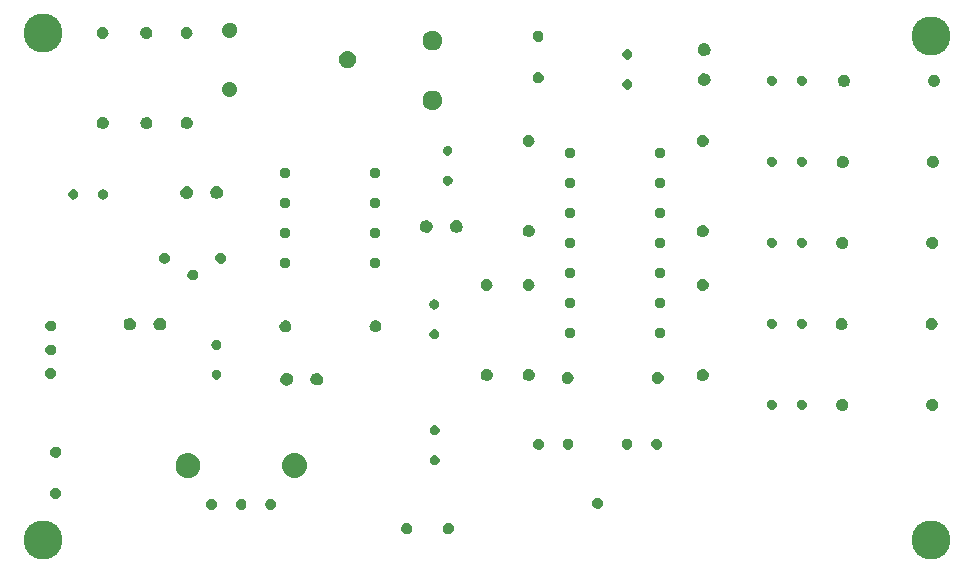
<source format=gbr>
G04 EAGLE Gerber RS-274X export*
G75*
%MOMM*%
%FSLAX34Y34*%
%LPD*%
%INSoldermask Top*%
%IPPOS*%
%AMOC8*
5,1,8,0,0,1.08239X$1,22.5*%
G01*
%ADD10C,3.304800*%
%ADD11C,0.609600*%
%ADD12C,0.508000*%
%ADD13C,1.270000*%
%ADD14C,1.016000*%
%ADD15C,0.812800*%

G36*
X135719Y213102D02*
X135719Y213102D01*
X135767Y213116D01*
X135857Y213132D01*
X136908Y213486D01*
X136952Y213511D01*
X137036Y213546D01*
X137982Y214126D01*
X138019Y214159D01*
X138094Y214213D01*
X138886Y214988D01*
X138915Y215029D01*
X138976Y215098D01*
X139576Y216030D01*
X139596Y216076D01*
X139639Y216157D01*
X140017Y217199D01*
X140026Y217249D01*
X140045Y217320D01*
X140050Y217333D01*
X140050Y217336D01*
X140051Y217341D01*
X140171Y218362D01*
X140168Y218412D01*
X140171Y218504D01*
X140061Y219526D01*
X140047Y219575D01*
X140030Y219665D01*
X139695Y220636D01*
X139670Y220681D01*
X139634Y220765D01*
X139091Y221637D01*
X139057Y221675D01*
X139003Y221749D01*
X138279Y222479D01*
X138238Y222508D01*
X138168Y222568D01*
X137301Y223119D01*
X137254Y223138D01*
X137173Y223181D01*
X136204Y223525D01*
X136160Y223532D01*
X136095Y223553D01*
X135031Y223728D01*
X134980Y223727D01*
X134889Y223735D01*
X133812Y223668D01*
X133763Y223656D01*
X133672Y223644D01*
X132638Y223340D01*
X132592Y223317D01*
X132507Y223285D01*
X131566Y222758D01*
X131526Y222725D01*
X131450Y222675D01*
X130650Y221951D01*
X130619Y221912D01*
X130556Y221845D01*
X129937Y220962D01*
X129922Y220931D01*
X129901Y220904D01*
X129891Y220874D01*
X129869Y220837D01*
X129462Y219838D01*
X129451Y219790D01*
X129421Y219691D01*
X129266Y218632D01*
X129268Y218582D01*
X129261Y218490D01*
X129346Y217423D01*
X129358Y217374D01*
X129372Y217284D01*
X129692Y216262D01*
X129715Y216217D01*
X129749Y216132D01*
X130288Y215207D01*
X130298Y215196D01*
X130302Y215186D01*
X130331Y215154D01*
X130373Y215093D01*
X131104Y214311D01*
X131145Y214281D01*
X131212Y214219D01*
X132099Y213620D01*
X132145Y213599D01*
X132225Y213554D01*
X133223Y213167D01*
X133271Y213157D01*
X133374Y213129D01*
X134474Y212992D01*
X134524Y212995D01*
X134616Y212990D01*
X135719Y213102D01*
G37*
G36*
X596551Y445376D02*
X596551Y445376D01*
X596600Y445388D01*
X596690Y445402D01*
X597712Y445722D01*
X597757Y445745D01*
X597842Y445779D01*
X598767Y446318D01*
X598805Y446351D01*
X598881Y446403D01*
X599663Y447134D01*
X599693Y447175D01*
X599755Y447242D01*
X600354Y448129D01*
X600362Y448147D01*
X600368Y448154D01*
X600376Y448178D01*
X600420Y448255D01*
X600807Y449253D01*
X600817Y449301D01*
X600845Y449404D01*
X600982Y450504D01*
X600979Y450554D01*
X600984Y450646D01*
X600872Y451749D01*
X600858Y451797D01*
X600842Y451887D01*
X600488Y452938D01*
X600463Y452982D01*
X600428Y453066D01*
X599848Y454012D01*
X599815Y454049D01*
X599761Y454124D01*
X598986Y454916D01*
X598945Y454945D01*
X598876Y455006D01*
X597945Y455606D01*
X597898Y455626D01*
X597817Y455669D01*
X596775Y456047D01*
X596726Y456056D01*
X596633Y456081D01*
X595612Y456201D01*
X595562Y456198D01*
X595470Y456201D01*
X594448Y456091D01*
X594399Y456077D01*
X594309Y456060D01*
X593338Y455725D01*
X593293Y455700D01*
X593209Y455664D01*
X592337Y455121D01*
X592299Y455087D01*
X592225Y455033D01*
X591495Y454309D01*
X591466Y454268D01*
X591406Y454198D01*
X590855Y453331D01*
X590836Y453284D01*
X590793Y453203D01*
X590449Y452234D01*
X590442Y452190D01*
X590421Y452125D01*
X590246Y451061D01*
X590247Y451010D01*
X590239Y450919D01*
X590306Y449842D01*
X590318Y449793D01*
X590330Y449702D01*
X590634Y448668D01*
X590657Y448622D01*
X590690Y448537D01*
X591216Y447596D01*
X591249Y447556D01*
X591299Y447480D01*
X592023Y446680D01*
X592062Y446649D01*
X592129Y446586D01*
X593012Y445967D01*
X593058Y445946D01*
X593137Y445899D01*
X594136Y445492D01*
X594184Y445481D01*
X594283Y445451D01*
X595342Y445296D01*
X595392Y445298D01*
X595484Y445291D01*
X596551Y445376D01*
G37*
G36*
X361232Y295626D02*
X361232Y295626D01*
X361281Y295638D01*
X361372Y295650D01*
X362407Y295954D01*
X362452Y295977D01*
X362537Y296010D01*
X363478Y296536D01*
X363518Y296569D01*
X363594Y296619D01*
X364394Y297343D01*
X364425Y297382D01*
X364488Y297449D01*
X365107Y298332D01*
X365128Y298378D01*
X365151Y298416D01*
X365157Y298423D01*
X365159Y298429D01*
X365175Y298457D01*
X365582Y299456D01*
X365593Y299504D01*
X365623Y299603D01*
X365778Y300662D01*
X365776Y300712D01*
X365783Y300804D01*
X365698Y301871D01*
X365686Y301920D01*
X365672Y302010D01*
X365352Y303032D01*
X365329Y303077D01*
X365295Y303162D01*
X364756Y304087D01*
X364723Y304125D01*
X364671Y304201D01*
X363940Y304983D01*
X363899Y305013D01*
X363832Y305075D01*
X362945Y305674D01*
X362899Y305695D01*
X362819Y305740D01*
X361821Y306127D01*
X361773Y306137D01*
X361670Y306165D01*
X360570Y306302D01*
X360520Y306299D01*
X360428Y306304D01*
X359325Y306192D01*
X359277Y306178D01*
X359187Y306162D01*
X358136Y305808D01*
X358092Y305783D01*
X358008Y305748D01*
X357062Y305168D01*
X357025Y305135D01*
X356950Y305081D01*
X356158Y304306D01*
X356129Y304265D01*
X356068Y304196D01*
X355468Y303265D01*
X355448Y303218D01*
X355405Y303137D01*
X355027Y302095D01*
X355018Y302046D01*
X355007Y302006D01*
X355003Y301994D01*
X355004Y301992D01*
X354993Y301953D01*
X354873Y300932D01*
X354876Y300882D01*
X354873Y300790D01*
X354983Y299768D01*
X354997Y299719D01*
X355014Y299629D01*
X355349Y298658D01*
X355374Y298613D01*
X355410Y298529D01*
X355953Y297657D01*
X355987Y297619D01*
X356041Y297545D01*
X356765Y296815D01*
X356806Y296786D01*
X356876Y296726D01*
X357743Y296175D01*
X357790Y296156D01*
X357871Y296113D01*
X358840Y295769D01*
X358885Y295762D01*
X358949Y295741D01*
X360013Y295566D01*
X360064Y295567D01*
X360155Y295559D01*
X361232Y295626D01*
G37*
G36*
X158314Y324302D02*
X158314Y324302D01*
X158363Y324314D01*
X158454Y324326D01*
X159489Y324630D01*
X159534Y324653D01*
X159619Y324686D01*
X160560Y325212D01*
X160600Y325245D01*
X160676Y325295D01*
X161476Y326019D01*
X161507Y326058D01*
X161570Y326125D01*
X162189Y327008D01*
X162210Y327054D01*
X162233Y327092D01*
X162239Y327099D01*
X162241Y327105D01*
X162257Y327133D01*
X162664Y328132D01*
X162675Y328180D01*
X162705Y328279D01*
X162860Y329338D01*
X162858Y329388D01*
X162865Y329480D01*
X162780Y330547D01*
X162768Y330596D01*
X162754Y330686D01*
X162434Y331708D01*
X162411Y331753D01*
X162377Y331838D01*
X161838Y332763D01*
X161805Y332801D01*
X161753Y332877D01*
X161022Y333659D01*
X160981Y333689D01*
X160914Y333751D01*
X160027Y334350D01*
X159981Y334371D01*
X159901Y334416D01*
X158903Y334803D01*
X158855Y334813D01*
X158752Y334841D01*
X157652Y334978D01*
X157602Y334975D01*
X157510Y334980D01*
X156407Y334868D01*
X156359Y334854D01*
X156269Y334838D01*
X155218Y334484D01*
X155174Y334459D01*
X155090Y334424D01*
X154144Y333844D01*
X154107Y333811D01*
X154032Y333757D01*
X153240Y332982D01*
X153211Y332941D01*
X153150Y332872D01*
X152550Y331941D01*
X152530Y331894D01*
X152487Y331813D01*
X152109Y330771D01*
X152100Y330722D01*
X152089Y330682D01*
X152085Y330670D01*
X152086Y330668D01*
X152075Y330629D01*
X151955Y329608D01*
X151958Y329558D01*
X151955Y329466D01*
X152065Y328444D01*
X152079Y328395D01*
X152096Y328305D01*
X152431Y327334D01*
X152456Y327289D01*
X152492Y327205D01*
X153035Y326333D01*
X153069Y326295D01*
X153123Y326221D01*
X153847Y325491D01*
X153888Y325462D01*
X153958Y325402D01*
X154825Y324851D01*
X154872Y324832D01*
X154953Y324789D01*
X155922Y324445D01*
X155967Y324438D01*
X156031Y324417D01*
X157095Y324242D01*
X157146Y324243D01*
X157237Y324235D01*
X158314Y324302D01*
G37*
G36*
X243068Y166234D02*
X243068Y166234D01*
X243117Y166246D01*
X243208Y166258D01*
X244243Y166562D01*
X244288Y166585D01*
X244373Y166618D01*
X245314Y167144D01*
X245354Y167177D01*
X245430Y167227D01*
X246230Y167951D01*
X246261Y167990D01*
X246324Y168057D01*
X246943Y168940D01*
X246964Y168986D01*
X246987Y169024D01*
X246993Y169031D01*
X246995Y169037D01*
X247011Y169065D01*
X247418Y170064D01*
X247429Y170112D01*
X247459Y170211D01*
X247614Y171270D01*
X247612Y171320D01*
X247619Y171412D01*
X247534Y172479D01*
X247522Y172528D01*
X247508Y172618D01*
X247188Y173640D01*
X247165Y173685D01*
X247131Y173770D01*
X246592Y174695D01*
X246559Y174733D01*
X246507Y174809D01*
X245776Y175591D01*
X245735Y175621D01*
X245668Y175683D01*
X244781Y176282D01*
X244735Y176303D01*
X244655Y176348D01*
X243657Y176735D01*
X243609Y176745D01*
X243506Y176773D01*
X242406Y176910D01*
X242356Y176907D01*
X242264Y176912D01*
X241161Y176800D01*
X241113Y176786D01*
X241023Y176770D01*
X239972Y176416D01*
X239928Y176391D01*
X239844Y176356D01*
X238898Y175776D01*
X238861Y175743D01*
X238786Y175689D01*
X237994Y174914D01*
X237965Y174873D01*
X237904Y174804D01*
X237304Y173873D01*
X237284Y173826D01*
X237241Y173745D01*
X236863Y172703D01*
X236854Y172654D01*
X236843Y172614D01*
X236839Y172602D01*
X236840Y172600D01*
X236829Y172561D01*
X236709Y171540D01*
X236712Y171490D01*
X236709Y171398D01*
X236819Y170376D01*
X236833Y170327D01*
X236850Y170237D01*
X237185Y169266D01*
X237210Y169221D01*
X237246Y169137D01*
X237789Y168265D01*
X237823Y168227D01*
X237877Y168153D01*
X238601Y167423D01*
X238642Y167394D01*
X238712Y167334D01*
X239579Y166783D01*
X239626Y166764D01*
X239707Y166721D01*
X240676Y166377D01*
X240721Y166370D01*
X240785Y166349D01*
X241849Y166174D01*
X241900Y166175D01*
X241991Y166167D01*
X243068Y166234D01*
G37*
G36*
X595925Y420001D02*
X595925Y420001D01*
X596009Y420003D01*
X597087Y420194D01*
X597134Y420211D01*
X597223Y420234D01*
X598231Y420659D01*
X598273Y420686D01*
X598355Y420728D01*
X599243Y421367D01*
X599278Y421403D01*
X599278Y421404D01*
X599299Y421416D01*
X599313Y421433D01*
X599348Y421462D01*
X600072Y422283D01*
X600098Y422326D01*
X600153Y422399D01*
X600677Y423360D01*
X600692Y423408D01*
X600730Y423492D01*
X601026Y424545D01*
X601031Y424595D01*
X601049Y424685D01*
X601103Y425777D01*
X601098Y425820D01*
X601089Y425946D01*
X600862Y426976D01*
X600842Y427023D01*
X600816Y427111D01*
X600365Y428064D01*
X600335Y428106D01*
X600290Y428185D01*
X599638Y429015D01*
X599600Y429048D01*
X599538Y429116D01*
X598718Y429779D01*
X598673Y429804D01*
X598598Y429856D01*
X597650Y430320D01*
X597602Y430334D01*
X597517Y430368D01*
X596490Y430610D01*
X596439Y430613D01*
X596349Y430627D01*
X595293Y430634D01*
X595244Y430626D01*
X595154Y430620D01*
X594115Y430394D01*
X594068Y430375D01*
X593981Y430349D01*
X593018Y429897D01*
X592976Y429868D01*
X592897Y429823D01*
X592058Y429169D01*
X592025Y429131D01*
X591957Y429069D01*
X591285Y428245D01*
X591261Y428201D01*
X591208Y428125D01*
X590737Y427172D01*
X590723Y427123D01*
X590689Y427038D01*
X590441Y426004D01*
X590438Y425954D01*
X590424Y425863D01*
X590413Y424800D01*
X590421Y424752D01*
X590424Y424674D01*
X590613Y423680D01*
X590615Y423674D01*
X590616Y423669D01*
X590634Y423624D01*
X590655Y423544D01*
X591061Y422616D01*
X591089Y422575D01*
X591133Y422494D01*
X591735Y421680D01*
X591772Y421645D01*
X591832Y421576D01*
X592600Y420916D01*
X592643Y420890D01*
X592717Y420836D01*
X593613Y420364D01*
X593661Y420349D01*
X593745Y420312D01*
X594724Y420052D01*
X594774Y420048D01*
X594864Y420031D01*
X595876Y419994D01*
X595925Y420001D01*
G37*
G36*
X183404Y324417D02*
X183404Y324417D01*
X183482Y324420D01*
X184476Y324609D01*
X184523Y324627D01*
X184612Y324651D01*
X185540Y325057D01*
X185581Y325085D01*
X185663Y325129D01*
X186476Y325731D01*
X186511Y325768D01*
X186580Y325828D01*
X187240Y326596D01*
X187266Y326639D01*
X187320Y326713D01*
X187792Y327609D01*
X187807Y327657D01*
X187844Y327741D01*
X188104Y328720D01*
X188107Y328746D01*
X188110Y328755D01*
X188109Y328773D01*
X188125Y328860D01*
X188162Y329872D01*
X188155Y329921D01*
X188153Y330005D01*
X187962Y331083D01*
X187945Y331130D01*
X187922Y331219D01*
X187497Y332227D01*
X187470Y332269D01*
X187428Y332351D01*
X186789Y333239D01*
X186753Y333274D01*
X186694Y333344D01*
X185873Y334068D01*
X185830Y334094D01*
X185757Y334149D01*
X184796Y334673D01*
X184748Y334688D01*
X184665Y334726D01*
X183611Y335022D01*
X183561Y335027D01*
X183471Y335045D01*
X182379Y335099D01*
X182336Y335094D01*
X182210Y335085D01*
X181180Y334858D01*
X181133Y334838D01*
X181045Y334812D01*
X180092Y334361D01*
X180050Y334331D01*
X179971Y334286D01*
X179141Y333634D01*
X179108Y333596D01*
X179040Y333534D01*
X178377Y332714D01*
X178352Y332669D01*
X178300Y332594D01*
X177836Y331646D01*
X177822Y331598D01*
X177788Y331513D01*
X177546Y330486D01*
X177543Y330435D01*
X177529Y330345D01*
X177522Y329289D01*
X177530Y329240D01*
X177536Y329150D01*
X177762Y328111D01*
X177781Y328064D01*
X177807Y327977D01*
X178259Y327014D01*
X178288Y326972D01*
X178333Y326893D01*
X178987Y326054D01*
X179025Y326021D01*
X179087Y325953D01*
X179911Y325281D01*
X179955Y325257D01*
X180031Y325204D01*
X180984Y324733D01*
X181033Y324719D01*
X181118Y324685D01*
X182152Y324437D01*
X182202Y324434D01*
X182293Y324420D01*
X183356Y324409D01*
X183404Y324417D01*
G37*
G36*
X386322Y295741D02*
X386322Y295741D01*
X386400Y295744D01*
X387394Y295933D01*
X387441Y295951D01*
X387530Y295975D01*
X388458Y296381D01*
X388499Y296409D01*
X388581Y296453D01*
X389394Y297055D01*
X389429Y297092D01*
X389498Y297152D01*
X390158Y297920D01*
X390184Y297963D01*
X390238Y298037D01*
X390710Y298933D01*
X390725Y298981D01*
X390762Y299065D01*
X391022Y300044D01*
X391025Y300070D01*
X391028Y300079D01*
X391027Y300097D01*
X391043Y300184D01*
X391080Y301196D01*
X391073Y301245D01*
X391071Y301329D01*
X390880Y302407D01*
X390863Y302454D01*
X390840Y302543D01*
X390415Y303551D01*
X390388Y303593D01*
X390346Y303675D01*
X389707Y304563D01*
X389671Y304598D01*
X389612Y304668D01*
X388791Y305392D01*
X388748Y305418D01*
X388675Y305473D01*
X387714Y305997D01*
X387666Y306012D01*
X387583Y306050D01*
X386529Y306346D01*
X386479Y306351D01*
X386389Y306369D01*
X385297Y306423D01*
X385254Y306418D01*
X385128Y306409D01*
X384098Y306182D01*
X384051Y306162D01*
X383963Y306136D01*
X383010Y305685D01*
X382968Y305655D01*
X382889Y305610D01*
X382059Y304958D01*
X382026Y304920D01*
X381958Y304858D01*
X381295Y304038D01*
X381270Y303993D01*
X381218Y303918D01*
X380754Y302970D01*
X380740Y302922D01*
X380706Y302837D01*
X380464Y301810D01*
X380461Y301759D01*
X380447Y301669D01*
X380440Y300613D01*
X380448Y300564D01*
X380454Y300474D01*
X380680Y299435D01*
X380699Y299388D01*
X380725Y299301D01*
X381177Y298338D01*
X381206Y298296D01*
X381251Y298217D01*
X381905Y297378D01*
X381943Y297345D01*
X382005Y297277D01*
X382829Y296605D01*
X382873Y296581D01*
X382949Y296528D01*
X383902Y296057D01*
X383951Y296043D01*
X384036Y296009D01*
X385070Y295761D01*
X385120Y295758D01*
X385211Y295744D01*
X386274Y295733D01*
X386322Y295741D01*
G37*
G36*
X268158Y166349D02*
X268158Y166349D01*
X268236Y166352D01*
X269230Y166541D01*
X269277Y166559D01*
X269366Y166583D01*
X270294Y166989D01*
X270335Y167017D01*
X270417Y167061D01*
X271230Y167663D01*
X271265Y167700D01*
X271334Y167760D01*
X271994Y168528D01*
X272020Y168571D01*
X272074Y168645D01*
X272546Y169541D01*
X272561Y169589D01*
X272598Y169673D01*
X272858Y170652D01*
X272861Y170678D01*
X272864Y170687D01*
X272863Y170705D01*
X272879Y170792D01*
X272916Y171804D01*
X272909Y171853D01*
X272907Y171937D01*
X272716Y173015D01*
X272699Y173062D01*
X272676Y173151D01*
X272251Y174159D01*
X272224Y174201D01*
X272182Y174283D01*
X271543Y175171D01*
X271507Y175206D01*
X271448Y175276D01*
X270627Y176000D01*
X270584Y176026D01*
X270511Y176081D01*
X269550Y176605D01*
X269502Y176620D01*
X269419Y176658D01*
X268365Y176954D01*
X268315Y176959D01*
X268225Y176977D01*
X267133Y177031D01*
X267090Y177026D01*
X266964Y177017D01*
X265934Y176790D01*
X265887Y176770D01*
X265799Y176744D01*
X264846Y176293D01*
X264804Y176263D01*
X264725Y176218D01*
X263895Y175566D01*
X263862Y175528D01*
X263794Y175466D01*
X263131Y174646D01*
X263106Y174601D01*
X263054Y174526D01*
X262590Y173578D01*
X262576Y173530D01*
X262542Y173445D01*
X262300Y172418D01*
X262297Y172367D01*
X262283Y172277D01*
X262276Y171221D01*
X262284Y171172D01*
X262290Y171082D01*
X262516Y170043D01*
X262535Y169996D01*
X262561Y169909D01*
X263013Y168946D01*
X263042Y168904D01*
X263087Y168825D01*
X263741Y167986D01*
X263779Y167953D01*
X263841Y167885D01*
X264665Y167213D01*
X264709Y167189D01*
X264785Y167136D01*
X265738Y166665D01*
X265787Y166651D01*
X265872Y166617D01*
X266906Y166369D01*
X266956Y166366D01*
X267047Y166352D01*
X268110Y166341D01*
X268158Y166349D01*
G37*
G36*
X109790Y212876D02*
X109790Y212876D01*
X109916Y212885D01*
X110946Y213112D01*
X110993Y213132D01*
X111081Y213158D01*
X112034Y213610D01*
X112076Y213639D01*
X112155Y213684D01*
X112985Y214336D01*
X113018Y214374D01*
X113086Y214436D01*
X113749Y215256D01*
X113774Y215301D01*
X113826Y215376D01*
X114290Y216324D01*
X114304Y216372D01*
X114338Y216457D01*
X114580Y217484D01*
X114583Y217535D01*
X114597Y217625D01*
X114604Y218681D01*
X114596Y218730D01*
X114590Y218820D01*
X114364Y219859D01*
X114345Y219906D01*
X114319Y219993D01*
X113867Y220956D01*
X113838Y220998D01*
X113793Y221077D01*
X113139Y221916D01*
X113101Y221949D01*
X113039Y222017D01*
X112215Y222689D01*
X112171Y222713D01*
X112095Y222766D01*
X111142Y223237D01*
X111093Y223251D01*
X111008Y223285D01*
X109974Y223533D01*
X109924Y223536D01*
X109833Y223550D01*
X108770Y223561D01*
X108722Y223553D01*
X108644Y223550D01*
X107650Y223361D01*
X107603Y223343D01*
X107514Y223319D01*
X106586Y222913D01*
X106545Y222885D01*
X106464Y222842D01*
X105650Y222239D01*
X105642Y222231D01*
X105640Y222230D01*
X105634Y222222D01*
X105615Y222202D01*
X105546Y222142D01*
X104886Y221374D01*
X104860Y221331D01*
X104806Y221257D01*
X104334Y220361D01*
X104319Y220313D01*
X104282Y220229D01*
X104022Y219250D01*
X104018Y219200D01*
X104001Y219110D01*
X103964Y218098D01*
X103971Y218049D01*
X103973Y217965D01*
X104164Y216887D01*
X104181Y216840D01*
X104204Y216751D01*
X104629Y215743D01*
X104655Y215703D01*
X104655Y215702D01*
X104656Y215701D01*
X104698Y215619D01*
X105337Y214731D01*
X105373Y214696D01*
X105432Y214626D01*
X106253Y213902D01*
X106296Y213876D01*
X106369Y213821D01*
X107330Y213297D01*
X107378Y213282D01*
X107462Y213244D01*
X108515Y212948D01*
X108565Y212943D01*
X108655Y212925D01*
X109747Y212871D01*
X109790Y212876D01*
G37*
G36*
X86482Y459824D02*
X86482Y459824D01*
X86573Y459823D01*
X87537Y459954D01*
X87585Y459970D01*
X87674Y459989D01*
X88585Y460331D01*
X88628Y460357D01*
X88712Y460396D01*
X89523Y460933D01*
X89559Y460968D01*
X89632Y461024D01*
X90304Y461728D01*
X90332Y461770D01*
X90390Y461841D01*
X90888Y462677D01*
X90889Y462680D01*
X90891Y462682D01*
X90897Y462701D01*
X90906Y462724D01*
X90946Y462806D01*
X91246Y463732D01*
X91253Y463782D01*
X91275Y463871D01*
X91361Y464840D01*
X91357Y464887D01*
X91360Y464962D01*
X91258Y465938D01*
X91244Y465986D01*
X91228Y466076D01*
X90912Y467005D01*
X90888Y467049D01*
X90851Y467134D01*
X90337Y467969D01*
X90303Y468006D01*
X90249Y468081D01*
X89561Y468781D01*
X89520Y468810D01*
X89451Y468870D01*
X88624Y469399D01*
X88578Y469418D01*
X88497Y469462D01*
X87574Y469794D01*
X87524Y469802D01*
X87435Y469827D01*
X86461Y469945D01*
X86411Y469942D01*
X86325Y469946D01*
X85323Y469851D01*
X85274Y469837D01*
X85184Y469821D01*
X84228Y469505D01*
X84183Y469481D01*
X84099Y469446D01*
X83238Y468924D01*
X83200Y468891D01*
X83125Y468838D01*
X82401Y468138D01*
X82372Y468097D01*
X82311Y468028D01*
X81761Y467185D01*
X81741Y467139D01*
X81697Y467058D01*
X81349Y466114D01*
X81340Y466064D01*
X81315Y465976D01*
X81185Y464978D01*
X81187Y464935D01*
X81186Y464809D01*
X81325Y463798D01*
X81341Y463750D01*
X81360Y463660D01*
X81722Y462705D01*
X81748Y462662D01*
X81787Y462578D01*
X82351Y461728D01*
X82386Y461691D01*
X82443Y461619D01*
X83183Y460915D01*
X83225Y460887D01*
X83296Y460829D01*
X84174Y460308D01*
X84221Y460290D01*
X84303Y460249D01*
X85275Y459936D01*
X85325Y459929D01*
X85414Y459908D01*
X86432Y459819D01*
X86482Y459824D01*
G37*
G36*
X157602Y459824D02*
X157602Y459824D01*
X157693Y459823D01*
X158657Y459954D01*
X158705Y459970D01*
X158794Y459989D01*
X159705Y460331D01*
X159748Y460357D01*
X159832Y460396D01*
X160643Y460933D01*
X160679Y460968D01*
X160752Y461024D01*
X161424Y461728D01*
X161452Y461770D01*
X161510Y461841D01*
X162008Y462677D01*
X162009Y462680D01*
X162011Y462682D01*
X162017Y462701D01*
X162026Y462724D01*
X162066Y462806D01*
X162366Y463732D01*
X162373Y463782D01*
X162395Y463871D01*
X162481Y464840D01*
X162477Y464887D01*
X162480Y464962D01*
X162378Y465938D01*
X162364Y465986D01*
X162348Y466076D01*
X162032Y467005D01*
X162008Y467049D01*
X161971Y467134D01*
X161457Y467969D01*
X161423Y468006D01*
X161369Y468081D01*
X160681Y468781D01*
X160640Y468810D01*
X160571Y468870D01*
X159744Y469399D01*
X159698Y469418D01*
X159617Y469462D01*
X158694Y469794D01*
X158644Y469802D01*
X158555Y469827D01*
X157581Y469945D01*
X157531Y469942D01*
X157445Y469946D01*
X156443Y469851D01*
X156394Y469837D01*
X156304Y469821D01*
X155348Y469505D01*
X155303Y469481D01*
X155219Y469446D01*
X154358Y468924D01*
X154320Y468891D01*
X154245Y468838D01*
X153521Y468138D01*
X153492Y468097D01*
X153431Y468028D01*
X152881Y467185D01*
X152861Y467139D01*
X152817Y467058D01*
X152469Y466114D01*
X152460Y466064D01*
X152435Y465976D01*
X152305Y464978D01*
X152307Y464935D01*
X152306Y464809D01*
X152445Y463798D01*
X152461Y463750D01*
X152480Y463660D01*
X152842Y462705D01*
X152868Y462662D01*
X152907Y462578D01*
X153471Y461728D01*
X153506Y461691D01*
X153563Y461619D01*
X154303Y460915D01*
X154345Y460887D01*
X154416Y460829D01*
X155294Y460308D01*
X155341Y460290D01*
X155423Y460249D01*
X156395Y459936D01*
X156445Y459929D01*
X156534Y459908D01*
X157552Y459819D01*
X157602Y459824D01*
G37*
G36*
X447238Y292108D02*
X447238Y292108D01*
X447329Y292107D01*
X448293Y292238D01*
X448341Y292254D01*
X448430Y292273D01*
X449341Y292615D01*
X449384Y292641D01*
X449468Y292680D01*
X450279Y293217D01*
X450315Y293252D01*
X450388Y293308D01*
X451060Y294012D01*
X451088Y294054D01*
X451146Y294125D01*
X451644Y294961D01*
X451645Y294964D01*
X451647Y294966D01*
X451653Y294985D01*
X451662Y295008D01*
X451702Y295090D01*
X452002Y296016D01*
X452009Y296066D01*
X452031Y296155D01*
X452117Y297124D01*
X452113Y297171D01*
X452116Y297246D01*
X452014Y298222D01*
X452000Y298270D01*
X451984Y298360D01*
X451668Y299289D01*
X451644Y299333D01*
X451607Y299418D01*
X451093Y300253D01*
X451059Y300290D01*
X451005Y300365D01*
X450317Y301065D01*
X450276Y301094D01*
X450207Y301154D01*
X449380Y301683D01*
X449334Y301702D01*
X449253Y301746D01*
X448330Y302078D01*
X448280Y302086D01*
X448191Y302111D01*
X447217Y302229D01*
X447167Y302226D01*
X447081Y302230D01*
X446079Y302135D01*
X446030Y302121D01*
X445940Y302105D01*
X444984Y301789D01*
X444939Y301765D01*
X444855Y301730D01*
X443994Y301208D01*
X443956Y301175D01*
X443881Y301122D01*
X443157Y300422D01*
X443128Y300381D01*
X443067Y300312D01*
X442517Y299469D01*
X442497Y299423D01*
X442453Y299342D01*
X442105Y298398D01*
X442096Y298348D01*
X442071Y298260D01*
X441941Y297262D01*
X441943Y297219D01*
X441942Y297093D01*
X442081Y296082D01*
X442097Y296034D01*
X442116Y295944D01*
X442478Y294989D01*
X442504Y294946D01*
X442543Y294862D01*
X443107Y294012D01*
X443142Y293975D01*
X443199Y293903D01*
X443939Y293199D01*
X443981Y293171D01*
X444052Y293113D01*
X444930Y292592D01*
X444977Y292574D01*
X445059Y292533D01*
X446031Y292220D01*
X446081Y292213D01*
X446170Y292192D01*
X447188Y292103D01*
X447238Y292108D01*
G37*
G36*
X86558Y383548D02*
X86558Y383548D01*
X86649Y383547D01*
X87613Y383678D01*
X87661Y383694D01*
X87750Y383713D01*
X88661Y384055D01*
X88704Y384081D01*
X88788Y384120D01*
X89599Y384657D01*
X89635Y384692D01*
X89708Y384748D01*
X90380Y385452D01*
X90408Y385494D01*
X90466Y385565D01*
X90964Y386401D01*
X90965Y386404D01*
X90967Y386406D01*
X90973Y386425D01*
X90982Y386448D01*
X91022Y386530D01*
X91322Y387456D01*
X91329Y387506D01*
X91351Y387595D01*
X91437Y388564D01*
X91433Y388611D01*
X91436Y388686D01*
X91334Y389662D01*
X91320Y389710D01*
X91304Y389800D01*
X90988Y390729D01*
X90964Y390773D01*
X90927Y390858D01*
X90413Y391693D01*
X90379Y391730D01*
X90325Y391805D01*
X89637Y392505D01*
X89596Y392534D01*
X89527Y392594D01*
X88700Y393123D01*
X88654Y393142D01*
X88573Y393186D01*
X87650Y393518D01*
X87600Y393526D01*
X87511Y393551D01*
X86537Y393669D01*
X86487Y393666D01*
X86401Y393670D01*
X85399Y393575D01*
X85350Y393561D01*
X85260Y393545D01*
X84304Y393229D01*
X84259Y393205D01*
X84175Y393170D01*
X83314Y392648D01*
X83276Y392615D01*
X83201Y392562D01*
X82477Y391862D01*
X82448Y391821D01*
X82387Y391752D01*
X81837Y390909D01*
X81817Y390863D01*
X81773Y390782D01*
X81425Y389838D01*
X81416Y389788D01*
X81391Y389700D01*
X81261Y388702D01*
X81263Y388659D01*
X81262Y388533D01*
X81401Y387522D01*
X81417Y387474D01*
X81436Y387384D01*
X81798Y386429D01*
X81824Y386386D01*
X81863Y386302D01*
X82427Y385452D01*
X82462Y385415D01*
X82519Y385343D01*
X83259Y384639D01*
X83301Y384611D01*
X83372Y384553D01*
X84250Y384032D01*
X84297Y384014D01*
X84379Y383973D01*
X85351Y383660D01*
X85401Y383653D01*
X85490Y383632D01*
X86508Y383543D01*
X86558Y383548D01*
G37*
G36*
X157678Y383548D02*
X157678Y383548D01*
X157769Y383547D01*
X158733Y383678D01*
X158781Y383694D01*
X158870Y383713D01*
X159781Y384055D01*
X159824Y384081D01*
X159908Y384120D01*
X160719Y384657D01*
X160755Y384692D01*
X160828Y384748D01*
X161500Y385452D01*
X161528Y385494D01*
X161586Y385565D01*
X162084Y386401D01*
X162085Y386404D01*
X162087Y386406D01*
X162093Y386425D01*
X162102Y386448D01*
X162142Y386530D01*
X162442Y387456D01*
X162449Y387506D01*
X162471Y387595D01*
X162557Y388564D01*
X162553Y388611D01*
X162556Y388686D01*
X162454Y389662D01*
X162440Y389710D01*
X162424Y389800D01*
X162108Y390729D01*
X162084Y390773D01*
X162047Y390858D01*
X161533Y391693D01*
X161499Y391730D01*
X161445Y391805D01*
X160757Y392505D01*
X160716Y392534D01*
X160647Y392594D01*
X159820Y393123D01*
X159774Y393142D01*
X159693Y393186D01*
X158770Y393518D01*
X158720Y393526D01*
X158631Y393551D01*
X157657Y393669D01*
X157607Y393666D01*
X157521Y393670D01*
X156519Y393575D01*
X156470Y393561D01*
X156380Y393545D01*
X155424Y393229D01*
X155379Y393205D01*
X155295Y393170D01*
X154434Y392648D01*
X154396Y392615D01*
X154321Y392562D01*
X153597Y391862D01*
X153568Y391821D01*
X153507Y391752D01*
X152957Y390909D01*
X152937Y390863D01*
X152893Y390782D01*
X152545Y389838D01*
X152536Y389788D01*
X152511Y389700D01*
X152381Y388702D01*
X152383Y388659D01*
X152382Y388533D01*
X152521Y387522D01*
X152537Y387474D01*
X152556Y387384D01*
X152918Y386429D01*
X152944Y386386D01*
X152983Y386302D01*
X153547Y385452D01*
X153582Y385415D01*
X153639Y385343D01*
X154379Y384639D01*
X154421Y384611D01*
X154492Y384553D01*
X155370Y384032D01*
X155417Y384014D01*
X155499Y383973D01*
X156471Y383660D01*
X156521Y383653D01*
X156610Y383632D01*
X157628Y383543D01*
X157678Y383548D01*
G37*
G36*
X447162Y368384D02*
X447162Y368384D01*
X447253Y368383D01*
X448217Y368514D01*
X448265Y368530D01*
X448354Y368549D01*
X449265Y368891D01*
X449308Y368917D01*
X449392Y368956D01*
X450203Y369493D01*
X450239Y369528D01*
X450312Y369584D01*
X450984Y370288D01*
X451012Y370330D01*
X451070Y370401D01*
X451568Y371237D01*
X451569Y371240D01*
X451571Y371242D01*
X451577Y371261D01*
X451586Y371284D01*
X451626Y371366D01*
X451926Y372292D01*
X451933Y372342D01*
X451955Y372431D01*
X452041Y373400D01*
X452037Y373447D01*
X452040Y373522D01*
X451938Y374498D01*
X451924Y374546D01*
X451908Y374636D01*
X451592Y375565D01*
X451568Y375609D01*
X451531Y375694D01*
X451017Y376529D01*
X450983Y376566D01*
X450929Y376641D01*
X450241Y377341D01*
X450200Y377370D01*
X450131Y377430D01*
X449304Y377959D01*
X449258Y377978D01*
X449177Y378022D01*
X448254Y378354D01*
X448204Y378362D01*
X448115Y378387D01*
X447141Y378505D01*
X447091Y378502D01*
X447005Y378506D01*
X446003Y378411D01*
X445954Y378397D01*
X445864Y378381D01*
X444908Y378065D01*
X444863Y378041D01*
X444779Y378006D01*
X443918Y377484D01*
X443880Y377451D01*
X443805Y377398D01*
X443081Y376698D01*
X443052Y376657D01*
X442991Y376588D01*
X442441Y375745D01*
X442421Y375699D01*
X442377Y375618D01*
X442029Y374674D01*
X442020Y374624D01*
X441995Y374536D01*
X441865Y373538D01*
X441867Y373495D01*
X441866Y373369D01*
X442005Y372358D01*
X442021Y372310D01*
X442040Y372220D01*
X442402Y371265D01*
X442428Y371222D01*
X442467Y371138D01*
X443031Y370288D01*
X443066Y370251D01*
X443123Y370179D01*
X443863Y369475D01*
X443905Y369447D01*
X443976Y369389D01*
X444854Y368868D01*
X444901Y368850D01*
X444983Y368809D01*
X445955Y368496D01*
X446005Y368489D01*
X446094Y368468D01*
X447112Y368379D01*
X447162Y368384D01*
G37*
G36*
X447238Y170188D02*
X447238Y170188D01*
X447329Y170187D01*
X448293Y170318D01*
X448341Y170334D01*
X448430Y170353D01*
X449341Y170695D01*
X449384Y170721D01*
X449468Y170760D01*
X450279Y171297D01*
X450315Y171332D01*
X450388Y171388D01*
X451060Y172092D01*
X451088Y172134D01*
X451146Y172205D01*
X451644Y173041D01*
X451645Y173044D01*
X451647Y173046D01*
X451653Y173065D01*
X451662Y173088D01*
X451702Y173170D01*
X452002Y174096D01*
X452009Y174146D01*
X452031Y174235D01*
X452117Y175204D01*
X452113Y175251D01*
X452116Y175326D01*
X452014Y176302D01*
X452000Y176350D01*
X451984Y176440D01*
X451668Y177369D01*
X451644Y177413D01*
X451607Y177498D01*
X451093Y178333D01*
X451059Y178370D01*
X451005Y178445D01*
X450317Y179145D01*
X450276Y179174D01*
X450207Y179234D01*
X449380Y179763D01*
X449334Y179782D01*
X449253Y179826D01*
X448330Y180158D01*
X448280Y180166D01*
X448191Y180191D01*
X447217Y180309D01*
X447167Y180306D01*
X447081Y180310D01*
X446079Y180215D01*
X446030Y180201D01*
X445940Y180185D01*
X444984Y179869D01*
X444939Y179845D01*
X444855Y179810D01*
X443994Y179288D01*
X443956Y179255D01*
X443881Y179202D01*
X443157Y178502D01*
X443128Y178461D01*
X443067Y178392D01*
X442517Y177549D01*
X442497Y177503D01*
X442453Y177422D01*
X442105Y176478D01*
X442096Y176428D01*
X442071Y176340D01*
X441941Y175342D01*
X441943Y175299D01*
X441942Y175173D01*
X442081Y174162D01*
X442097Y174114D01*
X442116Y174024D01*
X442478Y173069D01*
X442504Y173026D01*
X442543Y172942D01*
X443107Y172092D01*
X443142Y172055D01*
X443199Y171983D01*
X443939Y171279D01*
X443981Y171251D01*
X444052Y171193D01*
X444930Y170672D01*
X444977Y170654D01*
X445059Y170613D01*
X446031Y170300D01*
X446081Y170293D01*
X446170Y170272D01*
X447188Y170183D01*
X447238Y170188D01*
G37*
G36*
X411678Y170188D02*
X411678Y170188D01*
X411769Y170187D01*
X412733Y170318D01*
X412781Y170334D01*
X412870Y170353D01*
X413781Y170695D01*
X413824Y170721D01*
X413908Y170760D01*
X414719Y171297D01*
X414755Y171332D01*
X414828Y171388D01*
X415500Y172092D01*
X415528Y172134D01*
X415586Y172205D01*
X416084Y173041D01*
X416085Y173044D01*
X416087Y173046D01*
X416093Y173065D01*
X416102Y173088D01*
X416142Y173170D01*
X416442Y174096D01*
X416449Y174146D01*
X416471Y174235D01*
X416557Y175204D01*
X416553Y175251D01*
X416556Y175326D01*
X416454Y176302D01*
X416440Y176350D01*
X416424Y176440D01*
X416108Y177369D01*
X416084Y177413D01*
X416047Y177498D01*
X415533Y178333D01*
X415499Y178370D01*
X415445Y178445D01*
X414757Y179145D01*
X414716Y179174D01*
X414647Y179234D01*
X413820Y179763D01*
X413774Y179782D01*
X413693Y179826D01*
X412770Y180158D01*
X412720Y180166D01*
X412631Y180191D01*
X411657Y180309D01*
X411607Y180306D01*
X411521Y180310D01*
X410519Y180215D01*
X410470Y180201D01*
X410380Y180185D01*
X409424Y179869D01*
X409379Y179845D01*
X409295Y179810D01*
X408434Y179288D01*
X408396Y179255D01*
X408321Y179202D01*
X407597Y178502D01*
X407568Y178461D01*
X407507Y178392D01*
X406957Y177549D01*
X406937Y177503D01*
X406893Y177422D01*
X406545Y176478D01*
X406536Y176428D01*
X406511Y176340D01*
X406381Y175342D01*
X406383Y175299D01*
X406382Y175173D01*
X406521Y174162D01*
X406537Y174114D01*
X406556Y174024D01*
X406918Y173069D01*
X406944Y173026D01*
X406983Y172942D01*
X407547Y172092D01*
X407582Y172055D01*
X407639Y171983D01*
X408379Y171279D01*
X408421Y171251D01*
X408492Y171193D01*
X409370Y170672D01*
X409417Y170654D01*
X409499Y170613D01*
X410471Y170300D01*
X410521Y170293D01*
X410610Y170272D01*
X411628Y170183D01*
X411678Y170188D01*
G37*
G36*
X411602Y246464D02*
X411602Y246464D01*
X411693Y246463D01*
X412657Y246594D01*
X412705Y246610D01*
X412794Y246629D01*
X413705Y246971D01*
X413748Y246997D01*
X413832Y247036D01*
X414643Y247573D01*
X414679Y247608D01*
X414752Y247664D01*
X415424Y248368D01*
X415452Y248410D01*
X415510Y248481D01*
X416008Y249317D01*
X416009Y249320D01*
X416011Y249322D01*
X416017Y249342D01*
X416026Y249364D01*
X416066Y249446D01*
X416366Y250372D01*
X416373Y250422D01*
X416395Y250511D01*
X416481Y251480D01*
X416477Y251527D01*
X416480Y251602D01*
X416378Y252578D01*
X416364Y252626D01*
X416348Y252716D01*
X416032Y253645D01*
X416008Y253689D01*
X415971Y253774D01*
X415457Y254609D01*
X415423Y254646D01*
X415369Y254721D01*
X414681Y255421D01*
X414640Y255450D01*
X414571Y255510D01*
X413744Y256039D01*
X413698Y256058D01*
X413617Y256102D01*
X412694Y256434D01*
X412644Y256442D01*
X412555Y256467D01*
X411581Y256585D01*
X411531Y256582D01*
X411445Y256586D01*
X410443Y256491D01*
X410394Y256477D01*
X410304Y256461D01*
X409348Y256145D01*
X409303Y256121D01*
X409219Y256086D01*
X408358Y255564D01*
X408320Y255531D01*
X408245Y255478D01*
X407521Y254778D01*
X407492Y254737D01*
X407431Y254668D01*
X406881Y253825D01*
X406861Y253779D01*
X406817Y253698D01*
X406469Y252754D01*
X406460Y252704D01*
X406435Y252616D01*
X406305Y251618D01*
X406307Y251575D01*
X406306Y251449D01*
X406445Y250438D01*
X406461Y250390D01*
X406480Y250300D01*
X406842Y249345D01*
X406868Y249302D01*
X406907Y249218D01*
X407471Y248368D01*
X407506Y248331D01*
X407563Y248259D01*
X408303Y247555D01*
X408345Y247527D01*
X408416Y247469D01*
X409294Y246948D01*
X409341Y246930D01*
X409423Y246889D01*
X410395Y246576D01*
X410445Y246569D01*
X410534Y246548D01*
X411552Y246459D01*
X411602Y246464D01*
G37*
G36*
X447162Y246464D02*
X447162Y246464D01*
X447253Y246463D01*
X448217Y246594D01*
X448265Y246610D01*
X448354Y246629D01*
X449265Y246971D01*
X449308Y246997D01*
X449392Y247036D01*
X450203Y247573D01*
X450239Y247608D01*
X450312Y247664D01*
X450984Y248368D01*
X451012Y248410D01*
X451070Y248481D01*
X451568Y249317D01*
X451569Y249320D01*
X451571Y249322D01*
X451577Y249342D01*
X451586Y249364D01*
X451626Y249446D01*
X451926Y250372D01*
X451933Y250422D01*
X451955Y250511D01*
X452041Y251480D01*
X452037Y251527D01*
X452040Y251602D01*
X451938Y252578D01*
X451924Y252626D01*
X451908Y252716D01*
X451592Y253645D01*
X451568Y253689D01*
X451531Y253774D01*
X451017Y254609D01*
X450983Y254646D01*
X450929Y254721D01*
X450241Y255421D01*
X450200Y255450D01*
X450131Y255510D01*
X449304Y256039D01*
X449258Y256058D01*
X449177Y256102D01*
X448254Y256434D01*
X448204Y256442D01*
X448115Y256467D01*
X447141Y256585D01*
X447091Y256582D01*
X447005Y256586D01*
X446003Y256491D01*
X445954Y256477D01*
X445864Y256461D01*
X444908Y256145D01*
X444863Y256121D01*
X444779Y256086D01*
X443918Y255564D01*
X443880Y255531D01*
X443805Y255478D01*
X443081Y254778D01*
X443052Y254737D01*
X442991Y254668D01*
X442441Y253825D01*
X442421Y253779D01*
X442377Y253698D01*
X442029Y252754D01*
X442020Y252704D01*
X441995Y252616D01*
X441865Y251618D01*
X441867Y251575D01*
X441866Y251449D01*
X442005Y250438D01*
X442021Y250390D01*
X442040Y250300D01*
X442402Y249345D01*
X442428Y249302D01*
X442467Y249218D01*
X443031Y248368D01*
X443066Y248331D01*
X443123Y248259D01*
X443863Y247555D01*
X443905Y247527D01*
X443976Y247469D01*
X444854Y246948D01*
X444901Y246930D01*
X444983Y246889D01*
X445955Y246576D01*
X446005Y246569D01*
X446094Y246548D01*
X447112Y246459D01*
X447162Y246464D01*
G37*
G36*
X556221Y167623D02*
X556221Y167623D01*
X556347Y167622D01*
X557358Y167761D01*
X557406Y167777D01*
X557496Y167796D01*
X558451Y168158D01*
X558494Y168184D01*
X558578Y168223D01*
X559428Y168787D01*
X559465Y168822D01*
X559537Y168879D01*
X560241Y169619D01*
X560269Y169661D01*
X560327Y169732D01*
X560848Y170610D01*
X560866Y170657D01*
X560907Y170739D01*
X561220Y171711D01*
X561227Y171761D01*
X561248Y171850D01*
X561337Y172868D01*
X561332Y172918D01*
X561333Y173009D01*
X561202Y173973D01*
X561186Y174021D01*
X561167Y174110D01*
X560825Y175021D01*
X560799Y175064D01*
X560760Y175148D01*
X560223Y175959D01*
X560188Y175995D01*
X560132Y176068D01*
X559428Y176740D01*
X559386Y176768D01*
X559315Y176826D01*
X558480Y177324D01*
X558432Y177342D01*
X558350Y177382D01*
X557425Y177682D01*
X557374Y177689D01*
X557285Y177711D01*
X556316Y177797D01*
X556269Y177793D01*
X556194Y177796D01*
X555218Y177694D01*
X555170Y177680D01*
X555080Y177664D01*
X554151Y177348D01*
X554107Y177324D01*
X554022Y177287D01*
X553187Y176773D01*
X553150Y176739D01*
X553075Y176685D01*
X552376Y175997D01*
X552346Y175956D01*
X552286Y175887D01*
X551757Y175060D01*
X551738Y175014D01*
X551694Y174933D01*
X551362Y174010D01*
X551354Y173960D01*
X551329Y173871D01*
X551211Y172897D01*
X551214Y172847D01*
X551210Y172761D01*
X551305Y171759D01*
X551319Y171710D01*
X551335Y171620D01*
X551651Y170664D01*
X551675Y170619D01*
X551711Y170535D01*
X552232Y169674D01*
X552265Y169636D01*
X552318Y169561D01*
X553018Y168837D01*
X553059Y168808D01*
X553128Y168747D01*
X553971Y168197D01*
X554017Y168177D01*
X554098Y168133D01*
X555042Y167785D01*
X555092Y167776D01*
X555180Y167751D01*
X556178Y167621D01*
X556221Y167623D01*
G37*
G36*
X479945Y167547D02*
X479945Y167547D01*
X480071Y167546D01*
X481082Y167685D01*
X481130Y167701D01*
X481220Y167720D01*
X482175Y168082D01*
X482218Y168108D01*
X482302Y168147D01*
X483152Y168711D01*
X483189Y168746D01*
X483261Y168803D01*
X483965Y169543D01*
X483993Y169585D01*
X484051Y169656D01*
X484572Y170534D01*
X484590Y170581D01*
X484631Y170663D01*
X484944Y171635D01*
X484951Y171685D01*
X484972Y171774D01*
X485061Y172792D01*
X485056Y172842D01*
X485057Y172933D01*
X484926Y173897D01*
X484910Y173945D01*
X484891Y174034D01*
X484549Y174945D01*
X484523Y174988D01*
X484484Y175072D01*
X483947Y175883D01*
X483912Y175919D01*
X483856Y175992D01*
X483152Y176664D01*
X483110Y176692D01*
X483039Y176750D01*
X482204Y177248D01*
X482156Y177266D01*
X482074Y177306D01*
X481149Y177606D01*
X481098Y177613D01*
X481009Y177635D01*
X480040Y177721D01*
X479993Y177717D01*
X479918Y177720D01*
X478942Y177618D01*
X478894Y177604D01*
X478804Y177588D01*
X477875Y177272D01*
X477831Y177248D01*
X477746Y177211D01*
X476911Y176697D01*
X476874Y176663D01*
X476799Y176609D01*
X476100Y175921D01*
X476070Y175880D01*
X476010Y175811D01*
X475481Y174984D01*
X475462Y174938D01*
X475418Y174857D01*
X475086Y173934D01*
X475078Y173884D01*
X475053Y173795D01*
X474935Y172821D01*
X474938Y172771D01*
X474934Y172685D01*
X475029Y171683D01*
X475043Y171634D01*
X475059Y171544D01*
X475375Y170588D01*
X475399Y170543D01*
X475435Y170459D01*
X475956Y169598D01*
X475989Y169560D01*
X476042Y169485D01*
X476742Y168761D01*
X476783Y168732D01*
X476852Y168671D01*
X477695Y168121D01*
X477741Y168101D01*
X477822Y168057D01*
X478766Y167709D01*
X478816Y167700D01*
X478904Y167675D01*
X479902Y167545D01*
X479945Y167547D01*
G37*
G36*
X124225Y459865D02*
X124225Y459865D01*
X124274Y459879D01*
X124364Y459895D01*
X125320Y460211D01*
X125365Y460235D01*
X125449Y460271D01*
X126310Y460792D01*
X126348Y460825D01*
X126423Y460878D01*
X127147Y461578D01*
X127176Y461619D01*
X127237Y461688D01*
X127787Y462531D01*
X127807Y462577D01*
X127851Y462658D01*
X128199Y463602D01*
X128208Y463652D01*
X128233Y463740D01*
X128363Y464738D01*
X128361Y464781D01*
X128362Y464907D01*
X128223Y465918D01*
X128207Y465966D01*
X128188Y466056D01*
X127826Y467011D01*
X127800Y467054D01*
X127762Y467138D01*
X127197Y467988D01*
X127162Y468025D01*
X127105Y468097D01*
X126366Y468801D01*
X126323Y468829D01*
X126252Y468887D01*
X125374Y469408D01*
X125327Y469426D01*
X125245Y469467D01*
X124273Y469780D01*
X124223Y469787D01*
X124134Y469808D01*
X123116Y469897D01*
X123066Y469892D01*
X122975Y469893D01*
X122011Y469762D01*
X121963Y469746D01*
X121874Y469727D01*
X120963Y469385D01*
X120920Y469359D01*
X120837Y469320D01*
X120025Y468783D01*
X119989Y468748D01*
X119916Y468692D01*
X119244Y467988D01*
X119217Y467946D01*
X119158Y467875D01*
X118660Y467040D01*
X118642Y466992D01*
X118602Y466910D01*
X118302Y465985D01*
X118295Y465934D01*
X118273Y465845D01*
X118187Y464876D01*
X118191Y464829D01*
X118188Y464754D01*
X118290Y463778D01*
X118304Y463730D01*
X118320Y463640D01*
X118636Y462711D01*
X118661Y462667D01*
X118697Y462582D01*
X119211Y461747D01*
X119245Y461710D01*
X119299Y461635D01*
X119987Y460936D01*
X120028Y460906D01*
X120097Y460846D01*
X120924Y460317D01*
X120970Y460298D01*
X121051Y460254D01*
X121974Y459922D01*
X122024Y459914D01*
X122113Y459889D01*
X123087Y459771D01*
X123137Y459774D01*
X123223Y459770D01*
X124225Y459865D01*
G37*
G36*
X790217Y419183D02*
X790217Y419183D01*
X790292Y419180D01*
X791268Y419282D01*
X791316Y419296D01*
X791406Y419312D01*
X792335Y419628D01*
X792379Y419653D01*
X792464Y419689D01*
X793299Y420203D01*
X793336Y420237D01*
X793411Y420291D01*
X794111Y420979D01*
X794140Y421020D01*
X794200Y421089D01*
X794729Y421916D01*
X794748Y421962D01*
X794792Y422043D01*
X795124Y422966D01*
X795132Y423016D01*
X795157Y423105D01*
X795275Y424079D01*
X795272Y424129D01*
X795276Y424215D01*
X795181Y425217D01*
X795167Y425266D01*
X795151Y425356D01*
X794835Y426312D01*
X794811Y426357D01*
X794776Y426441D01*
X794254Y427302D01*
X794221Y427340D01*
X794168Y427415D01*
X793468Y428139D01*
X793427Y428168D01*
X793358Y428229D01*
X792515Y428779D01*
X792469Y428799D01*
X792388Y428843D01*
X791444Y429191D01*
X791394Y429200D01*
X791306Y429225D01*
X790308Y429355D01*
X790265Y429353D01*
X790139Y429354D01*
X789128Y429215D01*
X789080Y429199D01*
X788990Y429180D01*
X788035Y428818D01*
X787992Y428792D01*
X787908Y428754D01*
X787058Y428189D01*
X787021Y428154D01*
X786949Y428097D01*
X786245Y427358D01*
X786217Y427315D01*
X786159Y427244D01*
X785638Y426366D01*
X785620Y426319D01*
X785579Y426237D01*
X785266Y425265D01*
X785259Y425215D01*
X785238Y425126D01*
X785149Y424108D01*
X785154Y424058D01*
X785153Y423967D01*
X785284Y423003D01*
X785300Y422955D01*
X785319Y422866D01*
X785661Y421955D01*
X785687Y421912D01*
X785726Y421829D01*
X786263Y421017D01*
X786298Y420981D01*
X786354Y420908D01*
X787058Y420236D01*
X787100Y420209D01*
X787171Y420150D01*
X788007Y419652D01*
X788054Y419634D01*
X788136Y419594D01*
X789062Y419294D01*
X789112Y419287D01*
X789201Y419265D01*
X790170Y419179D01*
X790217Y419183D01*
G37*
G36*
X595321Y246505D02*
X595321Y246505D01*
X595370Y246519D01*
X595460Y246535D01*
X596416Y246851D01*
X596461Y246875D01*
X596545Y246911D01*
X597406Y247432D01*
X597444Y247465D01*
X597519Y247518D01*
X598243Y248218D01*
X598272Y248259D01*
X598333Y248328D01*
X598883Y249171D01*
X598903Y249217D01*
X598947Y249298D01*
X599295Y250242D01*
X599304Y250292D01*
X599329Y250380D01*
X599459Y251378D01*
X599457Y251421D01*
X599458Y251547D01*
X599319Y252558D01*
X599303Y252606D01*
X599284Y252696D01*
X598922Y253651D01*
X598896Y253694D01*
X598858Y253778D01*
X598293Y254628D01*
X598258Y254665D01*
X598201Y254737D01*
X597462Y255441D01*
X597419Y255469D01*
X597348Y255527D01*
X596470Y256048D01*
X596423Y256066D01*
X596341Y256107D01*
X595369Y256420D01*
X595319Y256427D01*
X595230Y256448D01*
X594212Y256537D01*
X594162Y256532D01*
X594071Y256533D01*
X593107Y256402D01*
X593059Y256386D01*
X592970Y256367D01*
X592059Y256025D01*
X592016Y255999D01*
X591933Y255960D01*
X591121Y255423D01*
X591085Y255388D01*
X591012Y255332D01*
X590340Y254628D01*
X590313Y254586D01*
X590254Y254515D01*
X589756Y253680D01*
X589738Y253632D01*
X589698Y253550D01*
X589398Y252625D01*
X589391Y252574D01*
X589369Y252485D01*
X589283Y251516D01*
X589287Y251469D01*
X589284Y251394D01*
X589386Y250418D01*
X589400Y250370D01*
X589416Y250280D01*
X589732Y249351D01*
X589757Y249307D01*
X589793Y249222D01*
X590307Y248387D01*
X590341Y248350D01*
X590395Y248275D01*
X591083Y247576D01*
X591124Y247546D01*
X591193Y247486D01*
X592020Y246957D01*
X592066Y246938D01*
X592147Y246894D01*
X593070Y246562D01*
X593120Y246554D01*
X593209Y246529D01*
X594183Y246411D01*
X594233Y246414D01*
X594319Y246410D01*
X595321Y246505D01*
G37*
G36*
X713941Y419107D02*
X713941Y419107D01*
X714016Y419104D01*
X714992Y419206D01*
X715040Y419220D01*
X715130Y419236D01*
X716059Y419552D01*
X716103Y419577D01*
X716188Y419613D01*
X717023Y420127D01*
X717060Y420161D01*
X717135Y420215D01*
X717835Y420903D01*
X717864Y420944D01*
X717924Y421013D01*
X718453Y421840D01*
X718472Y421886D01*
X718516Y421967D01*
X718848Y422890D01*
X718856Y422940D01*
X718881Y423029D01*
X718999Y424003D01*
X718996Y424053D01*
X719000Y424139D01*
X718905Y425141D01*
X718891Y425190D01*
X718875Y425280D01*
X718559Y426236D01*
X718535Y426281D01*
X718500Y426365D01*
X717978Y427226D01*
X717945Y427264D01*
X717892Y427339D01*
X717192Y428063D01*
X717151Y428092D01*
X717082Y428153D01*
X716239Y428703D01*
X716193Y428723D01*
X716112Y428767D01*
X715168Y429115D01*
X715118Y429124D01*
X715030Y429149D01*
X714032Y429279D01*
X713989Y429277D01*
X713863Y429278D01*
X712852Y429139D01*
X712804Y429123D01*
X712714Y429104D01*
X711759Y428742D01*
X711716Y428716D01*
X711632Y428678D01*
X710782Y428113D01*
X710745Y428078D01*
X710673Y428021D01*
X709969Y427282D01*
X709941Y427239D01*
X709883Y427168D01*
X709362Y426290D01*
X709344Y426243D01*
X709303Y426161D01*
X708990Y425189D01*
X708983Y425139D01*
X708962Y425050D01*
X708873Y424032D01*
X708878Y423982D01*
X708877Y423891D01*
X709008Y422927D01*
X709024Y422879D01*
X709043Y422790D01*
X709385Y421879D01*
X709411Y421836D01*
X709450Y421753D01*
X709987Y420941D01*
X710022Y420905D01*
X710078Y420832D01*
X710782Y420160D01*
X710824Y420133D01*
X710895Y420074D01*
X711731Y419576D01*
X711778Y419558D01*
X711860Y419518D01*
X712786Y419218D01*
X712836Y419211D01*
X712925Y419189D01*
X713894Y419103D01*
X713941Y419107D01*
G37*
G36*
X788197Y213443D02*
X788197Y213443D01*
X788272Y213440D01*
X789248Y213542D01*
X789296Y213556D01*
X789386Y213572D01*
X790315Y213888D01*
X790359Y213913D01*
X790444Y213949D01*
X791279Y214463D01*
X791316Y214497D01*
X791391Y214551D01*
X792091Y215239D01*
X792120Y215280D01*
X792180Y215349D01*
X792709Y216176D01*
X792728Y216222D01*
X792772Y216303D01*
X793104Y217226D01*
X793112Y217276D01*
X793137Y217365D01*
X793255Y218339D01*
X793252Y218389D01*
X793256Y218475D01*
X793161Y219477D01*
X793147Y219526D01*
X793131Y219616D01*
X792815Y220572D01*
X792791Y220617D01*
X792756Y220701D01*
X792234Y221562D01*
X792201Y221600D01*
X792148Y221675D01*
X791448Y222399D01*
X791407Y222428D01*
X791338Y222489D01*
X790495Y223039D01*
X790449Y223059D01*
X790368Y223103D01*
X789424Y223451D01*
X789374Y223460D01*
X789286Y223485D01*
X788288Y223615D01*
X788245Y223613D01*
X788119Y223614D01*
X787108Y223475D01*
X787060Y223459D01*
X786970Y223440D01*
X786015Y223078D01*
X785972Y223052D01*
X785888Y223014D01*
X785038Y222449D01*
X785001Y222414D01*
X784929Y222357D01*
X784225Y221618D01*
X784197Y221575D01*
X784139Y221504D01*
X783618Y220626D01*
X783600Y220579D01*
X783559Y220497D01*
X783246Y219525D01*
X783239Y219475D01*
X783218Y219386D01*
X783129Y218368D01*
X783134Y218318D01*
X783133Y218227D01*
X783264Y217263D01*
X783280Y217215D01*
X783299Y217126D01*
X783641Y216215D01*
X783667Y216172D01*
X783706Y216089D01*
X784243Y215277D01*
X784278Y215241D01*
X784334Y215168D01*
X785038Y214496D01*
X785080Y214469D01*
X785151Y214410D01*
X785987Y213912D01*
X786034Y213894D01*
X786116Y213854D01*
X787042Y213554D01*
X787092Y213547D01*
X787181Y213525D01*
X788150Y213439D01*
X788197Y213443D01*
G37*
G36*
X124301Y383589D02*
X124301Y383589D01*
X124350Y383603D01*
X124440Y383619D01*
X125396Y383935D01*
X125441Y383959D01*
X125525Y383995D01*
X126386Y384516D01*
X126424Y384549D01*
X126499Y384602D01*
X127223Y385302D01*
X127252Y385343D01*
X127313Y385412D01*
X127863Y386255D01*
X127883Y386301D01*
X127927Y386382D01*
X128275Y387326D01*
X128284Y387376D01*
X128309Y387464D01*
X128439Y388462D01*
X128437Y388505D01*
X128438Y388631D01*
X128299Y389642D01*
X128283Y389690D01*
X128264Y389780D01*
X127902Y390735D01*
X127876Y390778D01*
X127838Y390862D01*
X127273Y391712D01*
X127238Y391749D01*
X127181Y391821D01*
X126442Y392525D01*
X126399Y392553D01*
X126328Y392611D01*
X125450Y393132D01*
X125403Y393150D01*
X125321Y393191D01*
X124349Y393504D01*
X124299Y393511D01*
X124210Y393532D01*
X123192Y393621D01*
X123142Y393616D01*
X123051Y393617D01*
X122087Y393486D01*
X122039Y393470D01*
X121950Y393451D01*
X121039Y393109D01*
X120996Y393083D01*
X120913Y393044D01*
X120101Y392507D01*
X120065Y392472D01*
X119992Y392416D01*
X119320Y391712D01*
X119293Y391670D01*
X119234Y391599D01*
X118736Y390764D01*
X118718Y390716D01*
X118678Y390634D01*
X118378Y389709D01*
X118371Y389658D01*
X118349Y389569D01*
X118263Y388600D01*
X118267Y388553D01*
X118264Y388478D01*
X118366Y387502D01*
X118380Y387454D01*
X118396Y387364D01*
X118712Y386435D01*
X118737Y386391D01*
X118773Y386306D01*
X119287Y385471D01*
X119321Y385434D01*
X119375Y385359D01*
X120063Y384660D01*
X120104Y384630D01*
X120173Y384570D01*
X121000Y384041D01*
X121046Y384022D01*
X121127Y383978D01*
X122050Y383646D01*
X122100Y383638D01*
X122189Y383613D01*
X123163Y383495D01*
X123213Y383498D01*
X123299Y383494D01*
X124301Y383589D01*
G37*
G36*
X711921Y213367D02*
X711921Y213367D01*
X711996Y213364D01*
X712972Y213466D01*
X713020Y213480D01*
X713110Y213496D01*
X714039Y213812D01*
X714083Y213837D01*
X714168Y213873D01*
X715003Y214387D01*
X715040Y214421D01*
X715115Y214475D01*
X715815Y215163D01*
X715844Y215204D01*
X715904Y215273D01*
X716433Y216100D01*
X716452Y216146D01*
X716496Y216227D01*
X716828Y217150D01*
X716836Y217200D01*
X716861Y217289D01*
X716979Y218263D01*
X716976Y218313D01*
X716980Y218399D01*
X716885Y219401D01*
X716871Y219450D01*
X716855Y219540D01*
X716539Y220496D01*
X716515Y220541D01*
X716480Y220625D01*
X715958Y221486D01*
X715925Y221524D01*
X715872Y221599D01*
X715172Y222323D01*
X715131Y222352D01*
X715062Y222413D01*
X714219Y222963D01*
X714173Y222983D01*
X714092Y223027D01*
X713148Y223375D01*
X713098Y223384D01*
X713010Y223409D01*
X712012Y223539D01*
X711969Y223537D01*
X711843Y223538D01*
X710832Y223399D01*
X710784Y223383D01*
X710694Y223364D01*
X709739Y223002D01*
X709696Y222976D01*
X709612Y222938D01*
X708762Y222373D01*
X708725Y222338D01*
X708653Y222281D01*
X707949Y221542D01*
X707921Y221499D01*
X707863Y221428D01*
X707342Y220550D01*
X707324Y220503D01*
X707283Y220421D01*
X706970Y219449D01*
X706963Y219399D01*
X706942Y219310D01*
X706853Y218292D01*
X706858Y218242D01*
X706857Y218151D01*
X706988Y217187D01*
X707004Y217139D01*
X707023Y217050D01*
X707365Y216139D01*
X707391Y216096D01*
X707430Y216013D01*
X707967Y215201D01*
X708002Y215165D01*
X708058Y215092D01*
X708762Y214420D01*
X708804Y214393D01*
X708875Y214334D01*
X709711Y213836D01*
X709758Y213818D01*
X709840Y213778D01*
X710766Y213478D01*
X710816Y213471D01*
X710905Y213449D01*
X711874Y213363D01*
X711921Y213367D01*
G37*
G36*
X317257Y211475D02*
X317257Y211475D01*
X317332Y211472D01*
X318308Y211574D01*
X318356Y211588D01*
X318446Y211604D01*
X319375Y211920D01*
X319419Y211945D01*
X319504Y211981D01*
X320339Y212495D01*
X320376Y212529D01*
X320451Y212583D01*
X321151Y213271D01*
X321180Y213312D01*
X321240Y213381D01*
X321769Y214208D01*
X321788Y214254D01*
X321832Y214335D01*
X322164Y215258D01*
X322172Y215308D01*
X322197Y215397D01*
X322315Y216371D01*
X322312Y216421D01*
X322316Y216507D01*
X322221Y217509D01*
X322207Y217558D01*
X322191Y217648D01*
X321875Y218604D01*
X321851Y218649D01*
X321816Y218733D01*
X321294Y219594D01*
X321261Y219632D01*
X321208Y219707D01*
X320508Y220431D01*
X320467Y220460D01*
X320398Y220521D01*
X319555Y221071D01*
X319509Y221091D01*
X319428Y221135D01*
X318484Y221483D01*
X318434Y221492D01*
X318346Y221517D01*
X317348Y221647D01*
X317305Y221645D01*
X317179Y221646D01*
X316168Y221507D01*
X316120Y221491D01*
X316030Y221472D01*
X315075Y221110D01*
X315032Y221084D01*
X314948Y221046D01*
X314098Y220481D01*
X314061Y220446D01*
X313989Y220389D01*
X313285Y219650D01*
X313257Y219607D01*
X313199Y219536D01*
X312678Y218658D01*
X312660Y218611D01*
X312619Y218529D01*
X312306Y217557D01*
X312299Y217507D01*
X312278Y217418D01*
X312189Y216400D01*
X312194Y216350D01*
X312193Y216259D01*
X312324Y215295D01*
X312340Y215247D01*
X312359Y215158D01*
X312701Y214247D01*
X312727Y214204D01*
X312766Y214121D01*
X313303Y213309D01*
X313338Y213273D01*
X313394Y213200D01*
X314098Y212528D01*
X314140Y212501D01*
X314211Y212442D01*
X315047Y211944D01*
X315094Y211926D01*
X315176Y211886D01*
X316102Y211586D01*
X316152Y211579D01*
X316241Y211557D01*
X317210Y211471D01*
X317257Y211475D01*
G37*
G36*
X240981Y211399D02*
X240981Y211399D01*
X241056Y211396D01*
X242032Y211498D01*
X242080Y211512D01*
X242170Y211528D01*
X243099Y211844D01*
X243143Y211869D01*
X243228Y211905D01*
X244063Y212419D01*
X244100Y212453D01*
X244175Y212507D01*
X244875Y213195D01*
X244904Y213236D01*
X244964Y213305D01*
X245493Y214132D01*
X245512Y214178D01*
X245556Y214259D01*
X245888Y215182D01*
X245896Y215232D01*
X245921Y215321D01*
X246039Y216295D01*
X246036Y216345D01*
X246040Y216431D01*
X245945Y217433D01*
X245931Y217482D01*
X245915Y217572D01*
X245599Y218528D01*
X245575Y218573D01*
X245540Y218657D01*
X245018Y219518D01*
X244985Y219556D01*
X244932Y219631D01*
X244232Y220355D01*
X244191Y220384D01*
X244122Y220445D01*
X243279Y220995D01*
X243233Y221015D01*
X243152Y221059D01*
X242208Y221407D01*
X242158Y221416D01*
X242070Y221441D01*
X241072Y221571D01*
X241029Y221569D01*
X240903Y221570D01*
X239892Y221431D01*
X239844Y221415D01*
X239754Y221396D01*
X238799Y221034D01*
X238756Y221008D01*
X238672Y220970D01*
X237822Y220405D01*
X237785Y220370D01*
X237713Y220313D01*
X237009Y219574D01*
X236981Y219531D01*
X236923Y219460D01*
X236402Y218582D01*
X236384Y218535D01*
X236343Y218453D01*
X236030Y217481D01*
X236023Y217431D01*
X236002Y217342D01*
X235913Y216324D01*
X235918Y216274D01*
X235917Y216183D01*
X236048Y215219D01*
X236064Y215171D01*
X236083Y215082D01*
X236425Y214171D01*
X236451Y214128D01*
X236490Y214045D01*
X237027Y213233D01*
X237062Y213197D01*
X237118Y213124D01*
X237822Y212452D01*
X237864Y212425D01*
X237935Y212366D01*
X238771Y211868D01*
X238818Y211850D01*
X238900Y211810D01*
X239826Y211510D01*
X239876Y211503D01*
X239965Y211481D01*
X240934Y211395D01*
X240981Y211399D01*
G37*
G36*
X595321Y368425D02*
X595321Y368425D01*
X595370Y368439D01*
X595460Y368455D01*
X596416Y368771D01*
X596461Y368795D01*
X596545Y368831D01*
X597406Y369352D01*
X597444Y369385D01*
X597519Y369438D01*
X598243Y370138D01*
X598272Y370179D01*
X598333Y370248D01*
X598883Y371091D01*
X598903Y371137D01*
X598947Y371218D01*
X599295Y372162D01*
X599304Y372212D01*
X599329Y372300D01*
X599459Y373298D01*
X599457Y373341D01*
X599458Y373467D01*
X599319Y374478D01*
X599303Y374526D01*
X599284Y374616D01*
X598922Y375571D01*
X598896Y375614D01*
X598858Y375698D01*
X598293Y376548D01*
X598258Y376585D01*
X598201Y376657D01*
X597462Y377361D01*
X597419Y377389D01*
X597348Y377447D01*
X596470Y377968D01*
X596423Y377986D01*
X596341Y378027D01*
X595369Y378340D01*
X595319Y378347D01*
X595230Y378368D01*
X594212Y378457D01*
X594162Y378452D01*
X594071Y378453D01*
X593107Y378322D01*
X593059Y378306D01*
X592970Y378287D01*
X592059Y377945D01*
X592016Y377919D01*
X591933Y377880D01*
X591121Y377343D01*
X591085Y377308D01*
X591012Y377252D01*
X590340Y376548D01*
X590313Y376506D01*
X590254Y376435D01*
X589756Y375600D01*
X589738Y375552D01*
X589698Y375470D01*
X589398Y374545D01*
X589391Y374494D01*
X589369Y374405D01*
X589283Y373436D01*
X589287Y373389D01*
X589284Y373314D01*
X589386Y372338D01*
X589400Y372290D01*
X589416Y372200D01*
X589732Y371271D01*
X589757Y371227D01*
X589793Y371142D01*
X590307Y370307D01*
X590341Y370270D01*
X590395Y370195D01*
X591083Y369496D01*
X591124Y369466D01*
X591193Y369406D01*
X592020Y368877D01*
X592066Y368858D01*
X592147Y368814D01*
X593070Y368482D01*
X593120Y368474D01*
X593209Y368449D01*
X594183Y368331D01*
X594233Y368334D01*
X594319Y368330D01*
X595321Y368425D01*
G37*
G36*
X789237Y350603D02*
X789237Y350603D01*
X789312Y350600D01*
X790288Y350702D01*
X790336Y350716D01*
X790426Y350732D01*
X791355Y351048D01*
X791399Y351073D01*
X791484Y351109D01*
X792319Y351623D01*
X792356Y351657D01*
X792431Y351711D01*
X793131Y352399D01*
X793160Y352440D01*
X793220Y352509D01*
X793749Y353336D01*
X793768Y353382D01*
X793812Y353463D01*
X794144Y354386D01*
X794152Y354436D01*
X794177Y354525D01*
X794295Y355499D01*
X794292Y355549D01*
X794296Y355635D01*
X794201Y356637D01*
X794187Y356686D01*
X794171Y356776D01*
X793855Y357732D01*
X793831Y357777D01*
X793796Y357861D01*
X793274Y358722D01*
X793241Y358760D01*
X793188Y358835D01*
X792488Y359559D01*
X792447Y359588D01*
X792378Y359649D01*
X791535Y360199D01*
X791489Y360219D01*
X791408Y360263D01*
X790464Y360611D01*
X790414Y360620D01*
X790326Y360645D01*
X789328Y360775D01*
X789285Y360773D01*
X789159Y360774D01*
X788148Y360635D01*
X788100Y360619D01*
X788010Y360600D01*
X787055Y360238D01*
X787012Y360212D01*
X786928Y360174D01*
X786078Y359609D01*
X786041Y359574D01*
X785969Y359517D01*
X785265Y358778D01*
X785237Y358735D01*
X785179Y358664D01*
X784658Y357786D01*
X784640Y357739D01*
X784599Y357657D01*
X784286Y356685D01*
X784279Y356635D01*
X784258Y356546D01*
X784169Y355528D01*
X784174Y355478D01*
X784173Y355387D01*
X784304Y354423D01*
X784320Y354375D01*
X784339Y354286D01*
X784681Y353375D01*
X784707Y353332D01*
X784746Y353249D01*
X785283Y352437D01*
X785318Y352401D01*
X785374Y352328D01*
X786078Y351656D01*
X786120Y351629D01*
X786191Y351570D01*
X787027Y351072D01*
X787074Y351054D01*
X787156Y351014D01*
X788082Y350714D01*
X788132Y350707D01*
X788221Y350685D01*
X789190Y350599D01*
X789237Y350603D01*
G37*
G36*
X595397Y170229D02*
X595397Y170229D01*
X595446Y170243D01*
X595536Y170259D01*
X596492Y170575D01*
X596537Y170599D01*
X596621Y170635D01*
X597482Y171156D01*
X597520Y171189D01*
X597595Y171242D01*
X598319Y171942D01*
X598348Y171983D01*
X598409Y172052D01*
X598959Y172895D01*
X598979Y172941D01*
X599023Y173022D01*
X599371Y173966D01*
X599380Y174016D01*
X599405Y174104D01*
X599535Y175102D01*
X599533Y175145D01*
X599534Y175271D01*
X599395Y176282D01*
X599379Y176330D01*
X599360Y176420D01*
X598998Y177375D01*
X598972Y177418D01*
X598934Y177502D01*
X598369Y178352D01*
X598334Y178389D01*
X598277Y178461D01*
X597538Y179165D01*
X597495Y179193D01*
X597424Y179251D01*
X596546Y179772D01*
X596499Y179790D01*
X596417Y179831D01*
X595445Y180144D01*
X595395Y180151D01*
X595306Y180172D01*
X594288Y180261D01*
X594238Y180256D01*
X594147Y180257D01*
X593183Y180126D01*
X593135Y180110D01*
X593046Y180091D01*
X592135Y179749D01*
X592092Y179723D01*
X592009Y179684D01*
X591197Y179147D01*
X591161Y179112D01*
X591088Y179056D01*
X590416Y178352D01*
X590389Y178310D01*
X590330Y178239D01*
X589832Y177404D01*
X589814Y177356D01*
X589774Y177274D01*
X589474Y176349D01*
X589467Y176298D01*
X589445Y176209D01*
X589359Y175240D01*
X589363Y175193D01*
X589360Y175118D01*
X589462Y174142D01*
X589476Y174094D01*
X589492Y174004D01*
X589808Y173075D01*
X589833Y173031D01*
X589869Y172946D01*
X590383Y172111D01*
X590417Y172074D01*
X590471Y171999D01*
X591159Y171300D01*
X591200Y171270D01*
X591269Y171210D01*
X592096Y170681D01*
X592142Y170662D01*
X592223Y170618D01*
X593146Y170286D01*
X593196Y170278D01*
X593285Y170253D01*
X594259Y170135D01*
X594309Y170138D01*
X594395Y170134D01*
X595397Y170229D01*
G37*
G36*
X712961Y350527D02*
X712961Y350527D01*
X713036Y350524D01*
X714012Y350626D01*
X714060Y350640D01*
X714150Y350656D01*
X715079Y350972D01*
X715123Y350997D01*
X715208Y351033D01*
X716043Y351547D01*
X716080Y351581D01*
X716155Y351635D01*
X716855Y352323D01*
X716884Y352364D01*
X716944Y352433D01*
X717473Y353260D01*
X717492Y353306D01*
X717536Y353387D01*
X717868Y354310D01*
X717876Y354360D01*
X717901Y354449D01*
X718019Y355423D01*
X718016Y355473D01*
X718020Y355559D01*
X717925Y356561D01*
X717911Y356610D01*
X717895Y356700D01*
X717579Y357656D01*
X717555Y357701D01*
X717520Y357785D01*
X716998Y358646D01*
X716965Y358684D01*
X716912Y358759D01*
X716212Y359483D01*
X716171Y359512D01*
X716102Y359573D01*
X715259Y360123D01*
X715213Y360143D01*
X715132Y360187D01*
X714188Y360535D01*
X714138Y360544D01*
X714050Y360569D01*
X713052Y360699D01*
X713009Y360697D01*
X712883Y360698D01*
X711872Y360559D01*
X711824Y360543D01*
X711734Y360524D01*
X710779Y360162D01*
X710736Y360136D01*
X710652Y360098D01*
X709802Y359533D01*
X709765Y359498D01*
X709693Y359441D01*
X708989Y358702D01*
X708961Y358659D01*
X708903Y358588D01*
X708382Y357710D01*
X708364Y357663D01*
X708323Y357581D01*
X708010Y356609D01*
X708003Y356559D01*
X707982Y356470D01*
X707893Y355452D01*
X707898Y355402D01*
X707897Y355311D01*
X708028Y354347D01*
X708044Y354299D01*
X708063Y354210D01*
X708405Y353299D01*
X708431Y353256D01*
X708470Y353173D01*
X709007Y352361D01*
X709042Y352325D01*
X709098Y352252D01*
X709802Y351580D01*
X709844Y351553D01*
X709915Y351494D01*
X710751Y350996D01*
X710798Y350978D01*
X710880Y350938D01*
X711806Y350638D01*
X711856Y350631D01*
X711945Y350609D01*
X712914Y350523D01*
X712961Y350527D01*
G37*
G36*
X595397Y292149D02*
X595397Y292149D01*
X595446Y292163D01*
X595536Y292179D01*
X596492Y292495D01*
X596537Y292519D01*
X596621Y292555D01*
X597482Y293076D01*
X597520Y293109D01*
X597595Y293162D01*
X598319Y293862D01*
X598348Y293903D01*
X598409Y293972D01*
X598959Y294815D01*
X598979Y294861D01*
X599023Y294942D01*
X599371Y295886D01*
X599380Y295936D01*
X599405Y296024D01*
X599535Y297022D01*
X599533Y297065D01*
X599534Y297191D01*
X599395Y298202D01*
X599379Y298250D01*
X599360Y298340D01*
X598998Y299295D01*
X598972Y299338D01*
X598934Y299422D01*
X598369Y300272D01*
X598334Y300309D01*
X598277Y300381D01*
X597538Y301085D01*
X597495Y301113D01*
X597424Y301171D01*
X596546Y301692D01*
X596499Y301710D01*
X596417Y301751D01*
X595445Y302064D01*
X595395Y302071D01*
X595306Y302092D01*
X594288Y302181D01*
X594238Y302176D01*
X594147Y302177D01*
X593183Y302046D01*
X593135Y302030D01*
X593046Y302011D01*
X592135Y301669D01*
X592092Y301643D01*
X592009Y301604D01*
X591197Y301067D01*
X591161Y301032D01*
X591088Y300976D01*
X590416Y300272D01*
X590389Y300230D01*
X590330Y300159D01*
X589832Y299324D01*
X589814Y299276D01*
X589774Y299194D01*
X589474Y298269D01*
X589467Y298218D01*
X589445Y298129D01*
X589359Y297160D01*
X589363Y297113D01*
X589360Y297038D01*
X589462Y296062D01*
X589476Y296014D01*
X589492Y295924D01*
X589808Y294995D01*
X589833Y294951D01*
X589869Y294866D01*
X590383Y294031D01*
X590417Y293994D01*
X590471Y293919D01*
X591159Y293220D01*
X591200Y293190D01*
X591269Y293130D01*
X592096Y292601D01*
X592142Y292582D01*
X592223Y292538D01*
X593146Y292206D01*
X593196Y292198D01*
X593285Y292173D01*
X594259Y292055D01*
X594309Y292058D01*
X594395Y292054D01*
X595397Y292149D01*
G37*
G36*
X788717Y282023D02*
X788717Y282023D01*
X788792Y282020D01*
X789768Y282122D01*
X789816Y282136D01*
X789906Y282152D01*
X790835Y282468D01*
X790879Y282493D01*
X790964Y282529D01*
X791799Y283043D01*
X791836Y283077D01*
X791911Y283131D01*
X792611Y283819D01*
X792640Y283860D01*
X792700Y283929D01*
X793229Y284756D01*
X793248Y284802D01*
X793292Y284883D01*
X793624Y285806D01*
X793632Y285856D01*
X793657Y285945D01*
X793775Y286919D01*
X793772Y286969D01*
X793776Y287055D01*
X793681Y288057D01*
X793667Y288106D01*
X793651Y288196D01*
X793335Y289152D01*
X793311Y289197D01*
X793276Y289281D01*
X792754Y290142D01*
X792721Y290180D01*
X792668Y290255D01*
X791968Y290979D01*
X791927Y291008D01*
X791858Y291069D01*
X791015Y291619D01*
X790969Y291639D01*
X790888Y291683D01*
X789944Y292031D01*
X789894Y292040D01*
X789806Y292065D01*
X788808Y292195D01*
X788765Y292193D01*
X788639Y292194D01*
X787628Y292055D01*
X787580Y292039D01*
X787490Y292020D01*
X786535Y291658D01*
X786492Y291632D01*
X786408Y291594D01*
X785558Y291029D01*
X785521Y290994D01*
X785449Y290937D01*
X784745Y290198D01*
X784717Y290155D01*
X784659Y290084D01*
X784138Y289206D01*
X784120Y289159D01*
X784079Y289077D01*
X783766Y288105D01*
X783759Y288055D01*
X783738Y287966D01*
X783649Y286948D01*
X783654Y286898D01*
X783653Y286807D01*
X783784Y285843D01*
X783800Y285795D01*
X783819Y285706D01*
X784161Y284795D01*
X784187Y284752D01*
X784226Y284669D01*
X784763Y283857D01*
X784798Y283821D01*
X784854Y283748D01*
X785558Y283076D01*
X785600Y283049D01*
X785671Y282990D01*
X786507Y282492D01*
X786554Y282474D01*
X786636Y282434D01*
X787562Y282134D01*
X787612Y282127D01*
X787701Y282105D01*
X788670Y282019D01*
X788717Y282023D01*
G37*
G36*
X712441Y281947D02*
X712441Y281947D01*
X712516Y281944D01*
X713492Y282046D01*
X713540Y282060D01*
X713630Y282076D01*
X714559Y282392D01*
X714603Y282417D01*
X714688Y282453D01*
X715523Y282967D01*
X715560Y283001D01*
X715635Y283055D01*
X716335Y283743D01*
X716364Y283784D01*
X716424Y283853D01*
X716953Y284680D01*
X716972Y284726D01*
X717016Y284807D01*
X717348Y285730D01*
X717356Y285780D01*
X717381Y285869D01*
X717499Y286843D01*
X717496Y286893D01*
X717500Y286979D01*
X717405Y287981D01*
X717391Y288030D01*
X717375Y288120D01*
X717059Y289076D01*
X717035Y289121D01*
X717000Y289205D01*
X716478Y290066D01*
X716445Y290104D01*
X716392Y290179D01*
X715692Y290903D01*
X715651Y290932D01*
X715582Y290993D01*
X714739Y291543D01*
X714693Y291563D01*
X714612Y291607D01*
X713668Y291955D01*
X713618Y291964D01*
X713530Y291989D01*
X712532Y292119D01*
X712489Y292117D01*
X712363Y292118D01*
X711352Y291979D01*
X711304Y291963D01*
X711214Y291944D01*
X710259Y291582D01*
X710216Y291556D01*
X710132Y291518D01*
X709282Y290953D01*
X709245Y290918D01*
X709173Y290861D01*
X708469Y290122D01*
X708441Y290079D01*
X708383Y290008D01*
X707862Y289130D01*
X707844Y289083D01*
X707803Y289001D01*
X707490Y288029D01*
X707483Y287979D01*
X707462Y287890D01*
X707373Y286872D01*
X707378Y286822D01*
X707377Y286731D01*
X707508Y285767D01*
X707524Y285719D01*
X707543Y285630D01*
X707885Y284719D01*
X707911Y284676D01*
X707950Y284593D01*
X708487Y283781D01*
X708522Y283745D01*
X708578Y283672D01*
X709282Y283000D01*
X709324Y282973D01*
X709395Y282914D01*
X710231Y282416D01*
X710278Y282398D01*
X710360Y282358D01*
X711286Y282058D01*
X711336Y282051D01*
X711425Y282029D01*
X712394Y281943D01*
X712441Y281947D01*
G37*
G36*
X788717Y144863D02*
X788717Y144863D01*
X788792Y144860D01*
X789768Y144962D01*
X789816Y144976D01*
X789906Y144992D01*
X790835Y145308D01*
X790879Y145333D01*
X790964Y145369D01*
X791799Y145883D01*
X791836Y145917D01*
X791911Y145971D01*
X792611Y146659D01*
X792640Y146700D01*
X792700Y146769D01*
X793229Y147596D01*
X793248Y147642D01*
X793292Y147723D01*
X793624Y148646D01*
X793632Y148696D01*
X793657Y148785D01*
X793775Y149759D01*
X793772Y149809D01*
X793776Y149895D01*
X793681Y150897D01*
X793667Y150946D01*
X793651Y151036D01*
X793335Y151992D01*
X793311Y152037D01*
X793276Y152121D01*
X792754Y152982D01*
X792721Y153020D01*
X792668Y153095D01*
X791968Y153819D01*
X791927Y153848D01*
X791858Y153909D01*
X791015Y154459D01*
X790969Y154479D01*
X790888Y154523D01*
X789944Y154871D01*
X789894Y154880D01*
X789806Y154905D01*
X788808Y155035D01*
X788765Y155033D01*
X788639Y155034D01*
X787628Y154895D01*
X787580Y154879D01*
X787490Y154860D01*
X786535Y154498D01*
X786492Y154472D01*
X786408Y154434D01*
X785558Y153869D01*
X785521Y153834D01*
X785449Y153777D01*
X784745Y153038D01*
X784717Y152995D01*
X784659Y152924D01*
X784138Y152046D01*
X784120Y151999D01*
X784079Y151917D01*
X783766Y150945D01*
X783759Y150895D01*
X783738Y150806D01*
X783649Y149788D01*
X783654Y149738D01*
X783653Y149647D01*
X783784Y148683D01*
X783800Y148635D01*
X783819Y148546D01*
X784161Y147635D01*
X784187Y147592D01*
X784226Y147509D01*
X784763Y146697D01*
X784798Y146661D01*
X784854Y146588D01*
X785558Y145916D01*
X785600Y145889D01*
X785671Y145830D01*
X786507Y145332D01*
X786554Y145314D01*
X786636Y145274D01*
X787562Y144974D01*
X787612Y144967D01*
X787701Y144945D01*
X788670Y144859D01*
X788717Y144863D01*
G37*
G36*
X712441Y144787D02*
X712441Y144787D01*
X712516Y144784D01*
X713492Y144886D01*
X713540Y144900D01*
X713630Y144916D01*
X714559Y145232D01*
X714603Y145257D01*
X714688Y145293D01*
X715523Y145807D01*
X715560Y145841D01*
X715635Y145895D01*
X716335Y146583D01*
X716364Y146624D01*
X716424Y146693D01*
X716953Y147520D01*
X716972Y147566D01*
X717016Y147647D01*
X717348Y148570D01*
X717356Y148620D01*
X717381Y148709D01*
X717499Y149683D01*
X717496Y149733D01*
X717500Y149819D01*
X717405Y150821D01*
X717391Y150870D01*
X717375Y150960D01*
X717059Y151916D01*
X717035Y151961D01*
X717000Y152045D01*
X716478Y152906D01*
X716445Y152944D01*
X716392Y153019D01*
X715692Y153743D01*
X715651Y153772D01*
X715582Y153833D01*
X714739Y154383D01*
X714693Y154403D01*
X714612Y154447D01*
X713668Y154795D01*
X713618Y154804D01*
X713530Y154829D01*
X712532Y154959D01*
X712489Y154957D01*
X712363Y154958D01*
X711352Y154819D01*
X711304Y154803D01*
X711214Y154784D01*
X710259Y154422D01*
X710216Y154396D01*
X710132Y154358D01*
X709282Y153793D01*
X709245Y153758D01*
X709173Y153701D01*
X708469Y152962D01*
X708441Y152919D01*
X708383Y152848D01*
X707862Y151970D01*
X707844Y151923D01*
X707803Y151841D01*
X707490Y150869D01*
X707483Y150819D01*
X707462Y150730D01*
X707373Y149712D01*
X707378Y149662D01*
X707377Y149571D01*
X707508Y148607D01*
X707524Y148559D01*
X707543Y148470D01*
X707885Y147559D01*
X707911Y147516D01*
X707950Y147433D01*
X708487Y146621D01*
X708522Y146585D01*
X708578Y146512D01*
X709282Y145840D01*
X709324Y145813D01*
X709395Y145754D01*
X710231Y145256D01*
X710278Y145238D01*
X710360Y145198D01*
X711286Y144898D01*
X711336Y144891D01*
X711425Y144869D01*
X712394Y144783D01*
X712441Y144787D01*
G37*
D10*
X787400Y35560D03*
X787400Y462280D03*
X35560Y464820D03*
X35560Y35560D03*
D11*
X556286Y363660D02*
X556288Y363738D01*
X556294Y363815D01*
X556304Y363893D01*
X556318Y363969D01*
X556335Y364045D01*
X556357Y364120D01*
X556382Y364193D01*
X556411Y364266D01*
X556444Y364336D01*
X556481Y364405D01*
X556520Y364472D01*
X556563Y364537D01*
X556610Y364599D01*
X556659Y364659D01*
X556712Y364717D01*
X556767Y364771D01*
X556825Y364823D01*
X556886Y364872D01*
X556949Y364918D01*
X557015Y364960D01*
X557082Y364999D01*
X557151Y365034D01*
X557222Y365066D01*
X557295Y365094D01*
X557369Y365119D01*
X557444Y365139D01*
X557520Y365156D01*
X557597Y365169D01*
X557674Y365178D01*
X557752Y365183D01*
X557829Y365184D01*
X557907Y365181D01*
X557985Y365174D01*
X558062Y365163D01*
X558138Y365148D01*
X558214Y365130D01*
X558288Y365107D01*
X558362Y365081D01*
X558433Y365051D01*
X558504Y365017D01*
X558572Y364980D01*
X558638Y364939D01*
X558703Y364895D01*
X558765Y364848D01*
X558824Y364798D01*
X558881Y364744D01*
X558935Y364688D01*
X558986Y364630D01*
X559034Y364568D01*
X559079Y364505D01*
X559120Y364439D01*
X559158Y364371D01*
X559193Y364301D01*
X559224Y364230D01*
X559251Y364157D01*
X559274Y364083D01*
X559294Y364007D01*
X559310Y363931D01*
X559322Y363854D01*
X559330Y363777D01*
X559334Y363699D01*
X559334Y363621D01*
X559330Y363543D01*
X559322Y363466D01*
X559310Y363389D01*
X559294Y363313D01*
X559274Y363237D01*
X559251Y363163D01*
X559224Y363090D01*
X559193Y363019D01*
X559158Y362949D01*
X559120Y362881D01*
X559079Y362815D01*
X559034Y362752D01*
X558986Y362690D01*
X558935Y362632D01*
X558881Y362576D01*
X558824Y362522D01*
X558765Y362472D01*
X558703Y362425D01*
X558638Y362381D01*
X558572Y362340D01*
X558504Y362303D01*
X558433Y362269D01*
X558362Y362239D01*
X558288Y362213D01*
X558214Y362190D01*
X558138Y362172D01*
X558062Y362157D01*
X557985Y362146D01*
X557907Y362139D01*
X557829Y362136D01*
X557752Y362137D01*
X557674Y362142D01*
X557597Y362151D01*
X557520Y362164D01*
X557444Y362181D01*
X557369Y362201D01*
X557295Y362226D01*
X557222Y362254D01*
X557151Y362286D01*
X557082Y362321D01*
X557015Y362360D01*
X556949Y362402D01*
X556886Y362448D01*
X556825Y362497D01*
X556767Y362549D01*
X556712Y362603D01*
X556659Y362661D01*
X556610Y362721D01*
X556563Y362783D01*
X556520Y362848D01*
X556481Y362915D01*
X556444Y362984D01*
X556411Y363054D01*
X556382Y363127D01*
X556357Y363200D01*
X556335Y363275D01*
X556318Y363351D01*
X556304Y363427D01*
X556294Y363505D01*
X556288Y363582D01*
X556286Y363660D01*
X556286Y338260D02*
X556288Y338338D01*
X556294Y338415D01*
X556304Y338493D01*
X556318Y338569D01*
X556335Y338645D01*
X556357Y338720D01*
X556382Y338793D01*
X556411Y338866D01*
X556444Y338936D01*
X556481Y339005D01*
X556520Y339072D01*
X556563Y339137D01*
X556610Y339199D01*
X556659Y339259D01*
X556712Y339317D01*
X556767Y339371D01*
X556825Y339423D01*
X556886Y339472D01*
X556949Y339518D01*
X557015Y339560D01*
X557082Y339599D01*
X557151Y339634D01*
X557222Y339666D01*
X557295Y339694D01*
X557369Y339719D01*
X557444Y339739D01*
X557520Y339756D01*
X557597Y339769D01*
X557674Y339778D01*
X557752Y339783D01*
X557829Y339784D01*
X557907Y339781D01*
X557985Y339774D01*
X558062Y339763D01*
X558138Y339748D01*
X558214Y339730D01*
X558288Y339707D01*
X558362Y339681D01*
X558433Y339651D01*
X558504Y339617D01*
X558572Y339580D01*
X558638Y339539D01*
X558703Y339495D01*
X558765Y339448D01*
X558824Y339398D01*
X558881Y339344D01*
X558935Y339288D01*
X558986Y339230D01*
X559034Y339168D01*
X559079Y339105D01*
X559120Y339039D01*
X559158Y338971D01*
X559193Y338901D01*
X559224Y338830D01*
X559251Y338757D01*
X559274Y338683D01*
X559294Y338607D01*
X559310Y338531D01*
X559322Y338454D01*
X559330Y338377D01*
X559334Y338299D01*
X559334Y338221D01*
X559330Y338143D01*
X559322Y338066D01*
X559310Y337989D01*
X559294Y337913D01*
X559274Y337837D01*
X559251Y337763D01*
X559224Y337690D01*
X559193Y337619D01*
X559158Y337549D01*
X559120Y337481D01*
X559079Y337415D01*
X559034Y337352D01*
X558986Y337290D01*
X558935Y337232D01*
X558881Y337176D01*
X558824Y337122D01*
X558765Y337072D01*
X558703Y337025D01*
X558638Y336981D01*
X558572Y336940D01*
X558504Y336903D01*
X558433Y336869D01*
X558362Y336839D01*
X558288Y336813D01*
X558214Y336790D01*
X558138Y336772D01*
X558062Y336757D01*
X557985Y336746D01*
X557907Y336739D01*
X557829Y336736D01*
X557752Y336737D01*
X557674Y336742D01*
X557597Y336751D01*
X557520Y336764D01*
X557444Y336781D01*
X557369Y336801D01*
X557295Y336826D01*
X557222Y336854D01*
X557151Y336886D01*
X557082Y336921D01*
X557015Y336960D01*
X556949Y337002D01*
X556886Y337048D01*
X556825Y337097D01*
X556767Y337149D01*
X556712Y337203D01*
X556659Y337261D01*
X556610Y337321D01*
X556563Y337383D01*
X556520Y337448D01*
X556481Y337515D01*
X556444Y337584D01*
X556411Y337654D01*
X556382Y337727D01*
X556357Y337800D01*
X556335Y337875D01*
X556318Y337951D01*
X556304Y338027D01*
X556294Y338105D01*
X556288Y338182D01*
X556286Y338260D01*
X556286Y312860D02*
X556288Y312938D01*
X556294Y313015D01*
X556304Y313093D01*
X556318Y313169D01*
X556335Y313245D01*
X556357Y313320D01*
X556382Y313393D01*
X556411Y313466D01*
X556444Y313536D01*
X556481Y313605D01*
X556520Y313672D01*
X556563Y313737D01*
X556610Y313799D01*
X556659Y313859D01*
X556712Y313917D01*
X556767Y313971D01*
X556825Y314023D01*
X556886Y314072D01*
X556949Y314118D01*
X557015Y314160D01*
X557082Y314199D01*
X557151Y314234D01*
X557222Y314266D01*
X557295Y314294D01*
X557369Y314319D01*
X557444Y314339D01*
X557520Y314356D01*
X557597Y314369D01*
X557674Y314378D01*
X557752Y314383D01*
X557829Y314384D01*
X557907Y314381D01*
X557985Y314374D01*
X558062Y314363D01*
X558138Y314348D01*
X558214Y314330D01*
X558288Y314307D01*
X558362Y314281D01*
X558433Y314251D01*
X558504Y314217D01*
X558572Y314180D01*
X558638Y314139D01*
X558703Y314095D01*
X558765Y314048D01*
X558824Y313998D01*
X558881Y313944D01*
X558935Y313888D01*
X558986Y313830D01*
X559034Y313768D01*
X559079Y313705D01*
X559120Y313639D01*
X559158Y313571D01*
X559193Y313501D01*
X559224Y313430D01*
X559251Y313357D01*
X559274Y313283D01*
X559294Y313207D01*
X559310Y313131D01*
X559322Y313054D01*
X559330Y312977D01*
X559334Y312899D01*
X559334Y312821D01*
X559330Y312743D01*
X559322Y312666D01*
X559310Y312589D01*
X559294Y312513D01*
X559274Y312437D01*
X559251Y312363D01*
X559224Y312290D01*
X559193Y312219D01*
X559158Y312149D01*
X559120Y312081D01*
X559079Y312015D01*
X559034Y311952D01*
X558986Y311890D01*
X558935Y311832D01*
X558881Y311776D01*
X558824Y311722D01*
X558765Y311672D01*
X558703Y311625D01*
X558638Y311581D01*
X558572Y311540D01*
X558504Y311503D01*
X558433Y311469D01*
X558362Y311439D01*
X558288Y311413D01*
X558214Y311390D01*
X558138Y311372D01*
X558062Y311357D01*
X557985Y311346D01*
X557907Y311339D01*
X557829Y311336D01*
X557752Y311337D01*
X557674Y311342D01*
X557597Y311351D01*
X557520Y311364D01*
X557444Y311381D01*
X557369Y311401D01*
X557295Y311426D01*
X557222Y311454D01*
X557151Y311486D01*
X557082Y311521D01*
X557015Y311560D01*
X556949Y311602D01*
X556886Y311648D01*
X556825Y311697D01*
X556767Y311749D01*
X556712Y311803D01*
X556659Y311861D01*
X556610Y311921D01*
X556563Y311983D01*
X556520Y312048D01*
X556481Y312115D01*
X556444Y312184D01*
X556411Y312254D01*
X556382Y312327D01*
X556357Y312400D01*
X556335Y312475D01*
X556318Y312551D01*
X556304Y312627D01*
X556294Y312705D01*
X556288Y312782D01*
X556286Y312860D01*
X556286Y287460D02*
X556288Y287538D01*
X556294Y287615D01*
X556304Y287693D01*
X556318Y287769D01*
X556335Y287845D01*
X556357Y287920D01*
X556382Y287993D01*
X556411Y288066D01*
X556444Y288136D01*
X556481Y288205D01*
X556520Y288272D01*
X556563Y288337D01*
X556610Y288399D01*
X556659Y288459D01*
X556712Y288517D01*
X556767Y288571D01*
X556825Y288623D01*
X556886Y288672D01*
X556949Y288718D01*
X557015Y288760D01*
X557082Y288799D01*
X557151Y288834D01*
X557222Y288866D01*
X557295Y288894D01*
X557369Y288919D01*
X557444Y288939D01*
X557520Y288956D01*
X557597Y288969D01*
X557674Y288978D01*
X557752Y288983D01*
X557829Y288984D01*
X557907Y288981D01*
X557985Y288974D01*
X558062Y288963D01*
X558138Y288948D01*
X558214Y288930D01*
X558288Y288907D01*
X558362Y288881D01*
X558433Y288851D01*
X558504Y288817D01*
X558572Y288780D01*
X558638Y288739D01*
X558703Y288695D01*
X558765Y288648D01*
X558824Y288598D01*
X558881Y288544D01*
X558935Y288488D01*
X558986Y288430D01*
X559034Y288368D01*
X559079Y288305D01*
X559120Y288239D01*
X559158Y288171D01*
X559193Y288101D01*
X559224Y288030D01*
X559251Y287957D01*
X559274Y287883D01*
X559294Y287807D01*
X559310Y287731D01*
X559322Y287654D01*
X559330Y287577D01*
X559334Y287499D01*
X559334Y287421D01*
X559330Y287343D01*
X559322Y287266D01*
X559310Y287189D01*
X559294Y287113D01*
X559274Y287037D01*
X559251Y286963D01*
X559224Y286890D01*
X559193Y286819D01*
X559158Y286749D01*
X559120Y286681D01*
X559079Y286615D01*
X559034Y286552D01*
X558986Y286490D01*
X558935Y286432D01*
X558881Y286376D01*
X558824Y286322D01*
X558765Y286272D01*
X558703Y286225D01*
X558638Y286181D01*
X558572Y286140D01*
X558504Y286103D01*
X558433Y286069D01*
X558362Y286039D01*
X558288Y286013D01*
X558214Y285990D01*
X558138Y285972D01*
X558062Y285957D01*
X557985Y285946D01*
X557907Y285939D01*
X557829Y285936D01*
X557752Y285937D01*
X557674Y285942D01*
X557597Y285951D01*
X557520Y285964D01*
X557444Y285981D01*
X557369Y286001D01*
X557295Y286026D01*
X557222Y286054D01*
X557151Y286086D01*
X557082Y286121D01*
X557015Y286160D01*
X556949Y286202D01*
X556886Y286248D01*
X556825Y286297D01*
X556767Y286349D01*
X556712Y286403D01*
X556659Y286461D01*
X556610Y286521D01*
X556563Y286583D01*
X556520Y286648D01*
X556481Y286715D01*
X556444Y286784D01*
X556411Y286854D01*
X556382Y286927D01*
X556357Y287000D01*
X556335Y287075D01*
X556318Y287151D01*
X556304Y287227D01*
X556294Y287305D01*
X556288Y287382D01*
X556286Y287460D01*
X556286Y262060D02*
X556288Y262138D01*
X556294Y262215D01*
X556304Y262293D01*
X556318Y262369D01*
X556335Y262445D01*
X556357Y262520D01*
X556382Y262593D01*
X556411Y262666D01*
X556444Y262736D01*
X556481Y262805D01*
X556520Y262872D01*
X556563Y262937D01*
X556610Y262999D01*
X556659Y263059D01*
X556712Y263117D01*
X556767Y263171D01*
X556825Y263223D01*
X556886Y263272D01*
X556949Y263318D01*
X557015Y263360D01*
X557082Y263399D01*
X557151Y263434D01*
X557222Y263466D01*
X557295Y263494D01*
X557369Y263519D01*
X557444Y263539D01*
X557520Y263556D01*
X557597Y263569D01*
X557674Y263578D01*
X557752Y263583D01*
X557829Y263584D01*
X557907Y263581D01*
X557985Y263574D01*
X558062Y263563D01*
X558138Y263548D01*
X558214Y263530D01*
X558288Y263507D01*
X558362Y263481D01*
X558433Y263451D01*
X558504Y263417D01*
X558572Y263380D01*
X558638Y263339D01*
X558703Y263295D01*
X558765Y263248D01*
X558824Y263198D01*
X558881Y263144D01*
X558935Y263088D01*
X558986Y263030D01*
X559034Y262968D01*
X559079Y262905D01*
X559120Y262839D01*
X559158Y262771D01*
X559193Y262701D01*
X559224Y262630D01*
X559251Y262557D01*
X559274Y262483D01*
X559294Y262407D01*
X559310Y262331D01*
X559322Y262254D01*
X559330Y262177D01*
X559334Y262099D01*
X559334Y262021D01*
X559330Y261943D01*
X559322Y261866D01*
X559310Y261789D01*
X559294Y261713D01*
X559274Y261637D01*
X559251Y261563D01*
X559224Y261490D01*
X559193Y261419D01*
X559158Y261349D01*
X559120Y261281D01*
X559079Y261215D01*
X559034Y261152D01*
X558986Y261090D01*
X558935Y261032D01*
X558881Y260976D01*
X558824Y260922D01*
X558765Y260872D01*
X558703Y260825D01*
X558638Y260781D01*
X558572Y260740D01*
X558504Y260703D01*
X558433Y260669D01*
X558362Y260639D01*
X558288Y260613D01*
X558214Y260590D01*
X558138Y260572D01*
X558062Y260557D01*
X557985Y260546D01*
X557907Y260539D01*
X557829Y260536D01*
X557752Y260537D01*
X557674Y260542D01*
X557597Y260551D01*
X557520Y260564D01*
X557444Y260581D01*
X557369Y260601D01*
X557295Y260626D01*
X557222Y260654D01*
X557151Y260686D01*
X557082Y260721D01*
X557015Y260760D01*
X556949Y260802D01*
X556886Y260848D01*
X556825Y260897D01*
X556767Y260949D01*
X556712Y261003D01*
X556659Y261061D01*
X556610Y261121D01*
X556563Y261183D01*
X556520Y261248D01*
X556481Y261315D01*
X556444Y261384D01*
X556411Y261454D01*
X556382Y261527D01*
X556357Y261600D01*
X556335Y261675D01*
X556318Y261751D01*
X556304Y261827D01*
X556294Y261905D01*
X556288Y261982D01*
X556286Y262060D01*
X556286Y236660D02*
X556288Y236738D01*
X556294Y236815D01*
X556304Y236893D01*
X556318Y236969D01*
X556335Y237045D01*
X556357Y237120D01*
X556382Y237193D01*
X556411Y237266D01*
X556444Y237336D01*
X556481Y237405D01*
X556520Y237472D01*
X556563Y237537D01*
X556610Y237599D01*
X556659Y237659D01*
X556712Y237717D01*
X556767Y237771D01*
X556825Y237823D01*
X556886Y237872D01*
X556949Y237918D01*
X557015Y237960D01*
X557082Y237999D01*
X557151Y238034D01*
X557222Y238066D01*
X557295Y238094D01*
X557369Y238119D01*
X557444Y238139D01*
X557520Y238156D01*
X557597Y238169D01*
X557674Y238178D01*
X557752Y238183D01*
X557829Y238184D01*
X557907Y238181D01*
X557985Y238174D01*
X558062Y238163D01*
X558138Y238148D01*
X558214Y238130D01*
X558288Y238107D01*
X558362Y238081D01*
X558433Y238051D01*
X558504Y238017D01*
X558572Y237980D01*
X558638Y237939D01*
X558703Y237895D01*
X558765Y237848D01*
X558824Y237798D01*
X558881Y237744D01*
X558935Y237688D01*
X558986Y237630D01*
X559034Y237568D01*
X559079Y237505D01*
X559120Y237439D01*
X559158Y237371D01*
X559193Y237301D01*
X559224Y237230D01*
X559251Y237157D01*
X559274Y237083D01*
X559294Y237007D01*
X559310Y236931D01*
X559322Y236854D01*
X559330Y236777D01*
X559334Y236699D01*
X559334Y236621D01*
X559330Y236543D01*
X559322Y236466D01*
X559310Y236389D01*
X559294Y236313D01*
X559274Y236237D01*
X559251Y236163D01*
X559224Y236090D01*
X559193Y236019D01*
X559158Y235949D01*
X559120Y235881D01*
X559079Y235815D01*
X559034Y235752D01*
X558986Y235690D01*
X558935Y235632D01*
X558881Y235576D01*
X558824Y235522D01*
X558765Y235472D01*
X558703Y235425D01*
X558638Y235381D01*
X558572Y235340D01*
X558504Y235303D01*
X558433Y235269D01*
X558362Y235239D01*
X558288Y235213D01*
X558214Y235190D01*
X558138Y235172D01*
X558062Y235157D01*
X557985Y235146D01*
X557907Y235139D01*
X557829Y235136D01*
X557752Y235137D01*
X557674Y235142D01*
X557597Y235151D01*
X557520Y235164D01*
X557444Y235181D01*
X557369Y235201D01*
X557295Y235226D01*
X557222Y235254D01*
X557151Y235286D01*
X557082Y235321D01*
X557015Y235360D01*
X556949Y235402D01*
X556886Y235448D01*
X556825Y235497D01*
X556767Y235549D01*
X556712Y235603D01*
X556659Y235661D01*
X556610Y235721D01*
X556563Y235783D01*
X556520Y235848D01*
X556481Y235915D01*
X556444Y235984D01*
X556411Y236054D01*
X556382Y236127D01*
X556357Y236200D01*
X556335Y236275D01*
X556318Y236351D01*
X556304Y236427D01*
X556294Y236505D01*
X556288Y236582D01*
X556286Y236660D01*
X556286Y211260D02*
X556288Y211338D01*
X556294Y211415D01*
X556304Y211493D01*
X556318Y211569D01*
X556335Y211645D01*
X556357Y211720D01*
X556382Y211793D01*
X556411Y211866D01*
X556444Y211936D01*
X556481Y212005D01*
X556520Y212072D01*
X556563Y212137D01*
X556610Y212199D01*
X556659Y212259D01*
X556712Y212317D01*
X556767Y212371D01*
X556825Y212423D01*
X556886Y212472D01*
X556949Y212518D01*
X557015Y212560D01*
X557082Y212599D01*
X557151Y212634D01*
X557222Y212666D01*
X557295Y212694D01*
X557369Y212719D01*
X557444Y212739D01*
X557520Y212756D01*
X557597Y212769D01*
X557674Y212778D01*
X557752Y212783D01*
X557829Y212784D01*
X557907Y212781D01*
X557985Y212774D01*
X558062Y212763D01*
X558138Y212748D01*
X558214Y212730D01*
X558288Y212707D01*
X558362Y212681D01*
X558433Y212651D01*
X558504Y212617D01*
X558572Y212580D01*
X558638Y212539D01*
X558703Y212495D01*
X558765Y212448D01*
X558824Y212398D01*
X558881Y212344D01*
X558935Y212288D01*
X558986Y212230D01*
X559034Y212168D01*
X559079Y212105D01*
X559120Y212039D01*
X559158Y211971D01*
X559193Y211901D01*
X559224Y211830D01*
X559251Y211757D01*
X559274Y211683D01*
X559294Y211607D01*
X559310Y211531D01*
X559322Y211454D01*
X559330Y211377D01*
X559334Y211299D01*
X559334Y211221D01*
X559330Y211143D01*
X559322Y211066D01*
X559310Y210989D01*
X559294Y210913D01*
X559274Y210837D01*
X559251Y210763D01*
X559224Y210690D01*
X559193Y210619D01*
X559158Y210549D01*
X559120Y210481D01*
X559079Y210415D01*
X559034Y210352D01*
X558986Y210290D01*
X558935Y210232D01*
X558881Y210176D01*
X558824Y210122D01*
X558765Y210072D01*
X558703Y210025D01*
X558638Y209981D01*
X558572Y209940D01*
X558504Y209903D01*
X558433Y209869D01*
X558362Y209839D01*
X558288Y209813D01*
X558214Y209790D01*
X558138Y209772D01*
X558062Y209757D01*
X557985Y209746D01*
X557907Y209739D01*
X557829Y209736D01*
X557752Y209737D01*
X557674Y209742D01*
X557597Y209751D01*
X557520Y209764D01*
X557444Y209781D01*
X557369Y209801D01*
X557295Y209826D01*
X557222Y209854D01*
X557151Y209886D01*
X557082Y209921D01*
X557015Y209960D01*
X556949Y210002D01*
X556886Y210048D01*
X556825Y210097D01*
X556767Y210149D01*
X556712Y210203D01*
X556659Y210261D01*
X556610Y210321D01*
X556563Y210383D01*
X556520Y210448D01*
X556481Y210515D01*
X556444Y210584D01*
X556411Y210654D01*
X556382Y210727D01*
X556357Y210800D01*
X556335Y210875D01*
X556318Y210951D01*
X556304Y211027D01*
X556294Y211105D01*
X556288Y211182D01*
X556286Y211260D01*
X480086Y211260D02*
X480088Y211338D01*
X480094Y211415D01*
X480104Y211493D01*
X480118Y211569D01*
X480135Y211645D01*
X480157Y211720D01*
X480182Y211793D01*
X480211Y211866D01*
X480244Y211936D01*
X480281Y212005D01*
X480320Y212072D01*
X480363Y212137D01*
X480410Y212199D01*
X480459Y212259D01*
X480512Y212317D01*
X480567Y212371D01*
X480625Y212423D01*
X480686Y212472D01*
X480749Y212518D01*
X480815Y212560D01*
X480882Y212599D01*
X480951Y212634D01*
X481022Y212666D01*
X481095Y212694D01*
X481169Y212719D01*
X481244Y212739D01*
X481320Y212756D01*
X481397Y212769D01*
X481474Y212778D01*
X481552Y212783D01*
X481629Y212784D01*
X481707Y212781D01*
X481785Y212774D01*
X481862Y212763D01*
X481938Y212748D01*
X482014Y212730D01*
X482088Y212707D01*
X482162Y212681D01*
X482233Y212651D01*
X482304Y212617D01*
X482372Y212580D01*
X482438Y212539D01*
X482503Y212495D01*
X482565Y212448D01*
X482624Y212398D01*
X482681Y212344D01*
X482735Y212288D01*
X482786Y212230D01*
X482834Y212168D01*
X482879Y212105D01*
X482920Y212039D01*
X482958Y211971D01*
X482993Y211901D01*
X483024Y211830D01*
X483051Y211757D01*
X483074Y211683D01*
X483094Y211607D01*
X483110Y211531D01*
X483122Y211454D01*
X483130Y211377D01*
X483134Y211299D01*
X483134Y211221D01*
X483130Y211143D01*
X483122Y211066D01*
X483110Y210989D01*
X483094Y210913D01*
X483074Y210837D01*
X483051Y210763D01*
X483024Y210690D01*
X482993Y210619D01*
X482958Y210549D01*
X482920Y210481D01*
X482879Y210415D01*
X482834Y210352D01*
X482786Y210290D01*
X482735Y210232D01*
X482681Y210176D01*
X482624Y210122D01*
X482565Y210072D01*
X482503Y210025D01*
X482438Y209981D01*
X482372Y209940D01*
X482304Y209903D01*
X482233Y209869D01*
X482162Y209839D01*
X482088Y209813D01*
X482014Y209790D01*
X481938Y209772D01*
X481862Y209757D01*
X481785Y209746D01*
X481707Y209739D01*
X481629Y209736D01*
X481552Y209737D01*
X481474Y209742D01*
X481397Y209751D01*
X481320Y209764D01*
X481244Y209781D01*
X481169Y209801D01*
X481095Y209826D01*
X481022Y209854D01*
X480951Y209886D01*
X480882Y209921D01*
X480815Y209960D01*
X480749Y210002D01*
X480686Y210048D01*
X480625Y210097D01*
X480567Y210149D01*
X480512Y210203D01*
X480459Y210261D01*
X480410Y210321D01*
X480363Y210383D01*
X480320Y210448D01*
X480281Y210515D01*
X480244Y210584D01*
X480211Y210654D01*
X480182Y210727D01*
X480157Y210800D01*
X480135Y210875D01*
X480118Y210951D01*
X480104Y211027D01*
X480094Y211105D01*
X480088Y211182D01*
X480086Y211260D01*
X480086Y236660D02*
X480088Y236738D01*
X480094Y236815D01*
X480104Y236893D01*
X480118Y236969D01*
X480135Y237045D01*
X480157Y237120D01*
X480182Y237193D01*
X480211Y237266D01*
X480244Y237336D01*
X480281Y237405D01*
X480320Y237472D01*
X480363Y237537D01*
X480410Y237599D01*
X480459Y237659D01*
X480512Y237717D01*
X480567Y237771D01*
X480625Y237823D01*
X480686Y237872D01*
X480749Y237918D01*
X480815Y237960D01*
X480882Y237999D01*
X480951Y238034D01*
X481022Y238066D01*
X481095Y238094D01*
X481169Y238119D01*
X481244Y238139D01*
X481320Y238156D01*
X481397Y238169D01*
X481474Y238178D01*
X481552Y238183D01*
X481629Y238184D01*
X481707Y238181D01*
X481785Y238174D01*
X481862Y238163D01*
X481938Y238148D01*
X482014Y238130D01*
X482088Y238107D01*
X482162Y238081D01*
X482233Y238051D01*
X482304Y238017D01*
X482372Y237980D01*
X482438Y237939D01*
X482503Y237895D01*
X482565Y237848D01*
X482624Y237798D01*
X482681Y237744D01*
X482735Y237688D01*
X482786Y237630D01*
X482834Y237568D01*
X482879Y237505D01*
X482920Y237439D01*
X482958Y237371D01*
X482993Y237301D01*
X483024Y237230D01*
X483051Y237157D01*
X483074Y237083D01*
X483094Y237007D01*
X483110Y236931D01*
X483122Y236854D01*
X483130Y236777D01*
X483134Y236699D01*
X483134Y236621D01*
X483130Y236543D01*
X483122Y236466D01*
X483110Y236389D01*
X483094Y236313D01*
X483074Y236237D01*
X483051Y236163D01*
X483024Y236090D01*
X482993Y236019D01*
X482958Y235949D01*
X482920Y235881D01*
X482879Y235815D01*
X482834Y235752D01*
X482786Y235690D01*
X482735Y235632D01*
X482681Y235576D01*
X482624Y235522D01*
X482565Y235472D01*
X482503Y235425D01*
X482438Y235381D01*
X482372Y235340D01*
X482304Y235303D01*
X482233Y235269D01*
X482162Y235239D01*
X482088Y235213D01*
X482014Y235190D01*
X481938Y235172D01*
X481862Y235157D01*
X481785Y235146D01*
X481707Y235139D01*
X481629Y235136D01*
X481552Y235137D01*
X481474Y235142D01*
X481397Y235151D01*
X481320Y235164D01*
X481244Y235181D01*
X481169Y235201D01*
X481095Y235226D01*
X481022Y235254D01*
X480951Y235286D01*
X480882Y235321D01*
X480815Y235360D01*
X480749Y235402D01*
X480686Y235448D01*
X480625Y235497D01*
X480567Y235549D01*
X480512Y235603D01*
X480459Y235661D01*
X480410Y235721D01*
X480363Y235783D01*
X480320Y235848D01*
X480281Y235915D01*
X480244Y235984D01*
X480211Y236054D01*
X480182Y236127D01*
X480157Y236200D01*
X480135Y236275D01*
X480118Y236351D01*
X480104Y236427D01*
X480094Y236505D01*
X480088Y236582D01*
X480086Y236660D01*
X480086Y262060D02*
X480088Y262138D01*
X480094Y262215D01*
X480104Y262293D01*
X480118Y262369D01*
X480135Y262445D01*
X480157Y262520D01*
X480182Y262593D01*
X480211Y262666D01*
X480244Y262736D01*
X480281Y262805D01*
X480320Y262872D01*
X480363Y262937D01*
X480410Y262999D01*
X480459Y263059D01*
X480512Y263117D01*
X480567Y263171D01*
X480625Y263223D01*
X480686Y263272D01*
X480749Y263318D01*
X480815Y263360D01*
X480882Y263399D01*
X480951Y263434D01*
X481022Y263466D01*
X481095Y263494D01*
X481169Y263519D01*
X481244Y263539D01*
X481320Y263556D01*
X481397Y263569D01*
X481474Y263578D01*
X481552Y263583D01*
X481629Y263584D01*
X481707Y263581D01*
X481785Y263574D01*
X481862Y263563D01*
X481938Y263548D01*
X482014Y263530D01*
X482088Y263507D01*
X482162Y263481D01*
X482233Y263451D01*
X482304Y263417D01*
X482372Y263380D01*
X482438Y263339D01*
X482503Y263295D01*
X482565Y263248D01*
X482624Y263198D01*
X482681Y263144D01*
X482735Y263088D01*
X482786Y263030D01*
X482834Y262968D01*
X482879Y262905D01*
X482920Y262839D01*
X482958Y262771D01*
X482993Y262701D01*
X483024Y262630D01*
X483051Y262557D01*
X483074Y262483D01*
X483094Y262407D01*
X483110Y262331D01*
X483122Y262254D01*
X483130Y262177D01*
X483134Y262099D01*
X483134Y262021D01*
X483130Y261943D01*
X483122Y261866D01*
X483110Y261789D01*
X483094Y261713D01*
X483074Y261637D01*
X483051Y261563D01*
X483024Y261490D01*
X482993Y261419D01*
X482958Y261349D01*
X482920Y261281D01*
X482879Y261215D01*
X482834Y261152D01*
X482786Y261090D01*
X482735Y261032D01*
X482681Y260976D01*
X482624Y260922D01*
X482565Y260872D01*
X482503Y260825D01*
X482438Y260781D01*
X482372Y260740D01*
X482304Y260703D01*
X482233Y260669D01*
X482162Y260639D01*
X482088Y260613D01*
X482014Y260590D01*
X481938Y260572D01*
X481862Y260557D01*
X481785Y260546D01*
X481707Y260539D01*
X481629Y260536D01*
X481552Y260537D01*
X481474Y260542D01*
X481397Y260551D01*
X481320Y260564D01*
X481244Y260581D01*
X481169Y260601D01*
X481095Y260626D01*
X481022Y260654D01*
X480951Y260686D01*
X480882Y260721D01*
X480815Y260760D01*
X480749Y260802D01*
X480686Y260848D01*
X480625Y260897D01*
X480567Y260949D01*
X480512Y261003D01*
X480459Y261061D01*
X480410Y261121D01*
X480363Y261183D01*
X480320Y261248D01*
X480281Y261315D01*
X480244Y261384D01*
X480211Y261454D01*
X480182Y261527D01*
X480157Y261600D01*
X480135Y261675D01*
X480118Y261751D01*
X480104Y261827D01*
X480094Y261905D01*
X480088Y261982D01*
X480086Y262060D01*
X480086Y287460D02*
X480088Y287538D01*
X480094Y287615D01*
X480104Y287693D01*
X480118Y287769D01*
X480135Y287845D01*
X480157Y287920D01*
X480182Y287993D01*
X480211Y288066D01*
X480244Y288136D01*
X480281Y288205D01*
X480320Y288272D01*
X480363Y288337D01*
X480410Y288399D01*
X480459Y288459D01*
X480512Y288517D01*
X480567Y288571D01*
X480625Y288623D01*
X480686Y288672D01*
X480749Y288718D01*
X480815Y288760D01*
X480882Y288799D01*
X480951Y288834D01*
X481022Y288866D01*
X481095Y288894D01*
X481169Y288919D01*
X481244Y288939D01*
X481320Y288956D01*
X481397Y288969D01*
X481474Y288978D01*
X481552Y288983D01*
X481629Y288984D01*
X481707Y288981D01*
X481785Y288974D01*
X481862Y288963D01*
X481938Y288948D01*
X482014Y288930D01*
X482088Y288907D01*
X482162Y288881D01*
X482233Y288851D01*
X482304Y288817D01*
X482372Y288780D01*
X482438Y288739D01*
X482503Y288695D01*
X482565Y288648D01*
X482624Y288598D01*
X482681Y288544D01*
X482735Y288488D01*
X482786Y288430D01*
X482834Y288368D01*
X482879Y288305D01*
X482920Y288239D01*
X482958Y288171D01*
X482993Y288101D01*
X483024Y288030D01*
X483051Y287957D01*
X483074Y287883D01*
X483094Y287807D01*
X483110Y287731D01*
X483122Y287654D01*
X483130Y287577D01*
X483134Y287499D01*
X483134Y287421D01*
X483130Y287343D01*
X483122Y287266D01*
X483110Y287189D01*
X483094Y287113D01*
X483074Y287037D01*
X483051Y286963D01*
X483024Y286890D01*
X482993Y286819D01*
X482958Y286749D01*
X482920Y286681D01*
X482879Y286615D01*
X482834Y286552D01*
X482786Y286490D01*
X482735Y286432D01*
X482681Y286376D01*
X482624Y286322D01*
X482565Y286272D01*
X482503Y286225D01*
X482438Y286181D01*
X482372Y286140D01*
X482304Y286103D01*
X482233Y286069D01*
X482162Y286039D01*
X482088Y286013D01*
X482014Y285990D01*
X481938Y285972D01*
X481862Y285957D01*
X481785Y285946D01*
X481707Y285939D01*
X481629Y285936D01*
X481552Y285937D01*
X481474Y285942D01*
X481397Y285951D01*
X481320Y285964D01*
X481244Y285981D01*
X481169Y286001D01*
X481095Y286026D01*
X481022Y286054D01*
X480951Y286086D01*
X480882Y286121D01*
X480815Y286160D01*
X480749Y286202D01*
X480686Y286248D01*
X480625Y286297D01*
X480567Y286349D01*
X480512Y286403D01*
X480459Y286461D01*
X480410Y286521D01*
X480363Y286583D01*
X480320Y286648D01*
X480281Y286715D01*
X480244Y286784D01*
X480211Y286854D01*
X480182Y286927D01*
X480157Y287000D01*
X480135Y287075D01*
X480118Y287151D01*
X480104Y287227D01*
X480094Y287305D01*
X480088Y287382D01*
X480086Y287460D01*
X480086Y312860D02*
X480088Y312938D01*
X480094Y313015D01*
X480104Y313093D01*
X480118Y313169D01*
X480135Y313245D01*
X480157Y313320D01*
X480182Y313393D01*
X480211Y313466D01*
X480244Y313536D01*
X480281Y313605D01*
X480320Y313672D01*
X480363Y313737D01*
X480410Y313799D01*
X480459Y313859D01*
X480512Y313917D01*
X480567Y313971D01*
X480625Y314023D01*
X480686Y314072D01*
X480749Y314118D01*
X480815Y314160D01*
X480882Y314199D01*
X480951Y314234D01*
X481022Y314266D01*
X481095Y314294D01*
X481169Y314319D01*
X481244Y314339D01*
X481320Y314356D01*
X481397Y314369D01*
X481474Y314378D01*
X481552Y314383D01*
X481629Y314384D01*
X481707Y314381D01*
X481785Y314374D01*
X481862Y314363D01*
X481938Y314348D01*
X482014Y314330D01*
X482088Y314307D01*
X482162Y314281D01*
X482233Y314251D01*
X482304Y314217D01*
X482372Y314180D01*
X482438Y314139D01*
X482503Y314095D01*
X482565Y314048D01*
X482624Y313998D01*
X482681Y313944D01*
X482735Y313888D01*
X482786Y313830D01*
X482834Y313768D01*
X482879Y313705D01*
X482920Y313639D01*
X482958Y313571D01*
X482993Y313501D01*
X483024Y313430D01*
X483051Y313357D01*
X483074Y313283D01*
X483094Y313207D01*
X483110Y313131D01*
X483122Y313054D01*
X483130Y312977D01*
X483134Y312899D01*
X483134Y312821D01*
X483130Y312743D01*
X483122Y312666D01*
X483110Y312589D01*
X483094Y312513D01*
X483074Y312437D01*
X483051Y312363D01*
X483024Y312290D01*
X482993Y312219D01*
X482958Y312149D01*
X482920Y312081D01*
X482879Y312015D01*
X482834Y311952D01*
X482786Y311890D01*
X482735Y311832D01*
X482681Y311776D01*
X482624Y311722D01*
X482565Y311672D01*
X482503Y311625D01*
X482438Y311581D01*
X482372Y311540D01*
X482304Y311503D01*
X482233Y311469D01*
X482162Y311439D01*
X482088Y311413D01*
X482014Y311390D01*
X481938Y311372D01*
X481862Y311357D01*
X481785Y311346D01*
X481707Y311339D01*
X481629Y311336D01*
X481552Y311337D01*
X481474Y311342D01*
X481397Y311351D01*
X481320Y311364D01*
X481244Y311381D01*
X481169Y311401D01*
X481095Y311426D01*
X481022Y311454D01*
X480951Y311486D01*
X480882Y311521D01*
X480815Y311560D01*
X480749Y311602D01*
X480686Y311648D01*
X480625Y311697D01*
X480567Y311749D01*
X480512Y311803D01*
X480459Y311861D01*
X480410Y311921D01*
X480363Y311983D01*
X480320Y312048D01*
X480281Y312115D01*
X480244Y312184D01*
X480211Y312254D01*
X480182Y312327D01*
X480157Y312400D01*
X480135Y312475D01*
X480118Y312551D01*
X480104Y312627D01*
X480094Y312705D01*
X480088Y312782D01*
X480086Y312860D01*
X480086Y338260D02*
X480088Y338338D01*
X480094Y338415D01*
X480104Y338493D01*
X480118Y338569D01*
X480135Y338645D01*
X480157Y338720D01*
X480182Y338793D01*
X480211Y338866D01*
X480244Y338936D01*
X480281Y339005D01*
X480320Y339072D01*
X480363Y339137D01*
X480410Y339199D01*
X480459Y339259D01*
X480512Y339317D01*
X480567Y339371D01*
X480625Y339423D01*
X480686Y339472D01*
X480749Y339518D01*
X480815Y339560D01*
X480882Y339599D01*
X480951Y339634D01*
X481022Y339666D01*
X481095Y339694D01*
X481169Y339719D01*
X481244Y339739D01*
X481320Y339756D01*
X481397Y339769D01*
X481474Y339778D01*
X481552Y339783D01*
X481629Y339784D01*
X481707Y339781D01*
X481785Y339774D01*
X481862Y339763D01*
X481938Y339748D01*
X482014Y339730D01*
X482088Y339707D01*
X482162Y339681D01*
X482233Y339651D01*
X482304Y339617D01*
X482372Y339580D01*
X482438Y339539D01*
X482503Y339495D01*
X482565Y339448D01*
X482624Y339398D01*
X482681Y339344D01*
X482735Y339288D01*
X482786Y339230D01*
X482834Y339168D01*
X482879Y339105D01*
X482920Y339039D01*
X482958Y338971D01*
X482993Y338901D01*
X483024Y338830D01*
X483051Y338757D01*
X483074Y338683D01*
X483094Y338607D01*
X483110Y338531D01*
X483122Y338454D01*
X483130Y338377D01*
X483134Y338299D01*
X483134Y338221D01*
X483130Y338143D01*
X483122Y338066D01*
X483110Y337989D01*
X483094Y337913D01*
X483074Y337837D01*
X483051Y337763D01*
X483024Y337690D01*
X482993Y337619D01*
X482958Y337549D01*
X482920Y337481D01*
X482879Y337415D01*
X482834Y337352D01*
X482786Y337290D01*
X482735Y337232D01*
X482681Y337176D01*
X482624Y337122D01*
X482565Y337072D01*
X482503Y337025D01*
X482438Y336981D01*
X482372Y336940D01*
X482304Y336903D01*
X482233Y336869D01*
X482162Y336839D01*
X482088Y336813D01*
X482014Y336790D01*
X481938Y336772D01*
X481862Y336757D01*
X481785Y336746D01*
X481707Y336739D01*
X481629Y336736D01*
X481552Y336737D01*
X481474Y336742D01*
X481397Y336751D01*
X481320Y336764D01*
X481244Y336781D01*
X481169Y336801D01*
X481095Y336826D01*
X481022Y336854D01*
X480951Y336886D01*
X480882Y336921D01*
X480815Y336960D01*
X480749Y337002D01*
X480686Y337048D01*
X480625Y337097D01*
X480567Y337149D01*
X480512Y337203D01*
X480459Y337261D01*
X480410Y337321D01*
X480363Y337383D01*
X480320Y337448D01*
X480281Y337515D01*
X480244Y337584D01*
X480211Y337654D01*
X480182Y337727D01*
X480157Y337800D01*
X480135Y337875D01*
X480118Y337951D01*
X480104Y338027D01*
X480094Y338105D01*
X480088Y338182D01*
X480086Y338260D01*
X480086Y363660D02*
X480088Y363738D01*
X480094Y363815D01*
X480104Y363893D01*
X480118Y363969D01*
X480135Y364045D01*
X480157Y364120D01*
X480182Y364193D01*
X480211Y364266D01*
X480244Y364336D01*
X480281Y364405D01*
X480320Y364472D01*
X480363Y364537D01*
X480410Y364599D01*
X480459Y364659D01*
X480512Y364717D01*
X480567Y364771D01*
X480625Y364823D01*
X480686Y364872D01*
X480749Y364918D01*
X480815Y364960D01*
X480882Y364999D01*
X480951Y365034D01*
X481022Y365066D01*
X481095Y365094D01*
X481169Y365119D01*
X481244Y365139D01*
X481320Y365156D01*
X481397Y365169D01*
X481474Y365178D01*
X481552Y365183D01*
X481629Y365184D01*
X481707Y365181D01*
X481785Y365174D01*
X481862Y365163D01*
X481938Y365148D01*
X482014Y365130D01*
X482088Y365107D01*
X482162Y365081D01*
X482233Y365051D01*
X482304Y365017D01*
X482372Y364980D01*
X482438Y364939D01*
X482503Y364895D01*
X482565Y364848D01*
X482624Y364798D01*
X482681Y364744D01*
X482735Y364688D01*
X482786Y364630D01*
X482834Y364568D01*
X482879Y364505D01*
X482920Y364439D01*
X482958Y364371D01*
X482993Y364301D01*
X483024Y364230D01*
X483051Y364157D01*
X483074Y364083D01*
X483094Y364007D01*
X483110Y363931D01*
X483122Y363854D01*
X483130Y363777D01*
X483134Y363699D01*
X483134Y363621D01*
X483130Y363543D01*
X483122Y363466D01*
X483110Y363389D01*
X483094Y363313D01*
X483074Y363237D01*
X483051Y363163D01*
X483024Y363090D01*
X482993Y363019D01*
X482958Y362949D01*
X482920Y362881D01*
X482879Y362815D01*
X482834Y362752D01*
X482786Y362690D01*
X482735Y362632D01*
X482681Y362576D01*
X482624Y362522D01*
X482565Y362472D01*
X482503Y362425D01*
X482438Y362381D01*
X482372Y362340D01*
X482304Y362303D01*
X482233Y362269D01*
X482162Y362239D01*
X482088Y362213D01*
X482014Y362190D01*
X481938Y362172D01*
X481862Y362157D01*
X481785Y362146D01*
X481707Y362139D01*
X481629Y362136D01*
X481552Y362137D01*
X481474Y362142D01*
X481397Y362151D01*
X481320Y362164D01*
X481244Y362181D01*
X481169Y362201D01*
X481095Y362226D01*
X481022Y362254D01*
X480951Y362286D01*
X480882Y362321D01*
X480815Y362360D01*
X480749Y362402D01*
X480686Y362448D01*
X480625Y362497D01*
X480567Y362549D01*
X480512Y362603D01*
X480459Y362661D01*
X480410Y362721D01*
X480363Y362783D01*
X480320Y362848D01*
X480281Y362915D01*
X480244Y362984D01*
X480211Y363054D01*
X480182Y363127D01*
X480157Y363200D01*
X480135Y363275D01*
X480118Y363351D01*
X480104Y363427D01*
X480094Y363505D01*
X480088Y363582D01*
X480086Y363660D01*
X184309Y274388D02*
X184311Y274466D01*
X184317Y274543D01*
X184327Y274621D01*
X184341Y274697D01*
X184358Y274773D01*
X184380Y274848D01*
X184405Y274921D01*
X184434Y274994D01*
X184467Y275064D01*
X184504Y275133D01*
X184543Y275200D01*
X184586Y275265D01*
X184633Y275327D01*
X184682Y275387D01*
X184735Y275445D01*
X184790Y275499D01*
X184848Y275551D01*
X184909Y275600D01*
X184972Y275646D01*
X185038Y275688D01*
X185105Y275727D01*
X185174Y275762D01*
X185245Y275794D01*
X185318Y275822D01*
X185392Y275847D01*
X185467Y275867D01*
X185543Y275884D01*
X185620Y275897D01*
X185697Y275906D01*
X185775Y275911D01*
X185852Y275912D01*
X185930Y275909D01*
X186008Y275902D01*
X186085Y275891D01*
X186161Y275876D01*
X186237Y275858D01*
X186311Y275835D01*
X186385Y275809D01*
X186456Y275779D01*
X186527Y275745D01*
X186595Y275708D01*
X186661Y275667D01*
X186726Y275623D01*
X186788Y275576D01*
X186847Y275526D01*
X186904Y275472D01*
X186958Y275416D01*
X187009Y275358D01*
X187057Y275296D01*
X187102Y275233D01*
X187143Y275167D01*
X187181Y275099D01*
X187216Y275029D01*
X187247Y274958D01*
X187274Y274885D01*
X187297Y274811D01*
X187317Y274735D01*
X187333Y274659D01*
X187345Y274582D01*
X187353Y274505D01*
X187357Y274427D01*
X187357Y274349D01*
X187353Y274271D01*
X187345Y274194D01*
X187333Y274117D01*
X187317Y274041D01*
X187297Y273965D01*
X187274Y273891D01*
X187247Y273818D01*
X187216Y273747D01*
X187181Y273677D01*
X187143Y273609D01*
X187102Y273543D01*
X187057Y273480D01*
X187009Y273418D01*
X186958Y273360D01*
X186904Y273304D01*
X186847Y273250D01*
X186788Y273200D01*
X186726Y273153D01*
X186661Y273109D01*
X186595Y273068D01*
X186527Y273031D01*
X186456Y272997D01*
X186385Y272967D01*
X186311Y272941D01*
X186237Y272918D01*
X186161Y272900D01*
X186085Y272885D01*
X186008Y272874D01*
X185930Y272867D01*
X185852Y272864D01*
X185775Y272865D01*
X185697Y272870D01*
X185620Y272879D01*
X185543Y272892D01*
X185467Y272909D01*
X185392Y272929D01*
X185318Y272954D01*
X185245Y272982D01*
X185174Y273014D01*
X185105Y273049D01*
X185038Y273088D01*
X184972Y273130D01*
X184909Y273176D01*
X184848Y273225D01*
X184790Y273277D01*
X184735Y273331D01*
X184682Y273389D01*
X184633Y273449D01*
X184586Y273511D01*
X184543Y273576D01*
X184504Y273643D01*
X184467Y273712D01*
X184434Y273782D01*
X184405Y273855D01*
X184380Y273928D01*
X184358Y274003D01*
X184341Y274079D01*
X184327Y274155D01*
X184317Y274233D01*
X184311Y274310D01*
X184309Y274388D01*
X160687Y260037D02*
X160689Y260115D01*
X160695Y260192D01*
X160705Y260270D01*
X160719Y260346D01*
X160736Y260422D01*
X160758Y260497D01*
X160783Y260570D01*
X160812Y260643D01*
X160845Y260713D01*
X160882Y260782D01*
X160921Y260849D01*
X160964Y260914D01*
X161011Y260976D01*
X161060Y261036D01*
X161113Y261094D01*
X161168Y261148D01*
X161226Y261200D01*
X161287Y261249D01*
X161350Y261295D01*
X161416Y261337D01*
X161483Y261376D01*
X161552Y261411D01*
X161623Y261443D01*
X161696Y261471D01*
X161770Y261496D01*
X161845Y261516D01*
X161921Y261533D01*
X161998Y261546D01*
X162075Y261555D01*
X162153Y261560D01*
X162230Y261561D01*
X162308Y261558D01*
X162386Y261551D01*
X162463Y261540D01*
X162539Y261525D01*
X162615Y261507D01*
X162689Y261484D01*
X162763Y261458D01*
X162834Y261428D01*
X162905Y261394D01*
X162973Y261357D01*
X163039Y261316D01*
X163104Y261272D01*
X163166Y261225D01*
X163225Y261175D01*
X163282Y261121D01*
X163336Y261065D01*
X163387Y261007D01*
X163435Y260945D01*
X163480Y260882D01*
X163521Y260816D01*
X163559Y260748D01*
X163594Y260678D01*
X163625Y260607D01*
X163652Y260534D01*
X163675Y260460D01*
X163695Y260384D01*
X163711Y260308D01*
X163723Y260231D01*
X163731Y260154D01*
X163735Y260076D01*
X163735Y259998D01*
X163731Y259920D01*
X163723Y259843D01*
X163711Y259766D01*
X163695Y259690D01*
X163675Y259614D01*
X163652Y259540D01*
X163625Y259467D01*
X163594Y259396D01*
X163559Y259326D01*
X163521Y259258D01*
X163480Y259192D01*
X163435Y259129D01*
X163387Y259067D01*
X163336Y259009D01*
X163282Y258953D01*
X163225Y258899D01*
X163166Y258849D01*
X163104Y258802D01*
X163039Y258758D01*
X162973Y258717D01*
X162905Y258680D01*
X162834Y258646D01*
X162763Y258616D01*
X162689Y258590D01*
X162615Y258567D01*
X162539Y258549D01*
X162463Y258534D01*
X162386Y258523D01*
X162308Y258516D01*
X162230Y258513D01*
X162153Y258514D01*
X162075Y258519D01*
X161998Y258528D01*
X161921Y258541D01*
X161845Y258558D01*
X161770Y258578D01*
X161696Y258603D01*
X161623Y258631D01*
X161552Y258663D01*
X161483Y258698D01*
X161416Y258737D01*
X161350Y258779D01*
X161287Y258825D01*
X161226Y258874D01*
X161168Y258926D01*
X161113Y258980D01*
X161060Y259038D01*
X161011Y259098D01*
X160964Y259160D01*
X160921Y259225D01*
X160882Y259292D01*
X160845Y259361D01*
X160812Y259431D01*
X160783Y259504D01*
X160758Y259577D01*
X160736Y259652D01*
X160719Y259728D01*
X160705Y259804D01*
X160695Y259882D01*
X160689Y259959D01*
X160687Y260037D01*
X136811Y274388D02*
X136813Y274466D01*
X136819Y274543D01*
X136829Y274621D01*
X136843Y274697D01*
X136860Y274773D01*
X136882Y274848D01*
X136907Y274921D01*
X136936Y274994D01*
X136969Y275064D01*
X137006Y275133D01*
X137045Y275200D01*
X137088Y275265D01*
X137135Y275327D01*
X137184Y275387D01*
X137237Y275445D01*
X137292Y275499D01*
X137350Y275551D01*
X137411Y275600D01*
X137474Y275646D01*
X137540Y275688D01*
X137607Y275727D01*
X137676Y275762D01*
X137747Y275794D01*
X137820Y275822D01*
X137894Y275847D01*
X137969Y275867D01*
X138045Y275884D01*
X138122Y275897D01*
X138199Y275906D01*
X138277Y275911D01*
X138354Y275912D01*
X138432Y275909D01*
X138510Y275902D01*
X138587Y275891D01*
X138663Y275876D01*
X138739Y275858D01*
X138813Y275835D01*
X138887Y275809D01*
X138958Y275779D01*
X139029Y275745D01*
X139097Y275708D01*
X139163Y275667D01*
X139228Y275623D01*
X139290Y275576D01*
X139349Y275526D01*
X139406Y275472D01*
X139460Y275416D01*
X139511Y275358D01*
X139559Y275296D01*
X139604Y275233D01*
X139645Y275167D01*
X139683Y275099D01*
X139718Y275029D01*
X139749Y274958D01*
X139776Y274885D01*
X139799Y274811D01*
X139819Y274735D01*
X139835Y274659D01*
X139847Y274582D01*
X139855Y274505D01*
X139859Y274427D01*
X139859Y274349D01*
X139855Y274271D01*
X139847Y274194D01*
X139835Y274117D01*
X139819Y274041D01*
X139799Y273965D01*
X139776Y273891D01*
X139749Y273818D01*
X139718Y273747D01*
X139683Y273677D01*
X139645Y273609D01*
X139604Y273543D01*
X139559Y273480D01*
X139511Y273418D01*
X139460Y273360D01*
X139406Y273304D01*
X139349Y273250D01*
X139290Y273200D01*
X139228Y273153D01*
X139163Y273109D01*
X139097Y273068D01*
X139029Y273031D01*
X138958Y272997D01*
X138887Y272967D01*
X138813Y272941D01*
X138739Y272918D01*
X138663Y272900D01*
X138587Y272885D01*
X138510Y272874D01*
X138432Y272867D01*
X138354Y272864D01*
X138277Y272865D01*
X138199Y272870D01*
X138122Y272879D01*
X138045Y272892D01*
X137969Y272909D01*
X137894Y272929D01*
X137820Y272954D01*
X137747Y272982D01*
X137676Y273014D01*
X137607Y273049D01*
X137540Y273088D01*
X137474Y273130D01*
X137411Y273176D01*
X137350Y273225D01*
X137292Y273277D01*
X137237Y273331D01*
X137184Y273389D01*
X137135Y273449D01*
X137088Y273511D01*
X137045Y273576D01*
X137006Y273643D01*
X136969Y273712D01*
X136936Y273782D01*
X136907Y273855D01*
X136882Y273928D01*
X136860Y274003D01*
X136843Y274079D01*
X136829Y274155D01*
X136819Y274233D01*
X136813Y274310D01*
X136811Y274388D01*
X238806Y295780D02*
X238808Y295858D01*
X238814Y295935D01*
X238824Y296013D01*
X238838Y296089D01*
X238855Y296165D01*
X238877Y296240D01*
X238902Y296313D01*
X238931Y296386D01*
X238964Y296456D01*
X239001Y296525D01*
X239040Y296592D01*
X239083Y296657D01*
X239130Y296719D01*
X239179Y296779D01*
X239232Y296837D01*
X239287Y296891D01*
X239345Y296943D01*
X239406Y296992D01*
X239469Y297038D01*
X239535Y297080D01*
X239602Y297119D01*
X239671Y297154D01*
X239742Y297186D01*
X239815Y297214D01*
X239889Y297239D01*
X239964Y297259D01*
X240040Y297276D01*
X240117Y297289D01*
X240194Y297298D01*
X240272Y297303D01*
X240349Y297304D01*
X240427Y297301D01*
X240505Y297294D01*
X240582Y297283D01*
X240658Y297268D01*
X240734Y297250D01*
X240808Y297227D01*
X240882Y297201D01*
X240953Y297171D01*
X241024Y297137D01*
X241092Y297100D01*
X241158Y297059D01*
X241223Y297015D01*
X241285Y296968D01*
X241344Y296918D01*
X241401Y296864D01*
X241455Y296808D01*
X241506Y296750D01*
X241554Y296688D01*
X241599Y296625D01*
X241640Y296559D01*
X241678Y296491D01*
X241713Y296421D01*
X241744Y296350D01*
X241771Y296277D01*
X241794Y296203D01*
X241814Y296127D01*
X241830Y296051D01*
X241842Y295974D01*
X241850Y295897D01*
X241854Y295819D01*
X241854Y295741D01*
X241850Y295663D01*
X241842Y295586D01*
X241830Y295509D01*
X241814Y295433D01*
X241794Y295357D01*
X241771Y295283D01*
X241744Y295210D01*
X241713Y295139D01*
X241678Y295069D01*
X241640Y295001D01*
X241599Y294935D01*
X241554Y294872D01*
X241506Y294810D01*
X241455Y294752D01*
X241401Y294696D01*
X241344Y294642D01*
X241285Y294592D01*
X241223Y294545D01*
X241158Y294501D01*
X241092Y294460D01*
X241024Y294423D01*
X240953Y294389D01*
X240882Y294359D01*
X240808Y294333D01*
X240734Y294310D01*
X240658Y294292D01*
X240582Y294277D01*
X240505Y294266D01*
X240427Y294259D01*
X240349Y294256D01*
X240272Y294257D01*
X240194Y294262D01*
X240117Y294271D01*
X240040Y294284D01*
X239964Y294301D01*
X239889Y294321D01*
X239815Y294346D01*
X239742Y294374D01*
X239671Y294406D01*
X239602Y294441D01*
X239535Y294480D01*
X239469Y294522D01*
X239406Y294568D01*
X239345Y294617D01*
X239287Y294669D01*
X239232Y294723D01*
X239179Y294781D01*
X239130Y294841D01*
X239083Y294903D01*
X239040Y294968D01*
X239001Y295035D01*
X238964Y295104D01*
X238931Y295174D01*
X238902Y295247D01*
X238877Y295320D01*
X238855Y295395D01*
X238838Y295471D01*
X238824Y295547D01*
X238814Y295625D01*
X238808Y295702D01*
X238806Y295780D01*
X238806Y321180D02*
X238808Y321258D01*
X238814Y321335D01*
X238824Y321413D01*
X238838Y321489D01*
X238855Y321565D01*
X238877Y321640D01*
X238902Y321713D01*
X238931Y321786D01*
X238964Y321856D01*
X239001Y321925D01*
X239040Y321992D01*
X239083Y322057D01*
X239130Y322119D01*
X239179Y322179D01*
X239232Y322237D01*
X239287Y322291D01*
X239345Y322343D01*
X239406Y322392D01*
X239469Y322438D01*
X239535Y322480D01*
X239602Y322519D01*
X239671Y322554D01*
X239742Y322586D01*
X239815Y322614D01*
X239889Y322639D01*
X239964Y322659D01*
X240040Y322676D01*
X240117Y322689D01*
X240194Y322698D01*
X240272Y322703D01*
X240349Y322704D01*
X240427Y322701D01*
X240505Y322694D01*
X240582Y322683D01*
X240658Y322668D01*
X240734Y322650D01*
X240808Y322627D01*
X240882Y322601D01*
X240953Y322571D01*
X241024Y322537D01*
X241092Y322500D01*
X241158Y322459D01*
X241223Y322415D01*
X241285Y322368D01*
X241344Y322318D01*
X241401Y322264D01*
X241455Y322208D01*
X241506Y322150D01*
X241554Y322088D01*
X241599Y322025D01*
X241640Y321959D01*
X241678Y321891D01*
X241713Y321821D01*
X241744Y321750D01*
X241771Y321677D01*
X241794Y321603D01*
X241814Y321527D01*
X241830Y321451D01*
X241842Y321374D01*
X241850Y321297D01*
X241854Y321219D01*
X241854Y321141D01*
X241850Y321063D01*
X241842Y320986D01*
X241830Y320909D01*
X241814Y320833D01*
X241794Y320757D01*
X241771Y320683D01*
X241744Y320610D01*
X241713Y320539D01*
X241678Y320469D01*
X241640Y320401D01*
X241599Y320335D01*
X241554Y320272D01*
X241506Y320210D01*
X241455Y320152D01*
X241401Y320096D01*
X241344Y320042D01*
X241285Y319992D01*
X241223Y319945D01*
X241158Y319901D01*
X241092Y319860D01*
X241024Y319823D01*
X240953Y319789D01*
X240882Y319759D01*
X240808Y319733D01*
X240734Y319710D01*
X240658Y319692D01*
X240582Y319677D01*
X240505Y319666D01*
X240427Y319659D01*
X240349Y319656D01*
X240272Y319657D01*
X240194Y319662D01*
X240117Y319671D01*
X240040Y319684D01*
X239964Y319701D01*
X239889Y319721D01*
X239815Y319746D01*
X239742Y319774D01*
X239671Y319806D01*
X239602Y319841D01*
X239535Y319880D01*
X239469Y319922D01*
X239406Y319968D01*
X239345Y320017D01*
X239287Y320069D01*
X239232Y320123D01*
X239179Y320181D01*
X239130Y320241D01*
X239083Y320303D01*
X239040Y320368D01*
X239001Y320435D01*
X238964Y320504D01*
X238931Y320574D01*
X238902Y320647D01*
X238877Y320720D01*
X238855Y320795D01*
X238838Y320871D01*
X238824Y320947D01*
X238814Y321025D01*
X238808Y321102D01*
X238806Y321180D01*
X315006Y346580D02*
X315008Y346658D01*
X315014Y346735D01*
X315024Y346813D01*
X315038Y346889D01*
X315055Y346965D01*
X315077Y347040D01*
X315102Y347113D01*
X315131Y347186D01*
X315164Y347256D01*
X315201Y347325D01*
X315240Y347392D01*
X315283Y347457D01*
X315330Y347519D01*
X315379Y347579D01*
X315432Y347637D01*
X315487Y347691D01*
X315545Y347743D01*
X315606Y347792D01*
X315669Y347838D01*
X315735Y347880D01*
X315802Y347919D01*
X315871Y347954D01*
X315942Y347986D01*
X316015Y348014D01*
X316089Y348039D01*
X316164Y348059D01*
X316240Y348076D01*
X316317Y348089D01*
X316394Y348098D01*
X316472Y348103D01*
X316549Y348104D01*
X316627Y348101D01*
X316705Y348094D01*
X316782Y348083D01*
X316858Y348068D01*
X316934Y348050D01*
X317008Y348027D01*
X317082Y348001D01*
X317153Y347971D01*
X317224Y347937D01*
X317292Y347900D01*
X317358Y347859D01*
X317423Y347815D01*
X317485Y347768D01*
X317544Y347718D01*
X317601Y347664D01*
X317655Y347608D01*
X317706Y347550D01*
X317754Y347488D01*
X317799Y347425D01*
X317840Y347359D01*
X317878Y347291D01*
X317913Y347221D01*
X317944Y347150D01*
X317971Y347077D01*
X317994Y347003D01*
X318014Y346927D01*
X318030Y346851D01*
X318042Y346774D01*
X318050Y346697D01*
X318054Y346619D01*
X318054Y346541D01*
X318050Y346463D01*
X318042Y346386D01*
X318030Y346309D01*
X318014Y346233D01*
X317994Y346157D01*
X317971Y346083D01*
X317944Y346010D01*
X317913Y345939D01*
X317878Y345869D01*
X317840Y345801D01*
X317799Y345735D01*
X317754Y345672D01*
X317706Y345610D01*
X317655Y345552D01*
X317601Y345496D01*
X317544Y345442D01*
X317485Y345392D01*
X317423Y345345D01*
X317358Y345301D01*
X317292Y345260D01*
X317224Y345223D01*
X317153Y345189D01*
X317082Y345159D01*
X317008Y345133D01*
X316934Y345110D01*
X316858Y345092D01*
X316782Y345077D01*
X316705Y345066D01*
X316627Y345059D01*
X316549Y345056D01*
X316472Y345057D01*
X316394Y345062D01*
X316317Y345071D01*
X316240Y345084D01*
X316164Y345101D01*
X316089Y345121D01*
X316015Y345146D01*
X315942Y345174D01*
X315871Y345206D01*
X315802Y345241D01*
X315735Y345280D01*
X315669Y345322D01*
X315606Y345368D01*
X315545Y345417D01*
X315487Y345469D01*
X315432Y345523D01*
X315379Y345581D01*
X315330Y345641D01*
X315283Y345703D01*
X315240Y345768D01*
X315201Y345835D01*
X315164Y345904D01*
X315131Y345974D01*
X315102Y346047D01*
X315077Y346120D01*
X315055Y346195D01*
X315038Y346271D01*
X315024Y346347D01*
X315014Y346425D01*
X315008Y346502D01*
X315006Y346580D01*
X315006Y321180D02*
X315008Y321258D01*
X315014Y321335D01*
X315024Y321413D01*
X315038Y321489D01*
X315055Y321565D01*
X315077Y321640D01*
X315102Y321713D01*
X315131Y321786D01*
X315164Y321856D01*
X315201Y321925D01*
X315240Y321992D01*
X315283Y322057D01*
X315330Y322119D01*
X315379Y322179D01*
X315432Y322237D01*
X315487Y322291D01*
X315545Y322343D01*
X315606Y322392D01*
X315669Y322438D01*
X315735Y322480D01*
X315802Y322519D01*
X315871Y322554D01*
X315942Y322586D01*
X316015Y322614D01*
X316089Y322639D01*
X316164Y322659D01*
X316240Y322676D01*
X316317Y322689D01*
X316394Y322698D01*
X316472Y322703D01*
X316549Y322704D01*
X316627Y322701D01*
X316705Y322694D01*
X316782Y322683D01*
X316858Y322668D01*
X316934Y322650D01*
X317008Y322627D01*
X317082Y322601D01*
X317153Y322571D01*
X317224Y322537D01*
X317292Y322500D01*
X317358Y322459D01*
X317423Y322415D01*
X317485Y322368D01*
X317544Y322318D01*
X317601Y322264D01*
X317655Y322208D01*
X317706Y322150D01*
X317754Y322088D01*
X317799Y322025D01*
X317840Y321959D01*
X317878Y321891D01*
X317913Y321821D01*
X317944Y321750D01*
X317971Y321677D01*
X317994Y321603D01*
X318014Y321527D01*
X318030Y321451D01*
X318042Y321374D01*
X318050Y321297D01*
X318054Y321219D01*
X318054Y321141D01*
X318050Y321063D01*
X318042Y320986D01*
X318030Y320909D01*
X318014Y320833D01*
X317994Y320757D01*
X317971Y320683D01*
X317944Y320610D01*
X317913Y320539D01*
X317878Y320469D01*
X317840Y320401D01*
X317799Y320335D01*
X317754Y320272D01*
X317706Y320210D01*
X317655Y320152D01*
X317601Y320096D01*
X317544Y320042D01*
X317485Y319992D01*
X317423Y319945D01*
X317358Y319901D01*
X317292Y319860D01*
X317224Y319823D01*
X317153Y319789D01*
X317082Y319759D01*
X317008Y319733D01*
X316934Y319710D01*
X316858Y319692D01*
X316782Y319677D01*
X316705Y319666D01*
X316627Y319659D01*
X316549Y319656D01*
X316472Y319657D01*
X316394Y319662D01*
X316317Y319671D01*
X316240Y319684D01*
X316164Y319701D01*
X316089Y319721D01*
X316015Y319746D01*
X315942Y319774D01*
X315871Y319806D01*
X315802Y319841D01*
X315735Y319880D01*
X315669Y319922D01*
X315606Y319968D01*
X315545Y320017D01*
X315487Y320069D01*
X315432Y320123D01*
X315379Y320181D01*
X315330Y320241D01*
X315283Y320303D01*
X315240Y320368D01*
X315201Y320435D01*
X315164Y320504D01*
X315131Y320574D01*
X315102Y320647D01*
X315077Y320720D01*
X315055Y320795D01*
X315038Y320871D01*
X315024Y320947D01*
X315014Y321025D01*
X315008Y321102D01*
X315006Y321180D01*
X315006Y295780D02*
X315008Y295858D01*
X315014Y295935D01*
X315024Y296013D01*
X315038Y296089D01*
X315055Y296165D01*
X315077Y296240D01*
X315102Y296313D01*
X315131Y296386D01*
X315164Y296456D01*
X315201Y296525D01*
X315240Y296592D01*
X315283Y296657D01*
X315330Y296719D01*
X315379Y296779D01*
X315432Y296837D01*
X315487Y296891D01*
X315545Y296943D01*
X315606Y296992D01*
X315669Y297038D01*
X315735Y297080D01*
X315802Y297119D01*
X315871Y297154D01*
X315942Y297186D01*
X316015Y297214D01*
X316089Y297239D01*
X316164Y297259D01*
X316240Y297276D01*
X316317Y297289D01*
X316394Y297298D01*
X316472Y297303D01*
X316549Y297304D01*
X316627Y297301D01*
X316705Y297294D01*
X316782Y297283D01*
X316858Y297268D01*
X316934Y297250D01*
X317008Y297227D01*
X317082Y297201D01*
X317153Y297171D01*
X317224Y297137D01*
X317292Y297100D01*
X317358Y297059D01*
X317423Y297015D01*
X317485Y296968D01*
X317544Y296918D01*
X317601Y296864D01*
X317655Y296808D01*
X317706Y296750D01*
X317754Y296688D01*
X317799Y296625D01*
X317840Y296559D01*
X317878Y296491D01*
X317913Y296421D01*
X317944Y296350D01*
X317971Y296277D01*
X317994Y296203D01*
X318014Y296127D01*
X318030Y296051D01*
X318042Y295974D01*
X318050Y295897D01*
X318054Y295819D01*
X318054Y295741D01*
X318050Y295663D01*
X318042Y295586D01*
X318030Y295509D01*
X318014Y295433D01*
X317994Y295357D01*
X317971Y295283D01*
X317944Y295210D01*
X317913Y295139D01*
X317878Y295069D01*
X317840Y295001D01*
X317799Y294935D01*
X317754Y294872D01*
X317706Y294810D01*
X317655Y294752D01*
X317601Y294696D01*
X317544Y294642D01*
X317485Y294592D01*
X317423Y294545D01*
X317358Y294501D01*
X317292Y294460D01*
X317224Y294423D01*
X317153Y294389D01*
X317082Y294359D01*
X317008Y294333D01*
X316934Y294310D01*
X316858Y294292D01*
X316782Y294277D01*
X316705Y294266D01*
X316627Y294259D01*
X316549Y294256D01*
X316472Y294257D01*
X316394Y294262D01*
X316317Y294271D01*
X316240Y294284D01*
X316164Y294301D01*
X316089Y294321D01*
X316015Y294346D01*
X315942Y294374D01*
X315871Y294406D01*
X315802Y294441D01*
X315735Y294480D01*
X315669Y294522D01*
X315606Y294568D01*
X315545Y294617D01*
X315487Y294669D01*
X315432Y294723D01*
X315379Y294781D01*
X315330Y294841D01*
X315283Y294903D01*
X315240Y294968D01*
X315201Y295035D01*
X315164Y295104D01*
X315131Y295174D01*
X315102Y295247D01*
X315077Y295320D01*
X315055Y295395D01*
X315038Y295471D01*
X315024Y295547D01*
X315014Y295625D01*
X315008Y295702D01*
X315006Y295780D01*
X315006Y270380D02*
X315008Y270458D01*
X315014Y270535D01*
X315024Y270613D01*
X315038Y270689D01*
X315055Y270765D01*
X315077Y270840D01*
X315102Y270913D01*
X315131Y270986D01*
X315164Y271056D01*
X315201Y271125D01*
X315240Y271192D01*
X315283Y271257D01*
X315330Y271319D01*
X315379Y271379D01*
X315432Y271437D01*
X315487Y271491D01*
X315545Y271543D01*
X315606Y271592D01*
X315669Y271638D01*
X315735Y271680D01*
X315802Y271719D01*
X315871Y271754D01*
X315942Y271786D01*
X316015Y271814D01*
X316089Y271839D01*
X316164Y271859D01*
X316240Y271876D01*
X316317Y271889D01*
X316394Y271898D01*
X316472Y271903D01*
X316549Y271904D01*
X316627Y271901D01*
X316705Y271894D01*
X316782Y271883D01*
X316858Y271868D01*
X316934Y271850D01*
X317008Y271827D01*
X317082Y271801D01*
X317153Y271771D01*
X317224Y271737D01*
X317292Y271700D01*
X317358Y271659D01*
X317423Y271615D01*
X317485Y271568D01*
X317544Y271518D01*
X317601Y271464D01*
X317655Y271408D01*
X317706Y271350D01*
X317754Y271288D01*
X317799Y271225D01*
X317840Y271159D01*
X317878Y271091D01*
X317913Y271021D01*
X317944Y270950D01*
X317971Y270877D01*
X317994Y270803D01*
X318014Y270727D01*
X318030Y270651D01*
X318042Y270574D01*
X318050Y270497D01*
X318054Y270419D01*
X318054Y270341D01*
X318050Y270263D01*
X318042Y270186D01*
X318030Y270109D01*
X318014Y270033D01*
X317994Y269957D01*
X317971Y269883D01*
X317944Y269810D01*
X317913Y269739D01*
X317878Y269669D01*
X317840Y269601D01*
X317799Y269535D01*
X317754Y269472D01*
X317706Y269410D01*
X317655Y269352D01*
X317601Y269296D01*
X317544Y269242D01*
X317485Y269192D01*
X317423Y269145D01*
X317358Y269101D01*
X317292Y269060D01*
X317224Y269023D01*
X317153Y268989D01*
X317082Y268959D01*
X317008Y268933D01*
X316934Y268910D01*
X316858Y268892D01*
X316782Y268877D01*
X316705Y268866D01*
X316627Y268859D01*
X316549Y268856D01*
X316472Y268857D01*
X316394Y268862D01*
X316317Y268871D01*
X316240Y268884D01*
X316164Y268901D01*
X316089Y268921D01*
X316015Y268946D01*
X315942Y268974D01*
X315871Y269006D01*
X315802Y269041D01*
X315735Y269080D01*
X315669Y269122D01*
X315606Y269168D01*
X315545Y269217D01*
X315487Y269269D01*
X315432Y269323D01*
X315379Y269381D01*
X315330Y269441D01*
X315283Y269503D01*
X315240Y269568D01*
X315201Y269635D01*
X315164Y269704D01*
X315131Y269774D01*
X315102Y269847D01*
X315077Y269920D01*
X315055Y269995D01*
X315038Y270071D01*
X315024Y270147D01*
X315014Y270225D01*
X315008Y270302D01*
X315006Y270380D01*
X238806Y270380D02*
X238808Y270458D01*
X238814Y270535D01*
X238824Y270613D01*
X238838Y270689D01*
X238855Y270765D01*
X238877Y270840D01*
X238902Y270913D01*
X238931Y270986D01*
X238964Y271056D01*
X239001Y271125D01*
X239040Y271192D01*
X239083Y271257D01*
X239130Y271319D01*
X239179Y271379D01*
X239232Y271437D01*
X239287Y271491D01*
X239345Y271543D01*
X239406Y271592D01*
X239469Y271638D01*
X239535Y271680D01*
X239602Y271719D01*
X239671Y271754D01*
X239742Y271786D01*
X239815Y271814D01*
X239889Y271839D01*
X239964Y271859D01*
X240040Y271876D01*
X240117Y271889D01*
X240194Y271898D01*
X240272Y271903D01*
X240349Y271904D01*
X240427Y271901D01*
X240505Y271894D01*
X240582Y271883D01*
X240658Y271868D01*
X240734Y271850D01*
X240808Y271827D01*
X240882Y271801D01*
X240953Y271771D01*
X241024Y271737D01*
X241092Y271700D01*
X241158Y271659D01*
X241223Y271615D01*
X241285Y271568D01*
X241344Y271518D01*
X241401Y271464D01*
X241455Y271408D01*
X241506Y271350D01*
X241554Y271288D01*
X241599Y271225D01*
X241640Y271159D01*
X241678Y271091D01*
X241713Y271021D01*
X241744Y270950D01*
X241771Y270877D01*
X241794Y270803D01*
X241814Y270727D01*
X241830Y270651D01*
X241842Y270574D01*
X241850Y270497D01*
X241854Y270419D01*
X241854Y270341D01*
X241850Y270263D01*
X241842Y270186D01*
X241830Y270109D01*
X241814Y270033D01*
X241794Y269957D01*
X241771Y269883D01*
X241744Y269810D01*
X241713Y269739D01*
X241678Y269669D01*
X241640Y269601D01*
X241599Y269535D01*
X241554Y269472D01*
X241506Y269410D01*
X241455Y269352D01*
X241401Y269296D01*
X241344Y269242D01*
X241285Y269192D01*
X241223Y269145D01*
X241158Y269101D01*
X241092Y269060D01*
X241024Y269023D01*
X240953Y268989D01*
X240882Y268959D01*
X240808Y268933D01*
X240734Y268910D01*
X240658Y268892D01*
X240582Y268877D01*
X240505Y268866D01*
X240427Y268859D01*
X240349Y268856D01*
X240272Y268857D01*
X240194Y268862D01*
X240117Y268871D01*
X240040Y268884D01*
X239964Y268901D01*
X239889Y268921D01*
X239815Y268946D01*
X239742Y268974D01*
X239671Y269006D01*
X239602Y269041D01*
X239535Y269080D01*
X239469Y269122D01*
X239406Y269168D01*
X239345Y269217D01*
X239287Y269269D01*
X239232Y269323D01*
X239179Y269381D01*
X239130Y269441D01*
X239083Y269503D01*
X239040Y269568D01*
X239001Y269635D01*
X238964Y269704D01*
X238931Y269774D01*
X238902Y269847D01*
X238877Y269920D01*
X238855Y269995D01*
X238838Y270071D01*
X238824Y270147D01*
X238814Y270225D01*
X238808Y270302D01*
X238806Y270380D01*
X238806Y346580D02*
X238808Y346658D01*
X238814Y346735D01*
X238824Y346813D01*
X238838Y346889D01*
X238855Y346965D01*
X238877Y347040D01*
X238902Y347113D01*
X238931Y347186D01*
X238964Y347256D01*
X239001Y347325D01*
X239040Y347392D01*
X239083Y347457D01*
X239130Y347519D01*
X239179Y347579D01*
X239232Y347637D01*
X239287Y347691D01*
X239345Y347743D01*
X239406Y347792D01*
X239469Y347838D01*
X239535Y347880D01*
X239602Y347919D01*
X239671Y347954D01*
X239742Y347986D01*
X239815Y348014D01*
X239889Y348039D01*
X239964Y348059D01*
X240040Y348076D01*
X240117Y348089D01*
X240194Y348098D01*
X240272Y348103D01*
X240349Y348104D01*
X240427Y348101D01*
X240505Y348094D01*
X240582Y348083D01*
X240658Y348068D01*
X240734Y348050D01*
X240808Y348027D01*
X240882Y348001D01*
X240953Y347971D01*
X241024Y347937D01*
X241092Y347900D01*
X241158Y347859D01*
X241223Y347815D01*
X241285Y347768D01*
X241344Y347718D01*
X241401Y347664D01*
X241455Y347608D01*
X241506Y347550D01*
X241554Y347488D01*
X241599Y347425D01*
X241640Y347359D01*
X241678Y347291D01*
X241713Y347221D01*
X241744Y347150D01*
X241771Y347077D01*
X241794Y347003D01*
X241814Y346927D01*
X241830Y346851D01*
X241842Y346774D01*
X241850Y346697D01*
X241854Y346619D01*
X241854Y346541D01*
X241850Y346463D01*
X241842Y346386D01*
X241830Y346309D01*
X241814Y346233D01*
X241794Y346157D01*
X241771Y346083D01*
X241744Y346010D01*
X241713Y345939D01*
X241678Y345869D01*
X241640Y345801D01*
X241599Y345735D01*
X241554Y345672D01*
X241506Y345610D01*
X241455Y345552D01*
X241401Y345496D01*
X241344Y345442D01*
X241285Y345392D01*
X241223Y345345D01*
X241158Y345301D01*
X241092Y345260D01*
X241024Y345223D01*
X240953Y345189D01*
X240882Y345159D01*
X240808Y345133D01*
X240734Y345110D01*
X240658Y345092D01*
X240582Y345077D01*
X240505Y345066D01*
X240427Y345059D01*
X240349Y345056D01*
X240272Y345057D01*
X240194Y345062D01*
X240117Y345071D01*
X240040Y345084D01*
X239964Y345101D01*
X239889Y345121D01*
X239815Y345146D01*
X239742Y345174D01*
X239671Y345206D01*
X239602Y345241D01*
X239535Y345280D01*
X239469Y345322D01*
X239406Y345368D01*
X239345Y345417D01*
X239287Y345469D01*
X239232Y345523D01*
X239179Y345581D01*
X239130Y345641D01*
X239083Y345703D01*
X239040Y345768D01*
X239001Y345835D01*
X238964Y345904D01*
X238931Y345974D01*
X238902Y346047D01*
X238877Y346120D01*
X238855Y346195D01*
X238838Y346271D01*
X238824Y346347D01*
X238814Y346425D01*
X238808Y346502D01*
X238806Y346580D01*
D12*
X180971Y200510D02*
X180973Y200593D01*
X180979Y200675D01*
X180989Y200757D01*
X181003Y200838D01*
X181021Y200919D01*
X181042Y200999D01*
X181068Y201077D01*
X181097Y201154D01*
X181130Y201230D01*
X181167Y201304D01*
X181207Y201376D01*
X181250Y201447D01*
X181297Y201515D01*
X181348Y201580D01*
X181401Y201643D01*
X181457Y201704D01*
X181516Y201761D01*
X181578Y201816D01*
X181642Y201868D01*
X181709Y201916D01*
X181778Y201962D01*
X181849Y202004D01*
X181923Y202042D01*
X181997Y202077D01*
X182074Y202108D01*
X182152Y202135D01*
X182231Y202159D01*
X182311Y202179D01*
X182392Y202195D01*
X182474Y202207D01*
X182556Y202215D01*
X182639Y202219D01*
X182721Y202219D01*
X182804Y202215D01*
X182886Y202207D01*
X182968Y202195D01*
X183049Y202179D01*
X183129Y202159D01*
X183208Y202135D01*
X183286Y202108D01*
X183363Y202077D01*
X183437Y202042D01*
X183511Y202004D01*
X183582Y201962D01*
X183651Y201916D01*
X183718Y201868D01*
X183782Y201816D01*
X183844Y201761D01*
X183903Y201704D01*
X183959Y201643D01*
X184012Y201580D01*
X184063Y201515D01*
X184110Y201447D01*
X184153Y201376D01*
X184193Y201304D01*
X184230Y201230D01*
X184263Y201154D01*
X184292Y201077D01*
X184318Y200999D01*
X184339Y200919D01*
X184357Y200838D01*
X184371Y200757D01*
X184381Y200675D01*
X184387Y200593D01*
X184389Y200510D01*
X184387Y200427D01*
X184381Y200345D01*
X184371Y200263D01*
X184357Y200182D01*
X184339Y200101D01*
X184318Y200021D01*
X184292Y199943D01*
X184263Y199866D01*
X184230Y199790D01*
X184193Y199716D01*
X184153Y199644D01*
X184110Y199573D01*
X184063Y199505D01*
X184012Y199440D01*
X183959Y199377D01*
X183903Y199316D01*
X183844Y199259D01*
X183782Y199204D01*
X183718Y199152D01*
X183651Y199104D01*
X183582Y199058D01*
X183511Y199016D01*
X183437Y198978D01*
X183363Y198943D01*
X183286Y198912D01*
X183208Y198885D01*
X183129Y198861D01*
X183049Y198841D01*
X182968Y198825D01*
X182886Y198813D01*
X182804Y198805D01*
X182721Y198801D01*
X182639Y198801D01*
X182556Y198805D01*
X182474Y198813D01*
X182392Y198825D01*
X182311Y198841D01*
X182231Y198861D01*
X182152Y198885D01*
X182074Y198912D01*
X181997Y198943D01*
X181923Y198978D01*
X181849Y199016D01*
X181778Y199058D01*
X181709Y199104D01*
X181642Y199152D01*
X181578Y199204D01*
X181516Y199259D01*
X181457Y199316D01*
X181401Y199377D01*
X181348Y199440D01*
X181297Y199505D01*
X181250Y199573D01*
X181207Y199644D01*
X181167Y199716D01*
X181130Y199790D01*
X181097Y199866D01*
X181068Y199943D01*
X181042Y200021D01*
X181021Y200101D01*
X181003Y200182D01*
X180989Y200263D01*
X180979Y200345D01*
X180973Y200427D01*
X180971Y200510D01*
X181151Y175337D02*
X181153Y175415D01*
X181159Y175493D01*
X181169Y175570D01*
X181183Y175647D01*
X181201Y175723D01*
X181222Y175798D01*
X181248Y175872D01*
X181277Y175945D01*
X181310Y176015D01*
X181346Y176085D01*
X181386Y176152D01*
X181429Y176217D01*
X181476Y176279D01*
X181526Y176340D01*
X181578Y176397D01*
X181634Y176452D01*
X181692Y176504D01*
X181753Y176553D01*
X181816Y176599D01*
X181882Y176641D01*
X181950Y176680D01*
X182019Y176716D01*
X182090Y176748D01*
X182163Y176776D01*
X182237Y176801D01*
X182313Y176821D01*
X182389Y176838D01*
X182466Y176851D01*
X182543Y176860D01*
X182621Y176865D01*
X182700Y176866D01*
X182778Y176863D01*
X182855Y176856D01*
X182933Y176845D01*
X183009Y176830D01*
X183085Y176811D01*
X183160Y176789D01*
X183233Y176762D01*
X183305Y176732D01*
X183376Y176698D01*
X183444Y176661D01*
X183511Y176620D01*
X183576Y176576D01*
X183638Y176529D01*
X183697Y176478D01*
X183754Y176425D01*
X183808Y176369D01*
X183860Y176310D01*
X183908Y176248D01*
X183953Y176184D01*
X183994Y176118D01*
X184032Y176050D01*
X184067Y175980D01*
X184098Y175909D01*
X184125Y175835D01*
X184149Y175761D01*
X184169Y175685D01*
X184185Y175609D01*
X184197Y175532D01*
X184205Y175454D01*
X184209Y175376D01*
X184209Y175298D01*
X184205Y175220D01*
X184197Y175142D01*
X184185Y175065D01*
X184169Y174989D01*
X184149Y174913D01*
X184125Y174839D01*
X184098Y174765D01*
X184067Y174694D01*
X184032Y174624D01*
X183994Y174556D01*
X183953Y174490D01*
X183908Y174426D01*
X183860Y174364D01*
X183808Y174305D01*
X183754Y174249D01*
X183697Y174196D01*
X183638Y174145D01*
X183576Y174098D01*
X183511Y174054D01*
X183445Y174013D01*
X183376Y173976D01*
X183305Y173942D01*
X183233Y173912D01*
X183160Y173885D01*
X183085Y173863D01*
X183009Y173844D01*
X182933Y173829D01*
X182855Y173818D01*
X182778Y173811D01*
X182700Y173808D01*
X182621Y173809D01*
X182543Y173814D01*
X182466Y173823D01*
X182389Y173836D01*
X182313Y173853D01*
X182237Y173873D01*
X182163Y173898D01*
X182090Y173926D01*
X182019Y173958D01*
X181950Y173994D01*
X181882Y174033D01*
X181816Y174075D01*
X181753Y174121D01*
X181692Y174170D01*
X181634Y174222D01*
X181578Y174277D01*
X181526Y174334D01*
X181476Y174395D01*
X181429Y174457D01*
X181386Y174522D01*
X181346Y174589D01*
X181310Y174659D01*
X181277Y174729D01*
X181248Y174802D01*
X181222Y174876D01*
X181201Y174951D01*
X181183Y175027D01*
X181169Y175104D01*
X181159Y175181D01*
X181153Y175259D01*
X181151Y175337D01*
X376731Y339708D02*
X376733Y339791D01*
X376739Y339873D01*
X376749Y339955D01*
X376763Y340036D01*
X376781Y340117D01*
X376802Y340197D01*
X376828Y340275D01*
X376857Y340352D01*
X376890Y340428D01*
X376927Y340502D01*
X376967Y340574D01*
X377010Y340645D01*
X377057Y340713D01*
X377108Y340778D01*
X377161Y340841D01*
X377217Y340902D01*
X377276Y340959D01*
X377338Y341014D01*
X377402Y341066D01*
X377469Y341114D01*
X377538Y341160D01*
X377609Y341202D01*
X377683Y341240D01*
X377757Y341275D01*
X377834Y341306D01*
X377912Y341333D01*
X377991Y341357D01*
X378071Y341377D01*
X378152Y341393D01*
X378234Y341405D01*
X378316Y341413D01*
X378399Y341417D01*
X378481Y341417D01*
X378564Y341413D01*
X378646Y341405D01*
X378728Y341393D01*
X378809Y341377D01*
X378889Y341357D01*
X378968Y341333D01*
X379046Y341306D01*
X379123Y341275D01*
X379197Y341240D01*
X379271Y341202D01*
X379342Y341160D01*
X379411Y341114D01*
X379478Y341066D01*
X379542Y341014D01*
X379604Y340959D01*
X379663Y340902D01*
X379719Y340841D01*
X379772Y340778D01*
X379823Y340713D01*
X379870Y340645D01*
X379913Y340574D01*
X379953Y340502D01*
X379990Y340428D01*
X380023Y340352D01*
X380052Y340275D01*
X380078Y340197D01*
X380099Y340117D01*
X380117Y340036D01*
X380131Y339955D01*
X380141Y339873D01*
X380147Y339791D01*
X380149Y339708D01*
X380147Y339625D01*
X380141Y339543D01*
X380131Y339461D01*
X380117Y339380D01*
X380099Y339299D01*
X380078Y339219D01*
X380052Y339141D01*
X380023Y339064D01*
X379990Y338988D01*
X379953Y338914D01*
X379913Y338842D01*
X379870Y338771D01*
X379823Y338703D01*
X379772Y338638D01*
X379719Y338575D01*
X379663Y338514D01*
X379604Y338457D01*
X379542Y338402D01*
X379478Y338350D01*
X379411Y338302D01*
X379342Y338256D01*
X379271Y338214D01*
X379197Y338176D01*
X379123Y338141D01*
X379046Y338110D01*
X378968Y338083D01*
X378889Y338059D01*
X378809Y338039D01*
X378728Y338023D01*
X378646Y338011D01*
X378564Y338003D01*
X378481Y337999D01*
X378399Y337999D01*
X378316Y338003D01*
X378234Y338011D01*
X378152Y338023D01*
X378071Y338039D01*
X377991Y338059D01*
X377912Y338083D01*
X377834Y338110D01*
X377757Y338141D01*
X377683Y338176D01*
X377609Y338214D01*
X377538Y338256D01*
X377469Y338302D01*
X377402Y338350D01*
X377338Y338402D01*
X377276Y338457D01*
X377217Y338514D01*
X377161Y338575D01*
X377108Y338638D01*
X377057Y338703D01*
X377010Y338771D01*
X376967Y338842D01*
X376927Y338914D01*
X376890Y338988D01*
X376857Y339064D01*
X376828Y339141D01*
X376802Y339219D01*
X376781Y339299D01*
X376763Y339380D01*
X376749Y339461D01*
X376739Y339543D01*
X376733Y339625D01*
X376731Y339708D01*
X376911Y364881D02*
X376913Y364959D01*
X376919Y365037D01*
X376929Y365114D01*
X376943Y365191D01*
X376961Y365267D01*
X376982Y365342D01*
X377008Y365416D01*
X377037Y365489D01*
X377070Y365559D01*
X377106Y365629D01*
X377146Y365696D01*
X377189Y365761D01*
X377236Y365823D01*
X377286Y365884D01*
X377338Y365941D01*
X377394Y365996D01*
X377452Y366048D01*
X377513Y366097D01*
X377576Y366143D01*
X377642Y366185D01*
X377710Y366224D01*
X377779Y366260D01*
X377850Y366292D01*
X377923Y366320D01*
X377997Y366345D01*
X378073Y366365D01*
X378149Y366382D01*
X378226Y366395D01*
X378303Y366404D01*
X378381Y366409D01*
X378460Y366410D01*
X378538Y366407D01*
X378615Y366400D01*
X378693Y366389D01*
X378769Y366374D01*
X378845Y366355D01*
X378920Y366333D01*
X378993Y366306D01*
X379065Y366276D01*
X379136Y366242D01*
X379204Y366205D01*
X379271Y366164D01*
X379336Y366120D01*
X379398Y366073D01*
X379457Y366022D01*
X379514Y365969D01*
X379568Y365913D01*
X379620Y365854D01*
X379668Y365792D01*
X379713Y365728D01*
X379754Y365662D01*
X379792Y365594D01*
X379827Y365524D01*
X379858Y365453D01*
X379885Y365379D01*
X379909Y365305D01*
X379929Y365229D01*
X379945Y365153D01*
X379957Y365076D01*
X379965Y364998D01*
X379969Y364920D01*
X379969Y364842D01*
X379965Y364764D01*
X379957Y364686D01*
X379945Y364609D01*
X379929Y364533D01*
X379909Y364457D01*
X379885Y364383D01*
X379858Y364309D01*
X379827Y364238D01*
X379792Y364168D01*
X379754Y364100D01*
X379713Y364034D01*
X379668Y363970D01*
X379620Y363908D01*
X379568Y363849D01*
X379514Y363793D01*
X379457Y363740D01*
X379398Y363689D01*
X379336Y363642D01*
X379271Y363598D01*
X379205Y363557D01*
X379136Y363520D01*
X379065Y363486D01*
X378993Y363456D01*
X378920Y363429D01*
X378845Y363407D01*
X378769Y363388D01*
X378693Y363373D01*
X378615Y363362D01*
X378538Y363355D01*
X378460Y363352D01*
X378381Y363353D01*
X378303Y363358D01*
X378226Y363367D01*
X378149Y363380D01*
X378073Y363397D01*
X377997Y363417D01*
X377923Y363442D01*
X377850Y363470D01*
X377779Y363502D01*
X377710Y363538D01*
X377642Y363577D01*
X377576Y363619D01*
X377513Y363665D01*
X377452Y363714D01*
X377394Y363766D01*
X377338Y363821D01*
X377286Y363878D01*
X377236Y363939D01*
X377189Y364001D01*
X377146Y364066D01*
X377106Y364133D01*
X377070Y364203D01*
X377037Y364273D01*
X377008Y364346D01*
X376982Y364420D01*
X376961Y364495D01*
X376943Y364571D01*
X376929Y364648D01*
X376919Y364725D01*
X376913Y364803D01*
X376911Y364881D01*
X528953Y421084D02*
X528955Y421167D01*
X528961Y421249D01*
X528971Y421331D01*
X528985Y421412D01*
X529003Y421493D01*
X529024Y421573D01*
X529050Y421651D01*
X529079Y421728D01*
X529112Y421804D01*
X529149Y421878D01*
X529189Y421950D01*
X529232Y422021D01*
X529279Y422089D01*
X529330Y422154D01*
X529383Y422217D01*
X529439Y422278D01*
X529498Y422335D01*
X529560Y422390D01*
X529624Y422442D01*
X529691Y422490D01*
X529760Y422536D01*
X529831Y422578D01*
X529905Y422616D01*
X529979Y422651D01*
X530056Y422682D01*
X530134Y422709D01*
X530213Y422733D01*
X530293Y422753D01*
X530374Y422769D01*
X530456Y422781D01*
X530538Y422789D01*
X530621Y422793D01*
X530703Y422793D01*
X530786Y422789D01*
X530868Y422781D01*
X530950Y422769D01*
X531031Y422753D01*
X531111Y422733D01*
X531190Y422709D01*
X531268Y422682D01*
X531345Y422651D01*
X531419Y422616D01*
X531493Y422578D01*
X531564Y422536D01*
X531633Y422490D01*
X531700Y422442D01*
X531764Y422390D01*
X531826Y422335D01*
X531885Y422278D01*
X531941Y422217D01*
X531994Y422154D01*
X532045Y422089D01*
X532092Y422021D01*
X532135Y421950D01*
X532175Y421878D01*
X532212Y421804D01*
X532245Y421728D01*
X532274Y421651D01*
X532300Y421573D01*
X532321Y421493D01*
X532339Y421412D01*
X532353Y421331D01*
X532363Y421249D01*
X532369Y421167D01*
X532371Y421084D01*
X532369Y421001D01*
X532363Y420919D01*
X532353Y420837D01*
X532339Y420756D01*
X532321Y420675D01*
X532300Y420595D01*
X532274Y420517D01*
X532245Y420440D01*
X532212Y420364D01*
X532175Y420290D01*
X532135Y420218D01*
X532092Y420147D01*
X532045Y420079D01*
X531994Y420014D01*
X531941Y419951D01*
X531885Y419890D01*
X531826Y419833D01*
X531764Y419778D01*
X531700Y419726D01*
X531633Y419678D01*
X531564Y419632D01*
X531493Y419590D01*
X531419Y419552D01*
X531345Y419517D01*
X531268Y419486D01*
X531190Y419459D01*
X531111Y419435D01*
X531031Y419415D01*
X530950Y419399D01*
X530868Y419387D01*
X530786Y419379D01*
X530703Y419375D01*
X530621Y419375D01*
X530538Y419379D01*
X530456Y419387D01*
X530374Y419399D01*
X530293Y419415D01*
X530213Y419435D01*
X530134Y419459D01*
X530056Y419486D01*
X529979Y419517D01*
X529905Y419552D01*
X529831Y419590D01*
X529760Y419632D01*
X529691Y419678D01*
X529624Y419726D01*
X529560Y419778D01*
X529498Y419833D01*
X529439Y419890D01*
X529383Y419951D01*
X529330Y420014D01*
X529279Y420079D01*
X529232Y420147D01*
X529189Y420218D01*
X529149Y420290D01*
X529112Y420364D01*
X529079Y420440D01*
X529050Y420517D01*
X529024Y420595D01*
X529003Y420675D01*
X528985Y420756D01*
X528971Y420837D01*
X528961Y420919D01*
X528955Y421001D01*
X528953Y421084D01*
X528953Y446484D02*
X528955Y446567D01*
X528961Y446649D01*
X528971Y446731D01*
X528985Y446812D01*
X529003Y446893D01*
X529024Y446973D01*
X529050Y447051D01*
X529079Y447128D01*
X529112Y447204D01*
X529149Y447278D01*
X529189Y447350D01*
X529232Y447421D01*
X529279Y447489D01*
X529330Y447554D01*
X529383Y447617D01*
X529439Y447678D01*
X529498Y447735D01*
X529560Y447790D01*
X529624Y447842D01*
X529691Y447890D01*
X529760Y447936D01*
X529831Y447978D01*
X529905Y448016D01*
X529979Y448051D01*
X530056Y448082D01*
X530134Y448109D01*
X530213Y448133D01*
X530293Y448153D01*
X530374Y448169D01*
X530456Y448181D01*
X530538Y448189D01*
X530621Y448193D01*
X530703Y448193D01*
X530786Y448189D01*
X530868Y448181D01*
X530950Y448169D01*
X531031Y448153D01*
X531111Y448133D01*
X531190Y448109D01*
X531268Y448082D01*
X531345Y448051D01*
X531419Y448016D01*
X531493Y447978D01*
X531564Y447936D01*
X531633Y447890D01*
X531700Y447842D01*
X531764Y447790D01*
X531826Y447735D01*
X531885Y447678D01*
X531941Y447617D01*
X531994Y447554D01*
X532045Y447489D01*
X532092Y447421D01*
X532135Y447350D01*
X532175Y447278D01*
X532212Y447204D01*
X532245Y447128D01*
X532274Y447051D01*
X532300Y446973D01*
X532321Y446893D01*
X532339Y446812D01*
X532353Y446731D01*
X532363Y446649D01*
X532369Y446567D01*
X532371Y446484D01*
X532369Y446401D01*
X532363Y446319D01*
X532353Y446237D01*
X532339Y446156D01*
X532321Y446075D01*
X532300Y445995D01*
X532274Y445917D01*
X532245Y445840D01*
X532212Y445764D01*
X532175Y445690D01*
X532135Y445618D01*
X532092Y445547D01*
X532045Y445479D01*
X531994Y445414D01*
X531941Y445351D01*
X531885Y445290D01*
X531826Y445233D01*
X531764Y445178D01*
X531700Y445126D01*
X531633Y445078D01*
X531564Y445032D01*
X531493Y444990D01*
X531419Y444952D01*
X531345Y444917D01*
X531268Y444886D01*
X531190Y444859D01*
X531111Y444835D01*
X531031Y444815D01*
X530950Y444799D01*
X530868Y444787D01*
X530786Y444779D01*
X530703Y444775D01*
X530621Y444775D01*
X530538Y444779D01*
X530456Y444787D01*
X530374Y444799D01*
X530293Y444815D01*
X530213Y444835D01*
X530134Y444859D01*
X530056Y444886D01*
X529979Y444917D01*
X529905Y444952D01*
X529831Y444990D01*
X529760Y445032D01*
X529691Y445078D01*
X529624Y445126D01*
X529560Y445178D01*
X529498Y445233D01*
X529439Y445290D01*
X529383Y445351D01*
X529330Y445414D01*
X529279Y445479D01*
X529232Y445547D01*
X529189Y445618D01*
X529149Y445690D01*
X529112Y445764D01*
X529079Y445840D01*
X529050Y445917D01*
X529024Y445995D01*
X529003Y446075D01*
X528985Y446156D01*
X528971Y446237D01*
X528961Y446319D01*
X528955Y446401D01*
X528953Y446484D01*
X365661Y102800D02*
X365663Y102883D01*
X365669Y102965D01*
X365679Y103047D01*
X365693Y103128D01*
X365711Y103209D01*
X365732Y103289D01*
X365758Y103367D01*
X365787Y103444D01*
X365820Y103520D01*
X365857Y103594D01*
X365897Y103666D01*
X365940Y103737D01*
X365987Y103805D01*
X366038Y103870D01*
X366091Y103933D01*
X366147Y103994D01*
X366206Y104051D01*
X366268Y104106D01*
X366332Y104158D01*
X366399Y104206D01*
X366468Y104252D01*
X366539Y104294D01*
X366613Y104332D01*
X366687Y104367D01*
X366764Y104398D01*
X366842Y104425D01*
X366921Y104449D01*
X367001Y104469D01*
X367082Y104485D01*
X367164Y104497D01*
X367246Y104505D01*
X367329Y104509D01*
X367411Y104509D01*
X367494Y104505D01*
X367576Y104497D01*
X367658Y104485D01*
X367739Y104469D01*
X367819Y104449D01*
X367898Y104425D01*
X367976Y104398D01*
X368053Y104367D01*
X368127Y104332D01*
X368201Y104294D01*
X368272Y104252D01*
X368341Y104206D01*
X368408Y104158D01*
X368472Y104106D01*
X368534Y104051D01*
X368593Y103994D01*
X368649Y103933D01*
X368702Y103870D01*
X368753Y103805D01*
X368800Y103737D01*
X368843Y103666D01*
X368883Y103594D01*
X368920Y103520D01*
X368953Y103444D01*
X368982Y103367D01*
X369008Y103289D01*
X369029Y103209D01*
X369047Y103128D01*
X369061Y103047D01*
X369071Y102965D01*
X369077Y102883D01*
X369079Y102800D01*
X369077Y102717D01*
X369071Y102635D01*
X369061Y102553D01*
X369047Y102472D01*
X369029Y102391D01*
X369008Y102311D01*
X368982Y102233D01*
X368953Y102156D01*
X368920Y102080D01*
X368883Y102006D01*
X368843Y101934D01*
X368800Y101863D01*
X368753Y101795D01*
X368702Y101730D01*
X368649Y101667D01*
X368593Y101606D01*
X368534Y101549D01*
X368472Y101494D01*
X368408Y101442D01*
X368341Y101394D01*
X368272Y101348D01*
X368201Y101306D01*
X368127Y101268D01*
X368053Y101233D01*
X367976Y101202D01*
X367898Y101175D01*
X367819Y101151D01*
X367739Y101131D01*
X367658Y101115D01*
X367576Y101103D01*
X367494Y101095D01*
X367411Y101091D01*
X367329Y101091D01*
X367246Y101095D01*
X367164Y101103D01*
X367082Y101115D01*
X367001Y101131D01*
X366921Y101151D01*
X366842Y101175D01*
X366764Y101202D01*
X366687Y101233D01*
X366613Y101268D01*
X366539Y101306D01*
X366468Y101348D01*
X366399Y101394D01*
X366332Y101442D01*
X366268Y101494D01*
X366206Y101549D01*
X366147Y101606D01*
X366091Y101667D01*
X366038Y101730D01*
X365987Y101795D01*
X365940Y101863D01*
X365897Y101934D01*
X365857Y102006D01*
X365820Y102080D01*
X365787Y102156D01*
X365758Y102233D01*
X365732Y102311D01*
X365711Y102391D01*
X365693Y102472D01*
X365679Y102553D01*
X365669Y102635D01*
X365663Y102717D01*
X365661Y102800D01*
X365661Y128200D02*
X365663Y128283D01*
X365669Y128365D01*
X365679Y128447D01*
X365693Y128528D01*
X365711Y128609D01*
X365732Y128689D01*
X365758Y128767D01*
X365787Y128844D01*
X365820Y128920D01*
X365857Y128994D01*
X365897Y129066D01*
X365940Y129137D01*
X365987Y129205D01*
X366038Y129270D01*
X366091Y129333D01*
X366147Y129394D01*
X366206Y129451D01*
X366268Y129506D01*
X366332Y129558D01*
X366399Y129606D01*
X366468Y129652D01*
X366539Y129694D01*
X366613Y129732D01*
X366687Y129767D01*
X366764Y129798D01*
X366842Y129825D01*
X366921Y129849D01*
X367001Y129869D01*
X367082Y129885D01*
X367164Y129897D01*
X367246Y129905D01*
X367329Y129909D01*
X367411Y129909D01*
X367494Y129905D01*
X367576Y129897D01*
X367658Y129885D01*
X367739Y129869D01*
X367819Y129849D01*
X367898Y129825D01*
X367976Y129798D01*
X368053Y129767D01*
X368127Y129732D01*
X368201Y129694D01*
X368272Y129652D01*
X368341Y129606D01*
X368408Y129558D01*
X368472Y129506D01*
X368534Y129451D01*
X368593Y129394D01*
X368649Y129333D01*
X368702Y129270D01*
X368753Y129205D01*
X368800Y129137D01*
X368843Y129066D01*
X368883Y128994D01*
X368920Y128920D01*
X368953Y128844D01*
X368982Y128767D01*
X369008Y128689D01*
X369029Y128609D01*
X369047Y128528D01*
X369061Y128447D01*
X369071Y128365D01*
X369077Y128283D01*
X369079Y128200D01*
X369077Y128117D01*
X369071Y128035D01*
X369061Y127953D01*
X369047Y127872D01*
X369029Y127791D01*
X369008Y127711D01*
X368982Y127633D01*
X368953Y127556D01*
X368920Y127480D01*
X368883Y127406D01*
X368843Y127334D01*
X368800Y127263D01*
X368753Y127195D01*
X368702Y127130D01*
X368649Y127067D01*
X368593Y127006D01*
X368534Y126949D01*
X368472Y126894D01*
X368408Y126842D01*
X368341Y126794D01*
X368272Y126748D01*
X368201Y126706D01*
X368127Y126668D01*
X368053Y126633D01*
X367976Y126602D01*
X367898Y126575D01*
X367819Y126551D01*
X367739Y126531D01*
X367658Y126515D01*
X367576Y126503D01*
X367494Y126495D01*
X367411Y126491D01*
X367329Y126491D01*
X367246Y126495D01*
X367164Y126503D01*
X367082Y126515D01*
X367001Y126531D01*
X366921Y126551D01*
X366842Y126575D01*
X366764Y126602D01*
X366687Y126633D01*
X366613Y126668D01*
X366539Y126706D01*
X366468Y126748D01*
X366399Y126794D01*
X366332Y126842D01*
X366268Y126894D01*
X366206Y126949D01*
X366147Y127006D01*
X366091Y127067D01*
X366038Y127130D01*
X365987Y127195D01*
X365940Y127263D01*
X365897Y127334D01*
X365857Y127406D01*
X365820Y127480D01*
X365787Y127556D01*
X365758Y127633D01*
X365732Y127711D01*
X365711Y127791D01*
X365693Y127872D01*
X365679Y127953D01*
X365669Y128035D01*
X365663Y128117D01*
X365661Y128200D01*
X651077Y424180D02*
X651079Y424262D01*
X651085Y424344D01*
X651095Y424426D01*
X651109Y424507D01*
X651126Y424588D01*
X651148Y424667D01*
X651174Y424745D01*
X651203Y424822D01*
X651236Y424898D01*
X651272Y424971D01*
X651312Y425043D01*
X651355Y425113D01*
X651402Y425181D01*
X651452Y425246D01*
X651505Y425309D01*
X651561Y425370D01*
X651620Y425427D01*
X651682Y425482D01*
X651746Y425533D01*
X651813Y425582D01*
X651881Y425627D01*
X651952Y425668D01*
X652025Y425707D01*
X652100Y425741D01*
X652176Y425772D01*
X652254Y425800D01*
X652333Y425823D01*
X652413Y425843D01*
X652493Y425859D01*
X652575Y425871D01*
X652657Y425879D01*
X652739Y425883D01*
X652821Y425883D01*
X652903Y425879D01*
X652985Y425871D01*
X653067Y425859D01*
X653147Y425843D01*
X653227Y425823D01*
X653306Y425800D01*
X653384Y425772D01*
X653460Y425741D01*
X653535Y425707D01*
X653608Y425668D01*
X653679Y425627D01*
X653747Y425582D01*
X653814Y425533D01*
X653878Y425482D01*
X653940Y425427D01*
X653999Y425370D01*
X654055Y425309D01*
X654108Y425246D01*
X654158Y425181D01*
X654205Y425113D01*
X654248Y425043D01*
X654288Y424971D01*
X654324Y424898D01*
X654357Y424822D01*
X654386Y424745D01*
X654412Y424667D01*
X654434Y424588D01*
X654451Y424507D01*
X654465Y424426D01*
X654475Y424344D01*
X654481Y424262D01*
X654483Y424180D01*
X654481Y424098D01*
X654475Y424016D01*
X654465Y423934D01*
X654451Y423853D01*
X654434Y423772D01*
X654412Y423693D01*
X654386Y423615D01*
X654357Y423538D01*
X654324Y423462D01*
X654288Y423389D01*
X654248Y423317D01*
X654205Y423247D01*
X654158Y423179D01*
X654108Y423114D01*
X654055Y423051D01*
X653999Y422990D01*
X653940Y422933D01*
X653878Y422878D01*
X653814Y422827D01*
X653747Y422778D01*
X653679Y422733D01*
X653608Y422692D01*
X653535Y422653D01*
X653460Y422619D01*
X653384Y422588D01*
X653306Y422560D01*
X653227Y422537D01*
X653147Y422517D01*
X653067Y422501D01*
X652985Y422489D01*
X652903Y422481D01*
X652821Y422477D01*
X652739Y422477D01*
X652657Y422481D01*
X652575Y422489D01*
X652493Y422501D01*
X652413Y422517D01*
X652333Y422537D01*
X652254Y422560D01*
X652176Y422588D01*
X652100Y422619D01*
X652025Y422653D01*
X651952Y422692D01*
X651881Y422733D01*
X651813Y422778D01*
X651746Y422827D01*
X651682Y422878D01*
X651620Y422933D01*
X651561Y422990D01*
X651505Y423051D01*
X651452Y423114D01*
X651402Y423179D01*
X651355Y423247D01*
X651312Y423317D01*
X651272Y423389D01*
X651236Y423462D01*
X651203Y423538D01*
X651174Y423615D01*
X651148Y423693D01*
X651126Y423772D01*
X651109Y423853D01*
X651095Y423934D01*
X651085Y424016D01*
X651079Y424098D01*
X651077Y424180D01*
X676477Y424180D02*
X676479Y424262D01*
X676485Y424344D01*
X676495Y424426D01*
X676509Y424507D01*
X676526Y424588D01*
X676548Y424667D01*
X676574Y424745D01*
X676603Y424822D01*
X676636Y424898D01*
X676672Y424971D01*
X676712Y425043D01*
X676755Y425113D01*
X676802Y425181D01*
X676852Y425246D01*
X676905Y425309D01*
X676961Y425370D01*
X677020Y425427D01*
X677082Y425482D01*
X677146Y425533D01*
X677213Y425582D01*
X677281Y425627D01*
X677352Y425668D01*
X677425Y425707D01*
X677500Y425741D01*
X677576Y425772D01*
X677654Y425800D01*
X677733Y425823D01*
X677813Y425843D01*
X677893Y425859D01*
X677975Y425871D01*
X678057Y425879D01*
X678139Y425883D01*
X678221Y425883D01*
X678303Y425879D01*
X678385Y425871D01*
X678467Y425859D01*
X678547Y425843D01*
X678627Y425823D01*
X678706Y425800D01*
X678784Y425772D01*
X678860Y425741D01*
X678935Y425707D01*
X679008Y425668D01*
X679079Y425627D01*
X679147Y425582D01*
X679214Y425533D01*
X679278Y425482D01*
X679340Y425427D01*
X679399Y425370D01*
X679455Y425309D01*
X679508Y425246D01*
X679558Y425181D01*
X679605Y425113D01*
X679648Y425043D01*
X679688Y424971D01*
X679724Y424898D01*
X679757Y424822D01*
X679786Y424745D01*
X679812Y424667D01*
X679834Y424588D01*
X679851Y424507D01*
X679865Y424426D01*
X679875Y424344D01*
X679881Y424262D01*
X679883Y424180D01*
X679881Y424098D01*
X679875Y424016D01*
X679865Y423934D01*
X679851Y423853D01*
X679834Y423772D01*
X679812Y423693D01*
X679786Y423615D01*
X679757Y423538D01*
X679724Y423462D01*
X679688Y423389D01*
X679648Y423317D01*
X679605Y423247D01*
X679558Y423179D01*
X679508Y423114D01*
X679455Y423051D01*
X679399Y422990D01*
X679340Y422933D01*
X679278Y422878D01*
X679214Y422827D01*
X679147Y422778D01*
X679079Y422733D01*
X679008Y422692D01*
X678935Y422653D01*
X678860Y422619D01*
X678784Y422588D01*
X678706Y422560D01*
X678627Y422537D01*
X678547Y422517D01*
X678467Y422501D01*
X678385Y422489D01*
X678303Y422481D01*
X678221Y422477D01*
X678139Y422477D01*
X678057Y422481D01*
X677975Y422489D01*
X677893Y422501D01*
X677813Y422517D01*
X677733Y422537D01*
X677654Y422560D01*
X677576Y422588D01*
X677500Y422619D01*
X677425Y422653D01*
X677352Y422692D01*
X677281Y422733D01*
X677213Y422778D01*
X677146Y422827D01*
X677082Y422878D01*
X677020Y422933D01*
X676961Y422990D01*
X676905Y423051D01*
X676852Y423114D01*
X676802Y423179D01*
X676755Y423247D01*
X676712Y423317D01*
X676672Y423389D01*
X676636Y423462D01*
X676603Y423538D01*
X676574Y423615D01*
X676548Y423693D01*
X676526Y423772D01*
X676509Y423853D01*
X676495Y423934D01*
X676485Y424016D01*
X676479Y424098D01*
X676477Y424180D01*
X651077Y355600D02*
X651079Y355682D01*
X651085Y355764D01*
X651095Y355846D01*
X651109Y355927D01*
X651126Y356008D01*
X651148Y356087D01*
X651174Y356165D01*
X651203Y356242D01*
X651236Y356318D01*
X651272Y356391D01*
X651312Y356463D01*
X651355Y356533D01*
X651402Y356601D01*
X651452Y356666D01*
X651505Y356729D01*
X651561Y356790D01*
X651620Y356847D01*
X651682Y356902D01*
X651746Y356953D01*
X651813Y357002D01*
X651881Y357047D01*
X651952Y357088D01*
X652025Y357127D01*
X652100Y357161D01*
X652176Y357192D01*
X652254Y357220D01*
X652333Y357243D01*
X652413Y357263D01*
X652493Y357279D01*
X652575Y357291D01*
X652657Y357299D01*
X652739Y357303D01*
X652821Y357303D01*
X652903Y357299D01*
X652985Y357291D01*
X653067Y357279D01*
X653147Y357263D01*
X653227Y357243D01*
X653306Y357220D01*
X653384Y357192D01*
X653460Y357161D01*
X653535Y357127D01*
X653608Y357088D01*
X653679Y357047D01*
X653747Y357002D01*
X653814Y356953D01*
X653878Y356902D01*
X653940Y356847D01*
X653999Y356790D01*
X654055Y356729D01*
X654108Y356666D01*
X654158Y356601D01*
X654205Y356533D01*
X654248Y356463D01*
X654288Y356391D01*
X654324Y356318D01*
X654357Y356242D01*
X654386Y356165D01*
X654412Y356087D01*
X654434Y356008D01*
X654451Y355927D01*
X654465Y355846D01*
X654475Y355764D01*
X654481Y355682D01*
X654483Y355600D01*
X654481Y355518D01*
X654475Y355436D01*
X654465Y355354D01*
X654451Y355273D01*
X654434Y355192D01*
X654412Y355113D01*
X654386Y355035D01*
X654357Y354958D01*
X654324Y354882D01*
X654288Y354809D01*
X654248Y354737D01*
X654205Y354667D01*
X654158Y354599D01*
X654108Y354534D01*
X654055Y354471D01*
X653999Y354410D01*
X653940Y354353D01*
X653878Y354298D01*
X653814Y354247D01*
X653747Y354198D01*
X653679Y354153D01*
X653608Y354112D01*
X653535Y354073D01*
X653460Y354039D01*
X653384Y354008D01*
X653306Y353980D01*
X653227Y353957D01*
X653147Y353937D01*
X653067Y353921D01*
X652985Y353909D01*
X652903Y353901D01*
X652821Y353897D01*
X652739Y353897D01*
X652657Y353901D01*
X652575Y353909D01*
X652493Y353921D01*
X652413Y353937D01*
X652333Y353957D01*
X652254Y353980D01*
X652176Y354008D01*
X652100Y354039D01*
X652025Y354073D01*
X651952Y354112D01*
X651881Y354153D01*
X651813Y354198D01*
X651746Y354247D01*
X651682Y354298D01*
X651620Y354353D01*
X651561Y354410D01*
X651505Y354471D01*
X651452Y354534D01*
X651402Y354599D01*
X651355Y354667D01*
X651312Y354737D01*
X651272Y354809D01*
X651236Y354882D01*
X651203Y354958D01*
X651174Y355035D01*
X651148Y355113D01*
X651126Y355192D01*
X651109Y355273D01*
X651095Y355354D01*
X651085Y355436D01*
X651079Y355518D01*
X651077Y355600D01*
X676477Y355600D02*
X676479Y355682D01*
X676485Y355764D01*
X676495Y355846D01*
X676509Y355927D01*
X676526Y356008D01*
X676548Y356087D01*
X676574Y356165D01*
X676603Y356242D01*
X676636Y356318D01*
X676672Y356391D01*
X676712Y356463D01*
X676755Y356533D01*
X676802Y356601D01*
X676852Y356666D01*
X676905Y356729D01*
X676961Y356790D01*
X677020Y356847D01*
X677082Y356902D01*
X677146Y356953D01*
X677213Y357002D01*
X677281Y357047D01*
X677352Y357088D01*
X677425Y357127D01*
X677500Y357161D01*
X677576Y357192D01*
X677654Y357220D01*
X677733Y357243D01*
X677813Y357263D01*
X677893Y357279D01*
X677975Y357291D01*
X678057Y357299D01*
X678139Y357303D01*
X678221Y357303D01*
X678303Y357299D01*
X678385Y357291D01*
X678467Y357279D01*
X678547Y357263D01*
X678627Y357243D01*
X678706Y357220D01*
X678784Y357192D01*
X678860Y357161D01*
X678935Y357127D01*
X679008Y357088D01*
X679079Y357047D01*
X679147Y357002D01*
X679214Y356953D01*
X679278Y356902D01*
X679340Y356847D01*
X679399Y356790D01*
X679455Y356729D01*
X679508Y356666D01*
X679558Y356601D01*
X679605Y356533D01*
X679648Y356463D01*
X679688Y356391D01*
X679724Y356318D01*
X679757Y356242D01*
X679786Y356165D01*
X679812Y356087D01*
X679834Y356008D01*
X679851Y355927D01*
X679865Y355846D01*
X679875Y355764D01*
X679881Y355682D01*
X679883Y355600D01*
X679881Y355518D01*
X679875Y355436D01*
X679865Y355354D01*
X679851Y355273D01*
X679834Y355192D01*
X679812Y355113D01*
X679786Y355035D01*
X679757Y354958D01*
X679724Y354882D01*
X679688Y354809D01*
X679648Y354737D01*
X679605Y354667D01*
X679558Y354599D01*
X679508Y354534D01*
X679455Y354471D01*
X679399Y354410D01*
X679340Y354353D01*
X679278Y354298D01*
X679214Y354247D01*
X679147Y354198D01*
X679079Y354153D01*
X679008Y354112D01*
X678935Y354073D01*
X678860Y354039D01*
X678784Y354008D01*
X678706Y353980D01*
X678627Y353957D01*
X678547Y353937D01*
X678467Y353921D01*
X678385Y353909D01*
X678303Y353901D01*
X678221Y353897D01*
X678139Y353897D01*
X678057Y353901D01*
X677975Y353909D01*
X677893Y353921D01*
X677813Y353937D01*
X677733Y353957D01*
X677654Y353980D01*
X677576Y354008D01*
X677500Y354039D01*
X677425Y354073D01*
X677352Y354112D01*
X677281Y354153D01*
X677213Y354198D01*
X677146Y354247D01*
X677082Y354298D01*
X677020Y354353D01*
X676961Y354410D01*
X676905Y354471D01*
X676852Y354534D01*
X676802Y354599D01*
X676755Y354667D01*
X676712Y354737D01*
X676672Y354809D01*
X676636Y354882D01*
X676603Y354958D01*
X676574Y355035D01*
X676548Y355113D01*
X676526Y355192D01*
X676509Y355273D01*
X676495Y355354D01*
X676485Y355436D01*
X676479Y355518D01*
X676477Y355600D01*
X651077Y287020D02*
X651079Y287102D01*
X651085Y287184D01*
X651095Y287266D01*
X651109Y287347D01*
X651126Y287428D01*
X651148Y287507D01*
X651174Y287585D01*
X651203Y287662D01*
X651236Y287738D01*
X651272Y287811D01*
X651312Y287883D01*
X651355Y287953D01*
X651402Y288021D01*
X651452Y288086D01*
X651505Y288149D01*
X651561Y288210D01*
X651620Y288267D01*
X651682Y288322D01*
X651746Y288373D01*
X651813Y288422D01*
X651881Y288467D01*
X651952Y288508D01*
X652025Y288547D01*
X652100Y288581D01*
X652176Y288612D01*
X652254Y288640D01*
X652333Y288663D01*
X652413Y288683D01*
X652493Y288699D01*
X652575Y288711D01*
X652657Y288719D01*
X652739Y288723D01*
X652821Y288723D01*
X652903Y288719D01*
X652985Y288711D01*
X653067Y288699D01*
X653147Y288683D01*
X653227Y288663D01*
X653306Y288640D01*
X653384Y288612D01*
X653460Y288581D01*
X653535Y288547D01*
X653608Y288508D01*
X653679Y288467D01*
X653747Y288422D01*
X653814Y288373D01*
X653878Y288322D01*
X653940Y288267D01*
X653999Y288210D01*
X654055Y288149D01*
X654108Y288086D01*
X654158Y288021D01*
X654205Y287953D01*
X654248Y287883D01*
X654288Y287811D01*
X654324Y287738D01*
X654357Y287662D01*
X654386Y287585D01*
X654412Y287507D01*
X654434Y287428D01*
X654451Y287347D01*
X654465Y287266D01*
X654475Y287184D01*
X654481Y287102D01*
X654483Y287020D01*
X654481Y286938D01*
X654475Y286856D01*
X654465Y286774D01*
X654451Y286693D01*
X654434Y286612D01*
X654412Y286533D01*
X654386Y286455D01*
X654357Y286378D01*
X654324Y286302D01*
X654288Y286229D01*
X654248Y286157D01*
X654205Y286087D01*
X654158Y286019D01*
X654108Y285954D01*
X654055Y285891D01*
X653999Y285830D01*
X653940Y285773D01*
X653878Y285718D01*
X653814Y285667D01*
X653747Y285618D01*
X653679Y285573D01*
X653608Y285532D01*
X653535Y285493D01*
X653460Y285459D01*
X653384Y285428D01*
X653306Y285400D01*
X653227Y285377D01*
X653147Y285357D01*
X653067Y285341D01*
X652985Y285329D01*
X652903Y285321D01*
X652821Y285317D01*
X652739Y285317D01*
X652657Y285321D01*
X652575Y285329D01*
X652493Y285341D01*
X652413Y285357D01*
X652333Y285377D01*
X652254Y285400D01*
X652176Y285428D01*
X652100Y285459D01*
X652025Y285493D01*
X651952Y285532D01*
X651881Y285573D01*
X651813Y285618D01*
X651746Y285667D01*
X651682Y285718D01*
X651620Y285773D01*
X651561Y285830D01*
X651505Y285891D01*
X651452Y285954D01*
X651402Y286019D01*
X651355Y286087D01*
X651312Y286157D01*
X651272Y286229D01*
X651236Y286302D01*
X651203Y286378D01*
X651174Y286455D01*
X651148Y286533D01*
X651126Y286612D01*
X651109Y286693D01*
X651095Y286774D01*
X651085Y286856D01*
X651079Y286938D01*
X651077Y287020D01*
X676477Y287020D02*
X676479Y287102D01*
X676485Y287184D01*
X676495Y287266D01*
X676509Y287347D01*
X676526Y287428D01*
X676548Y287507D01*
X676574Y287585D01*
X676603Y287662D01*
X676636Y287738D01*
X676672Y287811D01*
X676712Y287883D01*
X676755Y287953D01*
X676802Y288021D01*
X676852Y288086D01*
X676905Y288149D01*
X676961Y288210D01*
X677020Y288267D01*
X677082Y288322D01*
X677146Y288373D01*
X677213Y288422D01*
X677281Y288467D01*
X677352Y288508D01*
X677425Y288547D01*
X677500Y288581D01*
X677576Y288612D01*
X677654Y288640D01*
X677733Y288663D01*
X677813Y288683D01*
X677893Y288699D01*
X677975Y288711D01*
X678057Y288719D01*
X678139Y288723D01*
X678221Y288723D01*
X678303Y288719D01*
X678385Y288711D01*
X678467Y288699D01*
X678547Y288683D01*
X678627Y288663D01*
X678706Y288640D01*
X678784Y288612D01*
X678860Y288581D01*
X678935Y288547D01*
X679008Y288508D01*
X679079Y288467D01*
X679147Y288422D01*
X679214Y288373D01*
X679278Y288322D01*
X679340Y288267D01*
X679399Y288210D01*
X679455Y288149D01*
X679508Y288086D01*
X679558Y288021D01*
X679605Y287953D01*
X679648Y287883D01*
X679688Y287811D01*
X679724Y287738D01*
X679757Y287662D01*
X679786Y287585D01*
X679812Y287507D01*
X679834Y287428D01*
X679851Y287347D01*
X679865Y287266D01*
X679875Y287184D01*
X679881Y287102D01*
X679883Y287020D01*
X679881Y286938D01*
X679875Y286856D01*
X679865Y286774D01*
X679851Y286693D01*
X679834Y286612D01*
X679812Y286533D01*
X679786Y286455D01*
X679757Y286378D01*
X679724Y286302D01*
X679688Y286229D01*
X679648Y286157D01*
X679605Y286087D01*
X679558Y286019D01*
X679508Y285954D01*
X679455Y285891D01*
X679399Y285830D01*
X679340Y285773D01*
X679278Y285718D01*
X679214Y285667D01*
X679147Y285618D01*
X679079Y285573D01*
X679008Y285532D01*
X678935Y285493D01*
X678860Y285459D01*
X678784Y285428D01*
X678706Y285400D01*
X678627Y285377D01*
X678547Y285357D01*
X678467Y285341D01*
X678385Y285329D01*
X678303Y285321D01*
X678221Y285317D01*
X678139Y285317D01*
X678057Y285321D01*
X677975Y285329D01*
X677893Y285341D01*
X677813Y285357D01*
X677733Y285377D01*
X677654Y285400D01*
X677576Y285428D01*
X677500Y285459D01*
X677425Y285493D01*
X677352Y285532D01*
X677281Y285573D01*
X677213Y285618D01*
X677146Y285667D01*
X677082Y285718D01*
X677020Y285773D01*
X676961Y285830D01*
X676905Y285891D01*
X676852Y285954D01*
X676802Y286019D01*
X676755Y286087D01*
X676712Y286157D01*
X676672Y286229D01*
X676636Y286302D01*
X676603Y286378D01*
X676574Y286455D01*
X676548Y286533D01*
X676526Y286612D01*
X676509Y286693D01*
X676495Y286774D01*
X676485Y286856D01*
X676479Y286938D01*
X676477Y287020D01*
X651077Y218440D02*
X651079Y218522D01*
X651085Y218604D01*
X651095Y218686D01*
X651109Y218767D01*
X651126Y218848D01*
X651148Y218927D01*
X651174Y219005D01*
X651203Y219082D01*
X651236Y219158D01*
X651272Y219231D01*
X651312Y219303D01*
X651355Y219373D01*
X651402Y219441D01*
X651452Y219506D01*
X651505Y219569D01*
X651561Y219630D01*
X651620Y219687D01*
X651682Y219742D01*
X651746Y219793D01*
X651813Y219842D01*
X651881Y219887D01*
X651952Y219928D01*
X652025Y219967D01*
X652100Y220001D01*
X652176Y220032D01*
X652254Y220060D01*
X652333Y220083D01*
X652413Y220103D01*
X652493Y220119D01*
X652575Y220131D01*
X652657Y220139D01*
X652739Y220143D01*
X652821Y220143D01*
X652903Y220139D01*
X652985Y220131D01*
X653067Y220119D01*
X653147Y220103D01*
X653227Y220083D01*
X653306Y220060D01*
X653384Y220032D01*
X653460Y220001D01*
X653535Y219967D01*
X653608Y219928D01*
X653679Y219887D01*
X653747Y219842D01*
X653814Y219793D01*
X653878Y219742D01*
X653940Y219687D01*
X653999Y219630D01*
X654055Y219569D01*
X654108Y219506D01*
X654158Y219441D01*
X654205Y219373D01*
X654248Y219303D01*
X654288Y219231D01*
X654324Y219158D01*
X654357Y219082D01*
X654386Y219005D01*
X654412Y218927D01*
X654434Y218848D01*
X654451Y218767D01*
X654465Y218686D01*
X654475Y218604D01*
X654481Y218522D01*
X654483Y218440D01*
X654481Y218358D01*
X654475Y218276D01*
X654465Y218194D01*
X654451Y218113D01*
X654434Y218032D01*
X654412Y217953D01*
X654386Y217875D01*
X654357Y217798D01*
X654324Y217722D01*
X654288Y217649D01*
X654248Y217577D01*
X654205Y217507D01*
X654158Y217439D01*
X654108Y217374D01*
X654055Y217311D01*
X653999Y217250D01*
X653940Y217193D01*
X653878Y217138D01*
X653814Y217087D01*
X653747Y217038D01*
X653679Y216993D01*
X653608Y216952D01*
X653535Y216913D01*
X653460Y216879D01*
X653384Y216848D01*
X653306Y216820D01*
X653227Y216797D01*
X653147Y216777D01*
X653067Y216761D01*
X652985Y216749D01*
X652903Y216741D01*
X652821Y216737D01*
X652739Y216737D01*
X652657Y216741D01*
X652575Y216749D01*
X652493Y216761D01*
X652413Y216777D01*
X652333Y216797D01*
X652254Y216820D01*
X652176Y216848D01*
X652100Y216879D01*
X652025Y216913D01*
X651952Y216952D01*
X651881Y216993D01*
X651813Y217038D01*
X651746Y217087D01*
X651682Y217138D01*
X651620Y217193D01*
X651561Y217250D01*
X651505Y217311D01*
X651452Y217374D01*
X651402Y217439D01*
X651355Y217507D01*
X651312Y217577D01*
X651272Y217649D01*
X651236Y217722D01*
X651203Y217798D01*
X651174Y217875D01*
X651148Y217953D01*
X651126Y218032D01*
X651109Y218113D01*
X651095Y218194D01*
X651085Y218276D01*
X651079Y218358D01*
X651077Y218440D01*
X676477Y218440D02*
X676479Y218522D01*
X676485Y218604D01*
X676495Y218686D01*
X676509Y218767D01*
X676526Y218848D01*
X676548Y218927D01*
X676574Y219005D01*
X676603Y219082D01*
X676636Y219158D01*
X676672Y219231D01*
X676712Y219303D01*
X676755Y219373D01*
X676802Y219441D01*
X676852Y219506D01*
X676905Y219569D01*
X676961Y219630D01*
X677020Y219687D01*
X677082Y219742D01*
X677146Y219793D01*
X677213Y219842D01*
X677281Y219887D01*
X677352Y219928D01*
X677425Y219967D01*
X677500Y220001D01*
X677576Y220032D01*
X677654Y220060D01*
X677733Y220083D01*
X677813Y220103D01*
X677893Y220119D01*
X677975Y220131D01*
X678057Y220139D01*
X678139Y220143D01*
X678221Y220143D01*
X678303Y220139D01*
X678385Y220131D01*
X678467Y220119D01*
X678547Y220103D01*
X678627Y220083D01*
X678706Y220060D01*
X678784Y220032D01*
X678860Y220001D01*
X678935Y219967D01*
X679008Y219928D01*
X679079Y219887D01*
X679147Y219842D01*
X679214Y219793D01*
X679278Y219742D01*
X679340Y219687D01*
X679399Y219630D01*
X679455Y219569D01*
X679508Y219506D01*
X679558Y219441D01*
X679605Y219373D01*
X679648Y219303D01*
X679688Y219231D01*
X679724Y219158D01*
X679757Y219082D01*
X679786Y219005D01*
X679812Y218927D01*
X679834Y218848D01*
X679851Y218767D01*
X679865Y218686D01*
X679875Y218604D01*
X679881Y218522D01*
X679883Y218440D01*
X679881Y218358D01*
X679875Y218276D01*
X679865Y218194D01*
X679851Y218113D01*
X679834Y218032D01*
X679812Y217953D01*
X679786Y217875D01*
X679757Y217798D01*
X679724Y217722D01*
X679688Y217649D01*
X679648Y217577D01*
X679605Y217507D01*
X679558Y217439D01*
X679508Y217374D01*
X679455Y217311D01*
X679399Y217250D01*
X679340Y217193D01*
X679278Y217138D01*
X679214Y217087D01*
X679147Y217038D01*
X679079Y216993D01*
X679008Y216952D01*
X678935Y216913D01*
X678860Y216879D01*
X678784Y216848D01*
X678706Y216820D01*
X678627Y216797D01*
X678547Y216777D01*
X678467Y216761D01*
X678385Y216749D01*
X678303Y216741D01*
X678221Y216737D01*
X678139Y216737D01*
X678057Y216741D01*
X677975Y216749D01*
X677893Y216761D01*
X677813Y216777D01*
X677733Y216797D01*
X677654Y216820D01*
X677576Y216848D01*
X677500Y216879D01*
X677425Y216913D01*
X677352Y216952D01*
X677281Y216993D01*
X677213Y217038D01*
X677146Y217087D01*
X677082Y217138D01*
X677020Y217193D01*
X676961Y217250D01*
X676905Y217311D01*
X676852Y217374D01*
X676802Y217439D01*
X676755Y217507D01*
X676712Y217577D01*
X676672Y217649D01*
X676636Y217722D01*
X676603Y217798D01*
X676574Y217875D01*
X676548Y217953D01*
X676526Y218032D01*
X676509Y218113D01*
X676495Y218194D01*
X676485Y218276D01*
X676479Y218358D01*
X676477Y218440D01*
X365361Y234800D02*
X365363Y234883D01*
X365369Y234965D01*
X365379Y235047D01*
X365393Y235128D01*
X365411Y235209D01*
X365432Y235289D01*
X365458Y235367D01*
X365487Y235444D01*
X365520Y235520D01*
X365557Y235594D01*
X365597Y235666D01*
X365640Y235737D01*
X365687Y235805D01*
X365738Y235870D01*
X365791Y235933D01*
X365847Y235994D01*
X365906Y236051D01*
X365968Y236106D01*
X366032Y236158D01*
X366099Y236206D01*
X366168Y236252D01*
X366239Y236294D01*
X366313Y236332D01*
X366387Y236367D01*
X366464Y236398D01*
X366542Y236425D01*
X366621Y236449D01*
X366701Y236469D01*
X366782Y236485D01*
X366864Y236497D01*
X366946Y236505D01*
X367029Y236509D01*
X367111Y236509D01*
X367194Y236505D01*
X367276Y236497D01*
X367358Y236485D01*
X367439Y236469D01*
X367519Y236449D01*
X367598Y236425D01*
X367676Y236398D01*
X367753Y236367D01*
X367827Y236332D01*
X367901Y236294D01*
X367972Y236252D01*
X368041Y236206D01*
X368108Y236158D01*
X368172Y236106D01*
X368234Y236051D01*
X368293Y235994D01*
X368349Y235933D01*
X368402Y235870D01*
X368453Y235805D01*
X368500Y235737D01*
X368543Y235666D01*
X368583Y235594D01*
X368620Y235520D01*
X368653Y235444D01*
X368682Y235367D01*
X368708Y235289D01*
X368729Y235209D01*
X368747Y235128D01*
X368761Y235047D01*
X368771Y234965D01*
X368777Y234883D01*
X368779Y234800D01*
X368777Y234717D01*
X368771Y234635D01*
X368761Y234553D01*
X368747Y234472D01*
X368729Y234391D01*
X368708Y234311D01*
X368682Y234233D01*
X368653Y234156D01*
X368620Y234080D01*
X368583Y234006D01*
X368543Y233934D01*
X368500Y233863D01*
X368453Y233795D01*
X368402Y233730D01*
X368349Y233667D01*
X368293Y233606D01*
X368234Y233549D01*
X368172Y233494D01*
X368108Y233442D01*
X368041Y233394D01*
X367972Y233348D01*
X367901Y233306D01*
X367827Y233268D01*
X367753Y233233D01*
X367676Y233202D01*
X367598Y233175D01*
X367519Y233151D01*
X367439Y233131D01*
X367358Y233115D01*
X367276Y233103D01*
X367194Y233095D01*
X367111Y233091D01*
X367029Y233091D01*
X366946Y233095D01*
X366864Y233103D01*
X366782Y233115D01*
X366701Y233131D01*
X366621Y233151D01*
X366542Y233175D01*
X366464Y233202D01*
X366387Y233233D01*
X366313Y233268D01*
X366239Y233306D01*
X366168Y233348D01*
X366099Y233394D01*
X366032Y233442D01*
X365968Y233494D01*
X365906Y233549D01*
X365847Y233606D01*
X365791Y233667D01*
X365738Y233730D01*
X365687Y233795D01*
X365640Y233863D01*
X365597Y233934D01*
X365557Y234006D01*
X365520Y234080D01*
X365487Y234156D01*
X365458Y234233D01*
X365432Y234311D01*
X365411Y234391D01*
X365393Y234472D01*
X365379Y234553D01*
X365369Y234635D01*
X365363Y234717D01*
X365361Y234800D01*
X365541Y209627D02*
X365543Y209705D01*
X365549Y209783D01*
X365559Y209860D01*
X365573Y209937D01*
X365591Y210013D01*
X365612Y210088D01*
X365638Y210162D01*
X365667Y210235D01*
X365700Y210305D01*
X365736Y210375D01*
X365776Y210442D01*
X365819Y210507D01*
X365866Y210569D01*
X365916Y210630D01*
X365968Y210687D01*
X366024Y210742D01*
X366082Y210794D01*
X366143Y210843D01*
X366206Y210889D01*
X366272Y210931D01*
X366340Y210970D01*
X366409Y211006D01*
X366480Y211038D01*
X366553Y211066D01*
X366627Y211091D01*
X366703Y211111D01*
X366779Y211128D01*
X366856Y211141D01*
X366933Y211150D01*
X367011Y211155D01*
X367090Y211156D01*
X367168Y211153D01*
X367245Y211146D01*
X367323Y211135D01*
X367399Y211120D01*
X367475Y211101D01*
X367550Y211079D01*
X367623Y211052D01*
X367695Y211022D01*
X367766Y210988D01*
X367834Y210951D01*
X367901Y210910D01*
X367966Y210866D01*
X368028Y210819D01*
X368087Y210768D01*
X368144Y210715D01*
X368198Y210659D01*
X368250Y210600D01*
X368298Y210538D01*
X368343Y210474D01*
X368384Y210408D01*
X368422Y210340D01*
X368457Y210270D01*
X368488Y210199D01*
X368515Y210125D01*
X368539Y210051D01*
X368559Y209975D01*
X368575Y209899D01*
X368587Y209822D01*
X368595Y209744D01*
X368599Y209666D01*
X368599Y209588D01*
X368595Y209510D01*
X368587Y209432D01*
X368575Y209355D01*
X368559Y209279D01*
X368539Y209203D01*
X368515Y209129D01*
X368488Y209055D01*
X368457Y208984D01*
X368422Y208914D01*
X368384Y208846D01*
X368343Y208780D01*
X368298Y208716D01*
X368250Y208654D01*
X368198Y208595D01*
X368144Y208539D01*
X368087Y208486D01*
X368028Y208435D01*
X367966Y208388D01*
X367901Y208344D01*
X367835Y208303D01*
X367766Y208266D01*
X367695Y208232D01*
X367623Y208202D01*
X367550Y208175D01*
X367475Y208153D01*
X367399Y208134D01*
X367323Y208119D01*
X367245Y208108D01*
X367168Y208101D01*
X367090Y208098D01*
X367011Y208099D01*
X366933Y208104D01*
X366856Y208113D01*
X366779Y208126D01*
X366703Y208143D01*
X366627Y208163D01*
X366553Y208188D01*
X366480Y208216D01*
X366409Y208248D01*
X366340Y208284D01*
X366272Y208323D01*
X366206Y208365D01*
X366143Y208411D01*
X366082Y208460D01*
X366024Y208512D01*
X365968Y208567D01*
X365916Y208624D01*
X365866Y208685D01*
X365819Y208747D01*
X365776Y208812D01*
X365736Y208879D01*
X365700Y208949D01*
X365667Y209019D01*
X365638Y209092D01*
X365612Y209166D01*
X365591Y209241D01*
X365573Y209317D01*
X365559Y209394D01*
X365549Y209471D01*
X365543Y209549D01*
X365541Y209627D01*
D11*
X40386Y196850D02*
X40388Y196928D01*
X40394Y197005D01*
X40404Y197083D01*
X40418Y197159D01*
X40435Y197235D01*
X40457Y197310D01*
X40482Y197383D01*
X40511Y197456D01*
X40544Y197526D01*
X40581Y197595D01*
X40620Y197662D01*
X40663Y197727D01*
X40710Y197789D01*
X40759Y197849D01*
X40812Y197907D01*
X40867Y197961D01*
X40925Y198013D01*
X40986Y198062D01*
X41049Y198108D01*
X41115Y198150D01*
X41182Y198189D01*
X41251Y198224D01*
X41322Y198256D01*
X41395Y198284D01*
X41469Y198309D01*
X41544Y198329D01*
X41620Y198346D01*
X41697Y198359D01*
X41774Y198368D01*
X41852Y198373D01*
X41929Y198374D01*
X42007Y198371D01*
X42085Y198364D01*
X42162Y198353D01*
X42238Y198338D01*
X42314Y198320D01*
X42388Y198297D01*
X42462Y198271D01*
X42533Y198241D01*
X42604Y198207D01*
X42672Y198170D01*
X42738Y198129D01*
X42803Y198085D01*
X42865Y198038D01*
X42924Y197988D01*
X42981Y197934D01*
X43035Y197878D01*
X43086Y197820D01*
X43134Y197758D01*
X43179Y197695D01*
X43220Y197629D01*
X43258Y197561D01*
X43293Y197491D01*
X43324Y197420D01*
X43351Y197347D01*
X43374Y197273D01*
X43394Y197197D01*
X43410Y197121D01*
X43422Y197044D01*
X43430Y196967D01*
X43434Y196889D01*
X43434Y196811D01*
X43430Y196733D01*
X43422Y196656D01*
X43410Y196579D01*
X43394Y196503D01*
X43374Y196427D01*
X43351Y196353D01*
X43324Y196280D01*
X43293Y196209D01*
X43258Y196139D01*
X43220Y196071D01*
X43179Y196005D01*
X43134Y195942D01*
X43086Y195880D01*
X43035Y195822D01*
X42981Y195766D01*
X42924Y195712D01*
X42865Y195662D01*
X42803Y195615D01*
X42738Y195571D01*
X42672Y195530D01*
X42604Y195493D01*
X42533Y195459D01*
X42462Y195429D01*
X42388Y195403D01*
X42314Y195380D01*
X42238Y195362D01*
X42162Y195347D01*
X42085Y195336D01*
X42007Y195329D01*
X41929Y195326D01*
X41852Y195327D01*
X41774Y195332D01*
X41697Y195341D01*
X41620Y195354D01*
X41544Y195371D01*
X41469Y195391D01*
X41395Y195416D01*
X41322Y195444D01*
X41251Y195476D01*
X41182Y195511D01*
X41115Y195550D01*
X41049Y195592D01*
X40986Y195638D01*
X40925Y195687D01*
X40867Y195739D01*
X40812Y195793D01*
X40759Y195851D01*
X40710Y195911D01*
X40663Y195973D01*
X40620Y196038D01*
X40581Y196105D01*
X40544Y196174D01*
X40511Y196244D01*
X40482Y196317D01*
X40457Y196390D01*
X40435Y196465D01*
X40418Y196541D01*
X40404Y196617D01*
X40394Y196695D01*
X40388Y196772D01*
X40386Y196850D01*
X40386Y216916D02*
X40388Y216994D01*
X40394Y217071D01*
X40404Y217149D01*
X40418Y217225D01*
X40435Y217301D01*
X40457Y217376D01*
X40482Y217449D01*
X40511Y217522D01*
X40544Y217592D01*
X40581Y217661D01*
X40620Y217728D01*
X40663Y217793D01*
X40710Y217855D01*
X40759Y217915D01*
X40812Y217973D01*
X40867Y218027D01*
X40925Y218079D01*
X40986Y218128D01*
X41049Y218174D01*
X41115Y218216D01*
X41182Y218255D01*
X41251Y218290D01*
X41322Y218322D01*
X41395Y218350D01*
X41469Y218375D01*
X41544Y218395D01*
X41620Y218412D01*
X41697Y218425D01*
X41774Y218434D01*
X41852Y218439D01*
X41929Y218440D01*
X42007Y218437D01*
X42085Y218430D01*
X42162Y218419D01*
X42238Y218404D01*
X42314Y218386D01*
X42388Y218363D01*
X42462Y218337D01*
X42533Y218307D01*
X42604Y218273D01*
X42672Y218236D01*
X42738Y218195D01*
X42803Y218151D01*
X42865Y218104D01*
X42924Y218054D01*
X42981Y218000D01*
X43035Y217944D01*
X43086Y217886D01*
X43134Y217824D01*
X43179Y217761D01*
X43220Y217695D01*
X43258Y217627D01*
X43293Y217557D01*
X43324Y217486D01*
X43351Y217413D01*
X43374Y217339D01*
X43394Y217263D01*
X43410Y217187D01*
X43422Y217110D01*
X43430Y217033D01*
X43434Y216955D01*
X43434Y216877D01*
X43430Y216799D01*
X43422Y216722D01*
X43410Y216645D01*
X43394Y216569D01*
X43374Y216493D01*
X43351Y216419D01*
X43324Y216346D01*
X43293Y216275D01*
X43258Y216205D01*
X43220Y216137D01*
X43179Y216071D01*
X43134Y216008D01*
X43086Y215946D01*
X43035Y215888D01*
X42981Y215832D01*
X42924Y215778D01*
X42865Y215728D01*
X42803Y215681D01*
X42738Y215637D01*
X42672Y215596D01*
X42604Y215559D01*
X42533Y215525D01*
X42462Y215495D01*
X42388Y215469D01*
X42314Y215446D01*
X42238Y215428D01*
X42162Y215413D01*
X42085Y215402D01*
X42007Y215395D01*
X41929Y215392D01*
X41852Y215393D01*
X41774Y215398D01*
X41697Y215407D01*
X41620Y215420D01*
X41544Y215437D01*
X41469Y215457D01*
X41395Y215482D01*
X41322Y215510D01*
X41251Y215542D01*
X41182Y215577D01*
X41115Y215616D01*
X41049Y215658D01*
X40986Y215704D01*
X40925Y215753D01*
X40867Y215805D01*
X40812Y215859D01*
X40759Y215917D01*
X40710Y215977D01*
X40663Y216039D01*
X40620Y216104D01*
X40581Y216171D01*
X40544Y216240D01*
X40511Y216310D01*
X40482Y216383D01*
X40457Y216456D01*
X40435Y216531D01*
X40418Y216607D01*
X40404Y216683D01*
X40394Y216761D01*
X40388Y216838D01*
X40386Y216916D01*
X40386Y176784D02*
X40388Y176862D01*
X40394Y176939D01*
X40404Y177017D01*
X40418Y177093D01*
X40435Y177169D01*
X40457Y177244D01*
X40482Y177317D01*
X40511Y177390D01*
X40544Y177460D01*
X40581Y177529D01*
X40620Y177596D01*
X40663Y177661D01*
X40710Y177723D01*
X40759Y177783D01*
X40812Y177841D01*
X40867Y177895D01*
X40925Y177947D01*
X40986Y177996D01*
X41049Y178042D01*
X41115Y178084D01*
X41182Y178123D01*
X41251Y178158D01*
X41322Y178190D01*
X41395Y178218D01*
X41469Y178243D01*
X41544Y178263D01*
X41620Y178280D01*
X41697Y178293D01*
X41774Y178302D01*
X41852Y178307D01*
X41929Y178308D01*
X42007Y178305D01*
X42085Y178298D01*
X42162Y178287D01*
X42238Y178272D01*
X42314Y178254D01*
X42388Y178231D01*
X42462Y178205D01*
X42533Y178175D01*
X42604Y178141D01*
X42672Y178104D01*
X42738Y178063D01*
X42803Y178019D01*
X42865Y177972D01*
X42924Y177922D01*
X42981Y177868D01*
X43035Y177812D01*
X43086Y177754D01*
X43134Y177692D01*
X43179Y177629D01*
X43220Y177563D01*
X43258Y177495D01*
X43293Y177425D01*
X43324Y177354D01*
X43351Y177281D01*
X43374Y177207D01*
X43394Y177131D01*
X43410Y177055D01*
X43422Y176978D01*
X43430Y176901D01*
X43434Y176823D01*
X43434Y176745D01*
X43430Y176667D01*
X43422Y176590D01*
X43410Y176513D01*
X43394Y176437D01*
X43374Y176361D01*
X43351Y176287D01*
X43324Y176214D01*
X43293Y176143D01*
X43258Y176073D01*
X43220Y176005D01*
X43179Y175939D01*
X43134Y175876D01*
X43086Y175814D01*
X43035Y175756D01*
X42981Y175700D01*
X42924Y175646D01*
X42865Y175596D01*
X42803Y175549D01*
X42738Y175505D01*
X42672Y175464D01*
X42604Y175427D01*
X42533Y175393D01*
X42462Y175363D01*
X42388Y175337D01*
X42314Y175314D01*
X42238Y175296D01*
X42162Y175281D01*
X42085Y175270D01*
X42007Y175263D01*
X41929Y175260D01*
X41852Y175261D01*
X41774Y175266D01*
X41697Y175275D01*
X41620Y175288D01*
X41544Y175305D01*
X41469Y175325D01*
X41395Y175350D01*
X41322Y175378D01*
X41251Y175410D01*
X41182Y175445D01*
X41115Y175484D01*
X41049Y175526D01*
X40986Y175572D01*
X40925Y175621D01*
X40867Y175673D01*
X40812Y175727D01*
X40759Y175785D01*
X40710Y175845D01*
X40663Y175907D01*
X40620Y175972D01*
X40581Y176039D01*
X40544Y176108D01*
X40511Y176178D01*
X40482Y176251D01*
X40457Y176324D01*
X40435Y176399D01*
X40418Y176475D01*
X40404Y176551D01*
X40394Y176629D01*
X40388Y176706D01*
X40386Y176784D01*
X226676Y65920D02*
X226678Y65998D01*
X226684Y66075D01*
X226694Y66153D01*
X226708Y66229D01*
X226725Y66305D01*
X226747Y66380D01*
X226772Y66453D01*
X226801Y66526D01*
X226834Y66596D01*
X226871Y66665D01*
X226910Y66732D01*
X226953Y66797D01*
X227000Y66859D01*
X227049Y66919D01*
X227102Y66977D01*
X227157Y67031D01*
X227215Y67083D01*
X227276Y67132D01*
X227339Y67178D01*
X227405Y67220D01*
X227472Y67259D01*
X227541Y67294D01*
X227612Y67326D01*
X227685Y67354D01*
X227759Y67379D01*
X227834Y67399D01*
X227910Y67416D01*
X227987Y67429D01*
X228064Y67438D01*
X228142Y67443D01*
X228219Y67444D01*
X228297Y67441D01*
X228375Y67434D01*
X228452Y67423D01*
X228528Y67408D01*
X228604Y67390D01*
X228678Y67367D01*
X228752Y67341D01*
X228823Y67311D01*
X228894Y67277D01*
X228962Y67240D01*
X229028Y67199D01*
X229093Y67155D01*
X229155Y67108D01*
X229214Y67058D01*
X229271Y67004D01*
X229325Y66948D01*
X229376Y66890D01*
X229424Y66828D01*
X229469Y66765D01*
X229510Y66699D01*
X229548Y66631D01*
X229583Y66561D01*
X229614Y66490D01*
X229641Y66417D01*
X229664Y66343D01*
X229684Y66267D01*
X229700Y66191D01*
X229712Y66114D01*
X229720Y66037D01*
X229724Y65959D01*
X229724Y65881D01*
X229720Y65803D01*
X229712Y65726D01*
X229700Y65649D01*
X229684Y65573D01*
X229664Y65497D01*
X229641Y65423D01*
X229614Y65350D01*
X229583Y65279D01*
X229548Y65209D01*
X229510Y65141D01*
X229469Y65075D01*
X229424Y65012D01*
X229376Y64950D01*
X229325Y64892D01*
X229271Y64836D01*
X229214Y64782D01*
X229155Y64732D01*
X229093Y64685D01*
X229028Y64641D01*
X228962Y64600D01*
X228894Y64563D01*
X228823Y64529D01*
X228752Y64499D01*
X228678Y64473D01*
X228604Y64450D01*
X228528Y64432D01*
X228452Y64417D01*
X228375Y64406D01*
X228297Y64399D01*
X228219Y64396D01*
X228142Y64397D01*
X228064Y64402D01*
X227987Y64411D01*
X227910Y64424D01*
X227834Y64441D01*
X227759Y64461D01*
X227685Y64486D01*
X227612Y64514D01*
X227541Y64546D01*
X227472Y64581D01*
X227405Y64620D01*
X227339Y64662D01*
X227276Y64708D01*
X227215Y64757D01*
X227157Y64809D01*
X227102Y64863D01*
X227049Y64921D01*
X227000Y64981D01*
X226953Y65043D01*
X226910Y65108D01*
X226871Y65175D01*
X226834Y65244D01*
X226801Y65314D01*
X226772Y65387D01*
X226747Y65460D01*
X226725Y65535D01*
X226708Y65611D01*
X226694Y65687D01*
X226684Y65765D01*
X226678Y65842D01*
X226676Y65920D01*
X176676Y65920D02*
X176678Y65998D01*
X176684Y66075D01*
X176694Y66153D01*
X176708Y66229D01*
X176725Y66305D01*
X176747Y66380D01*
X176772Y66453D01*
X176801Y66526D01*
X176834Y66596D01*
X176871Y66665D01*
X176910Y66732D01*
X176953Y66797D01*
X177000Y66859D01*
X177049Y66919D01*
X177102Y66977D01*
X177157Y67031D01*
X177215Y67083D01*
X177276Y67132D01*
X177339Y67178D01*
X177405Y67220D01*
X177472Y67259D01*
X177541Y67294D01*
X177612Y67326D01*
X177685Y67354D01*
X177759Y67379D01*
X177834Y67399D01*
X177910Y67416D01*
X177987Y67429D01*
X178064Y67438D01*
X178142Y67443D01*
X178219Y67444D01*
X178297Y67441D01*
X178375Y67434D01*
X178452Y67423D01*
X178528Y67408D01*
X178604Y67390D01*
X178678Y67367D01*
X178752Y67341D01*
X178823Y67311D01*
X178894Y67277D01*
X178962Y67240D01*
X179028Y67199D01*
X179093Y67155D01*
X179155Y67108D01*
X179214Y67058D01*
X179271Y67004D01*
X179325Y66948D01*
X179376Y66890D01*
X179424Y66828D01*
X179469Y66765D01*
X179510Y66699D01*
X179548Y66631D01*
X179583Y66561D01*
X179614Y66490D01*
X179641Y66417D01*
X179664Y66343D01*
X179684Y66267D01*
X179700Y66191D01*
X179712Y66114D01*
X179720Y66037D01*
X179724Y65959D01*
X179724Y65881D01*
X179720Y65803D01*
X179712Y65726D01*
X179700Y65649D01*
X179684Y65573D01*
X179664Y65497D01*
X179641Y65423D01*
X179614Y65350D01*
X179583Y65279D01*
X179548Y65209D01*
X179510Y65141D01*
X179469Y65075D01*
X179424Y65012D01*
X179376Y64950D01*
X179325Y64892D01*
X179271Y64836D01*
X179214Y64782D01*
X179155Y64732D01*
X179093Y64685D01*
X179028Y64641D01*
X178962Y64600D01*
X178894Y64563D01*
X178823Y64529D01*
X178752Y64499D01*
X178678Y64473D01*
X178604Y64450D01*
X178528Y64432D01*
X178452Y64417D01*
X178375Y64406D01*
X178297Y64399D01*
X178219Y64396D01*
X178142Y64397D01*
X178064Y64402D01*
X177987Y64411D01*
X177910Y64424D01*
X177834Y64441D01*
X177759Y64461D01*
X177685Y64486D01*
X177612Y64514D01*
X177541Y64546D01*
X177472Y64581D01*
X177405Y64620D01*
X177339Y64662D01*
X177276Y64708D01*
X177215Y64757D01*
X177157Y64809D01*
X177102Y64863D01*
X177049Y64921D01*
X177000Y64981D01*
X176953Y65043D01*
X176910Y65108D01*
X176871Y65175D01*
X176834Y65244D01*
X176801Y65314D01*
X176772Y65387D01*
X176747Y65460D01*
X176725Y65535D01*
X176708Y65611D01*
X176694Y65687D01*
X176684Y65765D01*
X176678Y65842D01*
X176676Y65920D01*
X201676Y65920D02*
X201678Y65998D01*
X201684Y66075D01*
X201694Y66153D01*
X201708Y66229D01*
X201725Y66305D01*
X201747Y66380D01*
X201772Y66453D01*
X201801Y66526D01*
X201834Y66596D01*
X201871Y66665D01*
X201910Y66732D01*
X201953Y66797D01*
X202000Y66859D01*
X202049Y66919D01*
X202102Y66977D01*
X202157Y67031D01*
X202215Y67083D01*
X202276Y67132D01*
X202339Y67178D01*
X202405Y67220D01*
X202472Y67259D01*
X202541Y67294D01*
X202612Y67326D01*
X202685Y67354D01*
X202759Y67379D01*
X202834Y67399D01*
X202910Y67416D01*
X202987Y67429D01*
X203064Y67438D01*
X203142Y67443D01*
X203219Y67444D01*
X203297Y67441D01*
X203375Y67434D01*
X203452Y67423D01*
X203528Y67408D01*
X203604Y67390D01*
X203678Y67367D01*
X203752Y67341D01*
X203823Y67311D01*
X203894Y67277D01*
X203962Y67240D01*
X204028Y67199D01*
X204093Y67155D01*
X204155Y67108D01*
X204214Y67058D01*
X204271Y67004D01*
X204325Y66948D01*
X204376Y66890D01*
X204424Y66828D01*
X204469Y66765D01*
X204510Y66699D01*
X204548Y66631D01*
X204583Y66561D01*
X204614Y66490D01*
X204641Y66417D01*
X204664Y66343D01*
X204684Y66267D01*
X204700Y66191D01*
X204712Y66114D01*
X204720Y66037D01*
X204724Y65959D01*
X204724Y65881D01*
X204720Y65803D01*
X204712Y65726D01*
X204700Y65649D01*
X204684Y65573D01*
X204664Y65497D01*
X204641Y65423D01*
X204614Y65350D01*
X204583Y65279D01*
X204548Y65209D01*
X204510Y65141D01*
X204469Y65075D01*
X204424Y65012D01*
X204376Y64950D01*
X204325Y64892D01*
X204271Y64836D01*
X204214Y64782D01*
X204155Y64732D01*
X204093Y64685D01*
X204028Y64641D01*
X203962Y64600D01*
X203894Y64563D01*
X203823Y64529D01*
X203752Y64499D01*
X203678Y64473D01*
X203604Y64450D01*
X203528Y64432D01*
X203452Y64417D01*
X203375Y64406D01*
X203297Y64399D01*
X203219Y64396D01*
X203142Y64397D01*
X203064Y64402D01*
X202987Y64411D01*
X202910Y64424D01*
X202834Y64441D01*
X202759Y64461D01*
X202685Y64486D01*
X202612Y64514D01*
X202541Y64546D01*
X202472Y64581D01*
X202405Y64620D01*
X202339Y64662D01*
X202276Y64708D01*
X202215Y64757D01*
X202157Y64809D01*
X202102Y64863D01*
X202049Y64921D01*
X202000Y64981D01*
X201953Y65043D01*
X201910Y65108D01*
X201871Y65175D01*
X201834Y65244D01*
X201801Y65314D01*
X201772Y65387D01*
X201747Y65460D01*
X201725Y65535D01*
X201708Y65611D01*
X201694Y65687D01*
X201684Y65765D01*
X201678Y65842D01*
X201676Y65920D01*
D13*
X244297Y98940D02*
X244299Y99066D01*
X244305Y99192D01*
X244315Y99317D01*
X244329Y99442D01*
X244347Y99567D01*
X244368Y99691D01*
X244394Y99814D01*
X244424Y99937D01*
X244457Y100058D01*
X244494Y100178D01*
X244535Y100297D01*
X244580Y100415D01*
X244628Y100531D01*
X244680Y100646D01*
X244736Y100759D01*
X244795Y100870D01*
X244858Y100979D01*
X244924Y101086D01*
X244993Y101191D01*
X245066Y101294D01*
X245142Y101395D01*
X245221Y101493D01*
X245303Y101588D01*
X245388Y101681D01*
X245476Y101771D01*
X245567Y101858D01*
X245660Y101943D01*
X245757Y102024D01*
X245855Y102102D01*
X245956Y102177D01*
X246060Y102249D01*
X246165Y102318D01*
X246273Y102383D01*
X246383Y102445D01*
X246494Y102503D01*
X246608Y102558D01*
X246723Y102609D01*
X246839Y102657D01*
X246957Y102700D01*
X247077Y102741D01*
X247197Y102777D01*
X247319Y102809D01*
X247441Y102838D01*
X247565Y102862D01*
X247689Y102883D01*
X247814Y102900D01*
X247939Y102913D01*
X248065Y102922D01*
X248191Y102927D01*
X248316Y102928D01*
X248442Y102925D01*
X248568Y102918D01*
X248694Y102907D01*
X248819Y102892D01*
X248943Y102873D01*
X249067Y102851D01*
X249190Y102824D01*
X249312Y102793D01*
X249433Y102759D01*
X249553Y102721D01*
X249672Y102679D01*
X249789Y102633D01*
X249905Y102584D01*
X250019Y102531D01*
X250132Y102475D01*
X250243Y102415D01*
X250351Y102351D01*
X250458Y102284D01*
X250562Y102214D01*
X250665Y102140D01*
X250764Y102064D01*
X250862Y101984D01*
X250957Y101901D01*
X251049Y101815D01*
X251138Y101726D01*
X251225Y101635D01*
X251308Y101541D01*
X251389Y101444D01*
X251466Y101345D01*
X251541Y101243D01*
X251612Y101139D01*
X251680Y101033D01*
X251744Y100925D01*
X251805Y100815D01*
X251862Y100703D01*
X251916Y100589D01*
X251966Y100473D01*
X252013Y100356D01*
X252056Y100238D01*
X252095Y100118D01*
X252130Y99997D01*
X252162Y99876D01*
X252189Y99753D01*
X252213Y99629D01*
X252233Y99505D01*
X252249Y99380D01*
X252261Y99254D01*
X252269Y99129D01*
X252273Y99003D01*
X252273Y98877D01*
X252269Y98751D01*
X252261Y98626D01*
X252249Y98500D01*
X252233Y98375D01*
X252213Y98251D01*
X252189Y98127D01*
X252162Y98004D01*
X252130Y97883D01*
X252095Y97762D01*
X252056Y97642D01*
X252013Y97524D01*
X251966Y97407D01*
X251916Y97291D01*
X251862Y97177D01*
X251805Y97065D01*
X251744Y96955D01*
X251680Y96847D01*
X251612Y96741D01*
X251541Y96637D01*
X251466Y96535D01*
X251389Y96436D01*
X251308Y96339D01*
X251225Y96245D01*
X251138Y96154D01*
X251049Y96065D01*
X250957Y95979D01*
X250862Y95896D01*
X250764Y95816D01*
X250665Y95740D01*
X250562Y95666D01*
X250458Y95596D01*
X250351Y95529D01*
X250243Y95465D01*
X250132Y95405D01*
X250019Y95349D01*
X249905Y95296D01*
X249789Y95247D01*
X249672Y95201D01*
X249553Y95159D01*
X249433Y95121D01*
X249312Y95087D01*
X249190Y95056D01*
X249067Y95029D01*
X248943Y95007D01*
X248819Y94988D01*
X248694Y94973D01*
X248568Y94962D01*
X248442Y94955D01*
X248316Y94952D01*
X248191Y94953D01*
X248065Y94958D01*
X247939Y94967D01*
X247814Y94980D01*
X247689Y94997D01*
X247565Y95018D01*
X247441Y95042D01*
X247319Y95071D01*
X247197Y95103D01*
X247077Y95139D01*
X246957Y95180D01*
X246839Y95223D01*
X246723Y95271D01*
X246608Y95322D01*
X246494Y95377D01*
X246383Y95435D01*
X246273Y95497D01*
X246165Y95562D01*
X246060Y95631D01*
X245956Y95703D01*
X245855Y95778D01*
X245757Y95856D01*
X245660Y95937D01*
X245567Y96022D01*
X245476Y96109D01*
X245388Y96199D01*
X245303Y96292D01*
X245221Y96387D01*
X245142Y96485D01*
X245066Y96586D01*
X244993Y96689D01*
X244924Y96794D01*
X244858Y96901D01*
X244795Y97010D01*
X244736Y97121D01*
X244680Y97234D01*
X244628Y97349D01*
X244580Y97465D01*
X244535Y97583D01*
X244494Y97702D01*
X244457Y97822D01*
X244424Y97943D01*
X244394Y98066D01*
X244368Y98189D01*
X244347Y98313D01*
X244329Y98438D01*
X244315Y98563D01*
X244305Y98688D01*
X244299Y98814D01*
X244297Y98940D01*
X154127Y98813D02*
X154129Y98939D01*
X154135Y99065D01*
X154145Y99190D01*
X154159Y99315D01*
X154177Y99440D01*
X154198Y99564D01*
X154224Y99687D01*
X154254Y99810D01*
X154287Y99931D01*
X154324Y100051D01*
X154365Y100170D01*
X154410Y100288D01*
X154458Y100404D01*
X154510Y100519D01*
X154566Y100632D01*
X154625Y100743D01*
X154688Y100852D01*
X154754Y100959D01*
X154823Y101064D01*
X154896Y101167D01*
X154972Y101268D01*
X155051Y101366D01*
X155133Y101461D01*
X155218Y101554D01*
X155306Y101644D01*
X155397Y101731D01*
X155490Y101816D01*
X155587Y101897D01*
X155685Y101975D01*
X155786Y102050D01*
X155890Y102122D01*
X155995Y102191D01*
X156103Y102256D01*
X156213Y102318D01*
X156324Y102376D01*
X156438Y102431D01*
X156553Y102482D01*
X156669Y102530D01*
X156787Y102573D01*
X156907Y102614D01*
X157027Y102650D01*
X157149Y102682D01*
X157271Y102711D01*
X157395Y102735D01*
X157519Y102756D01*
X157644Y102773D01*
X157769Y102786D01*
X157895Y102795D01*
X158021Y102800D01*
X158146Y102801D01*
X158272Y102798D01*
X158398Y102791D01*
X158524Y102780D01*
X158649Y102765D01*
X158773Y102746D01*
X158897Y102724D01*
X159020Y102697D01*
X159142Y102666D01*
X159263Y102632D01*
X159383Y102594D01*
X159502Y102552D01*
X159619Y102506D01*
X159735Y102457D01*
X159849Y102404D01*
X159962Y102348D01*
X160073Y102288D01*
X160181Y102224D01*
X160288Y102157D01*
X160392Y102087D01*
X160495Y102013D01*
X160594Y101937D01*
X160692Y101857D01*
X160787Y101774D01*
X160879Y101688D01*
X160968Y101599D01*
X161055Y101508D01*
X161138Y101414D01*
X161219Y101317D01*
X161296Y101218D01*
X161371Y101116D01*
X161442Y101012D01*
X161510Y100906D01*
X161574Y100798D01*
X161635Y100688D01*
X161692Y100576D01*
X161746Y100462D01*
X161796Y100346D01*
X161843Y100229D01*
X161886Y100111D01*
X161925Y99991D01*
X161960Y99870D01*
X161992Y99749D01*
X162019Y99626D01*
X162043Y99502D01*
X162063Y99378D01*
X162079Y99253D01*
X162091Y99127D01*
X162099Y99002D01*
X162103Y98876D01*
X162103Y98750D01*
X162099Y98624D01*
X162091Y98499D01*
X162079Y98373D01*
X162063Y98248D01*
X162043Y98124D01*
X162019Y98000D01*
X161992Y97877D01*
X161960Y97756D01*
X161925Y97635D01*
X161886Y97515D01*
X161843Y97397D01*
X161796Y97280D01*
X161746Y97164D01*
X161692Y97050D01*
X161635Y96938D01*
X161574Y96828D01*
X161510Y96720D01*
X161442Y96614D01*
X161371Y96510D01*
X161296Y96408D01*
X161219Y96309D01*
X161138Y96212D01*
X161055Y96118D01*
X160968Y96027D01*
X160879Y95938D01*
X160787Y95852D01*
X160692Y95769D01*
X160594Y95689D01*
X160495Y95613D01*
X160392Y95539D01*
X160288Y95469D01*
X160181Y95402D01*
X160073Y95338D01*
X159962Y95278D01*
X159849Y95222D01*
X159735Y95169D01*
X159619Y95120D01*
X159502Y95074D01*
X159383Y95032D01*
X159263Y94994D01*
X159142Y94960D01*
X159020Y94929D01*
X158897Y94902D01*
X158773Y94880D01*
X158649Y94861D01*
X158524Y94846D01*
X158398Y94835D01*
X158272Y94828D01*
X158146Y94825D01*
X158021Y94826D01*
X157895Y94831D01*
X157769Y94840D01*
X157644Y94853D01*
X157519Y94870D01*
X157395Y94891D01*
X157271Y94915D01*
X157149Y94944D01*
X157027Y94976D01*
X156907Y95012D01*
X156787Y95053D01*
X156669Y95096D01*
X156553Y95144D01*
X156438Y95195D01*
X156324Y95250D01*
X156213Y95308D01*
X156103Y95370D01*
X155995Y95435D01*
X155890Y95504D01*
X155786Y95576D01*
X155685Y95651D01*
X155587Y95729D01*
X155490Y95810D01*
X155397Y95895D01*
X155306Y95982D01*
X155218Y96072D01*
X155133Y96165D01*
X155051Y96260D01*
X154972Y96358D01*
X154896Y96459D01*
X154823Y96562D01*
X154754Y96667D01*
X154688Y96774D01*
X154625Y96883D01*
X154566Y96994D01*
X154510Y97107D01*
X154458Y97222D01*
X154410Y97338D01*
X154365Y97456D01*
X154324Y97575D01*
X154287Y97695D01*
X154254Y97816D01*
X154224Y97939D01*
X154198Y98062D01*
X154177Y98186D01*
X154159Y98311D01*
X154145Y98436D01*
X154135Y98561D01*
X154129Y98687D01*
X154127Y98813D01*
D11*
X503466Y66880D02*
X503468Y66958D01*
X503474Y67035D01*
X503484Y67113D01*
X503498Y67189D01*
X503515Y67265D01*
X503537Y67340D01*
X503562Y67413D01*
X503591Y67486D01*
X503624Y67556D01*
X503661Y67625D01*
X503700Y67692D01*
X503743Y67757D01*
X503790Y67819D01*
X503839Y67879D01*
X503892Y67937D01*
X503947Y67991D01*
X504005Y68043D01*
X504066Y68092D01*
X504129Y68138D01*
X504195Y68180D01*
X504262Y68219D01*
X504331Y68254D01*
X504402Y68286D01*
X504475Y68314D01*
X504549Y68339D01*
X504624Y68359D01*
X504700Y68376D01*
X504777Y68389D01*
X504854Y68398D01*
X504932Y68403D01*
X505009Y68404D01*
X505087Y68401D01*
X505165Y68394D01*
X505242Y68383D01*
X505318Y68368D01*
X505394Y68350D01*
X505468Y68327D01*
X505542Y68301D01*
X505613Y68271D01*
X505684Y68237D01*
X505752Y68200D01*
X505818Y68159D01*
X505883Y68115D01*
X505945Y68068D01*
X506004Y68018D01*
X506061Y67964D01*
X506115Y67908D01*
X506166Y67850D01*
X506214Y67788D01*
X506259Y67725D01*
X506300Y67659D01*
X506338Y67591D01*
X506373Y67521D01*
X506404Y67450D01*
X506431Y67377D01*
X506454Y67303D01*
X506474Y67227D01*
X506490Y67151D01*
X506502Y67074D01*
X506510Y66997D01*
X506514Y66919D01*
X506514Y66841D01*
X506510Y66763D01*
X506502Y66686D01*
X506490Y66609D01*
X506474Y66533D01*
X506454Y66457D01*
X506431Y66383D01*
X506404Y66310D01*
X506373Y66239D01*
X506338Y66169D01*
X506300Y66101D01*
X506259Y66035D01*
X506214Y65972D01*
X506166Y65910D01*
X506115Y65852D01*
X506061Y65796D01*
X506004Y65742D01*
X505945Y65692D01*
X505883Y65645D01*
X505818Y65601D01*
X505752Y65560D01*
X505684Y65523D01*
X505613Y65489D01*
X505542Y65459D01*
X505468Y65433D01*
X505394Y65410D01*
X505318Y65392D01*
X505242Y65377D01*
X505165Y65366D01*
X505087Y65359D01*
X505009Y65356D01*
X504932Y65357D01*
X504854Y65362D01*
X504777Y65371D01*
X504700Y65384D01*
X504624Y65401D01*
X504549Y65421D01*
X504475Y65446D01*
X504402Y65474D01*
X504331Y65506D01*
X504262Y65541D01*
X504195Y65580D01*
X504129Y65622D01*
X504066Y65668D01*
X504005Y65717D01*
X503947Y65769D01*
X503892Y65823D01*
X503839Y65881D01*
X503790Y65941D01*
X503743Y66003D01*
X503700Y66068D01*
X503661Y66135D01*
X503624Y66204D01*
X503591Y66274D01*
X503562Y66347D01*
X503537Y66420D01*
X503515Y66495D01*
X503498Y66571D01*
X503484Y66647D01*
X503474Y66725D01*
X503468Y66802D01*
X503466Y66880D01*
X553466Y116880D02*
X553468Y116958D01*
X553474Y117035D01*
X553484Y117113D01*
X553498Y117189D01*
X553515Y117265D01*
X553537Y117340D01*
X553562Y117413D01*
X553591Y117486D01*
X553624Y117556D01*
X553661Y117625D01*
X553700Y117692D01*
X553743Y117757D01*
X553790Y117819D01*
X553839Y117879D01*
X553892Y117937D01*
X553947Y117991D01*
X554005Y118043D01*
X554066Y118092D01*
X554129Y118138D01*
X554195Y118180D01*
X554262Y118219D01*
X554331Y118254D01*
X554402Y118286D01*
X554475Y118314D01*
X554549Y118339D01*
X554624Y118359D01*
X554700Y118376D01*
X554777Y118389D01*
X554854Y118398D01*
X554932Y118403D01*
X555009Y118404D01*
X555087Y118401D01*
X555165Y118394D01*
X555242Y118383D01*
X555318Y118368D01*
X555394Y118350D01*
X555468Y118327D01*
X555542Y118301D01*
X555613Y118271D01*
X555684Y118237D01*
X555752Y118200D01*
X555818Y118159D01*
X555883Y118115D01*
X555945Y118068D01*
X556004Y118018D01*
X556061Y117964D01*
X556115Y117908D01*
X556166Y117850D01*
X556214Y117788D01*
X556259Y117725D01*
X556300Y117659D01*
X556338Y117591D01*
X556373Y117521D01*
X556404Y117450D01*
X556431Y117377D01*
X556454Y117303D01*
X556474Y117227D01*
X556490Y117151D01*
X556502Y117074D01*
X556510Y116997D01*
X556514Y116919D01*
X556514Y116841D01*
X556510Y116763D01*
X556502Y116686D01*
X556490Y116609D01*
X556474Y116533D01*
X556454Y116457D01*
X556431Y116383D01*
X556404Y116310D01*
X556373Y116239D01*
X556338Y116169D01*
X556300Y116101D01*
X556259Y116035D01*
X556214Y115972D01*
X556166Y115910D01*
X556115Y115852D01*
X556061Y115796D01*
X556004Y115742D01*
X555945Y115692D01*
X555883Y115645D01*
X555818Y115601D01*
X555752Y115560D01*
X555684Y115523D01*
X555613Y115489D01*
X555542Y115459D01*
X555468Y115433D01*
X555394Y115410D01*
X555318Y115392D01*
X555242Y115377D01*
X555165Y115366D01*
X555087Y115359D01*
X555009Y115356D01*
X554932Y115357D01*
X554854Y115362D01*
X554777Y115371D01*
X554700Y115384D01*
X554624Y115401D01*
X554549Y115421D01*
X554475Y115446D01*
X554402Y115474D01*
X554331Y115506D01*
X554262Y115541D01*
X554195Y115580D01*
X554129Y115622D01*
X554066Y115668D01*
X554005Y115717D01*
X553947Y115769D01*
X553892Y115823D01*
X553839Y115881D01*
X553790Y115941D01*
X553743Y116003D01*
X553700Y116068D01*
X553661Y116135D01*
X553624Y116204D01*
X553591Y116274D01*
X553562Y116347D01*
X553537Y116420D01*
X553515Y116495D01*
X553498Y116571D01*
X553484Y116647D01*
X553474Y116725D01*
X553468Y116802D01*
X553466Y116880D01*
X528466Y116880D02*
X528468Y116958D01*
X528474Y117035D01*
X528484Y117113D01*
X528498Y117189D01*
X528515Y117265D01*
X528537Y117340D01*
X528562Y117413D01*
X528591Y117486D01*
X528624Y117556D01*
X528661Y117625D01*
X528700Y117692D01*
X528743Y117757D01*
X528790Y117819D01*
X528839Y117879D01*
X528892Y117937D01*
X528947Y117991D01*
X529005Y118043D01*
X529066Y118092D01*
X529129Y118138D01*
X529195Y118180D01*
X529262Y118219D01*
X529331Y118254D01*
X529402Y118286D01*
X529475Y118314D01*
X529549Y118339D01*
X529624Y118359D01*
X529700Y118376D01*
X529777Y118389D01*
X529854Y118398D01*
X529932Y118403D01*
X530009Y118404D01*
X530087Y118401D01*
X530165Y118394D01*
X530242Y118383D01*
X530318Y118368D01*
X530394Y118350D01*
X530468Y118327D01*
X530542Y118301D01*
X530613Y118271D01*
X530684Y118237D01*
X530752Y118200D01*
X530818Y118159D01*
X530883Y118115D01*
X530945Y118068D01*
X531004Y118018D01*
X531061Y117964D01*
X531115Y117908D01*
X531166Y117850D01*
X531214Y117788D01*
X531259Y117725D01*
X531300Y117659D01*
X531338Y117591D01*
X531373Y117521D01*
X531404Y117450D01*
X531431Y117377D01*
X531454Y117303D01*
X531474Y117227D01*
X531490Y117151D01*
X531502Y117074D01*
X531510Y116997D01*
X531514Y116919D01*
X531514Y116841D01*
X531510Y116763D01*
X531502Y116686D01*
X531490Y116609D01*
X531474Y116533D01*
X531454Y116457D01*
X531431Y116383D01*
X531404Y116310D01*
X531373Y116239D01*
X531338Y116169D01*
X531300Y116101D01*
X531259Y116035D01*
X531214Y115972D01*
X531166Y115910D01*
X531115Y115852D01*
X531061Y115796D01*
X531004Y115742D01*
X530945Y115692D01*
X530883Y115645D01*
X530818Y115601D01*
X530752Y115560D01*
X530684Y115523D01*
X530613Y115489D01*
X530542Y115459D01*
X530468Y115433D01*
X530394Y115410D01*
X530318Y115392D01*
X530242Y115377D01*
X530165Y115366D01*
X530087Y115359D01*
X530009Y115356D01*
X529932Y115357D01*
X529854Y115362D01*
X529777Y115371D01*
X529700Y115384D01*
X529624Y115401D01*
X529549Y115421D01*
X529475Y115446D01*
X529402Y115474D01*
X529331Y115506D01*
X529262Y115541D01*
X529195Y115580D01*
X529129Y115622D01*
X529066Y115668D01*
X529005Y115717D01*
X528947Y115769D01*
X528892Y115823D01*
X528839Y115881D01*
X528790Y115941D01*
X528743Y116003D01*
X528700Y116068D01*
X528661Y116135D01*
X528624Y116204D01*
X528591Y116274D01*
X528562Y116347D01*
X528537Y116420D01*
X528515Y116495D01*
X528498Y116571D01*
X528484Y116647D01*
X528474Y116725D01*
X528468Y116802D01*
X528466Y116880D01*
X478466Y116880D02*
X478468Y116958D01*
X478474Y117035D01*
X478484Y117113D01*
X478498Y117189D01*
X478515Y117265D01*
X478537Y117340D01*
X478562Y117413D01*
X478591Y117486D01*
X478624Y117556D01*
X478661Y117625D01*
X478700Y117692D01*
X478743Y117757D01*
X478790Y117819D01*
X478839Y117879D01*
X478892Y117937D01*
X478947Y117991D01*
X479005Y118043D01*
X479066Y118092D01*
X479129Y118138D01*
X479195Y118180D01*
X479262Y118219D01*
X479331Y118254D01*
X479402Y118286D01*
X479475Y118314D01*
X479549Y118339D01*
X479624Y118359D01*
X479700Y118376D01*
X479777Y118389D01*
X479854Y118398D01*
X479932Y118403D01*
X480009Y118404D01*
X480087Y118401D01*
X480165Y118394D01*
X480242Y118383D01*
X480318Y118368D01*
X480394Y118350D01*
X480468Y118327D01*
X480542Y118301D01*
X480613Y118271D01*
X480684Y118237D01*
X480752Y118200D01*
X480818Y118159D01*
X480883Y118115D01*
X480945Y118068D01*
X481004Y118018D01*
X481061Y117964D01*
X481115Y117908D01*
X481166Y117850D01*
X481214Y117788D01*
X481259Y117725D01*
X481300Y117659D01*
X481338Y117591D01*
X481373Y117521D01*
X481404Y117450D01*
X481431Y117377D01*
X481454Y117303D01*
X481474Y117227D01*
X481490Y117151D01*
X481502Y117074D01*
X481510Y116997D01*
X481514Y116919D01*
X481514Y116841D01*
X481510Y116763D01*
X481502Y116686D01*
X481490Y116609D01*
X481474Y116533D01*
X481454Y116457D01*
X481431Y116383D01*
X481404Y116310D01*
X481373Y116239D01*
X481338Y116169D01*
X481300Y116101D01*
X481259Y116035D01*
X481214Y115972D01*
X481166Y115910D01*
X481115Y115852D01*
X481061Y115796D01*
X481004Y115742D01*
X480945Y115692D01*
X480883Y115645D01*
X480818Y115601D01*
X480752Y115560D01*
X480684Y115523D01*
X480613Y115489D01*
X480542Y115459D01*
X480468Y115433D01*
X480394Y115410D01*
X480
... [40637 chars truncated]
</source>
